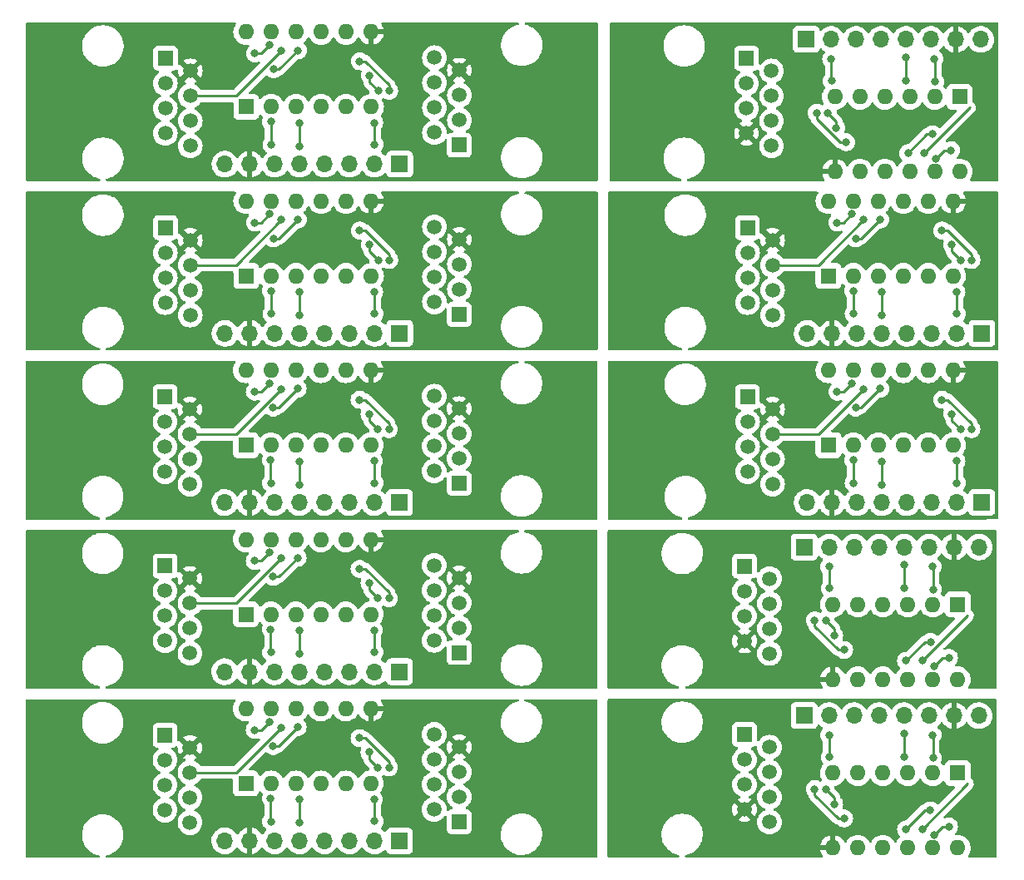
<source format=gbr>
%TF.GenerationSoftware,KiCad,Pcbnew,(6.0.1)*%
%TF.CreationDate,2022-05-22T10:14:18-05:00*%
%TF.ProjectId,modulo,6d6f6475-6c6f-42e6-9b69-6361645f7063,rev?*%
%TF.SameCoordinates,Original*%
%TF.FileFunction,Copper,L2,Bot*%
%TF.FilePolarity,Positive*%
%FSLAX46Y46*%
G04 Gerber Fmt 4.6, Leading zero omitted, Abs format (unit mm)*
G04 Created by KiCad (PCBNEW (6.0.1)) date 2022-05-22 10:14:18*
%MOMM*%
%LPD*%
G01*
G04 APERTURE LIST*
%TA.AperFunction,ComponentPad*%
%ADD10R,1.500000X1.500000*%
%TD*%
%TA.AperFunction,ComponentPad*%
%ADD11C,1.500000*%
%TD*%
%TA.AperFunction,ComponentPad*%
%ADD12R,1.600000X1.600000*%
%TD*%
%TA.AperFunction,ComponentPad*%
%ADD13O,1.600000X1.600000*%
%TD*%
%TA.AperFunction,ComponentPad*%
%ADD14R,1.700000X1.700000*%
%TD*%
%TA.AperFunction,ComponentPad*%
%ADD15O,1.700000X1.700000*%
%TD*%
%TA.AperFunction,ViaPad*%
%ADD16C,0.800000*%
%TD*%
%TA.AperFunction,Conductor*%
%ADD17C,0.250000*%
%TD*%
G04 APERTURE END LIST*
D10*
%TO.P,Entrada,1*%
%TO.N,+3V3*%
X135605200Y-63560900D03*
D11*
%TO.P,Entrada,2*%
%TO.N,GND*%
X138145200Y-64830900D03*
%TO.P,Entrada,3*%
%TO.N,Net-(Entrada1-Pad3)*%
X135605200Y-66100900D03*
%TO.P,Entrada,4*%
%TO.N,Net-(Entrada1-Pad4)*%
X138145200Y-67370900D03*
%TO.P,Entrada,5*%
%TO.N,Net-(Entrada1-Pad5)*%
X135605200Y-68640900D03*
%TO.P,Entrada,6*%
%TO.N,Net-(Entrada1-Pad6)*%
X138145200Y-69910900D03*
%TO.P,Entrada,7*%
%TO.N,unconnected-(Entrada1-Pad7)*%
X135605200Y-71180900D03*
%TO.P,Entrada,8*%
%TO.N,unconnected-(Entrada1-Pad8)*%
X138145200Y-72450900D03*
%TD*%
D12*
%TO.P,SW2,1*%
%TO.N,Net-(J1-Pad6)*%
X84556600Y-102920800D03*
D13*
%TO.P,SW2,2*%
X87096600Y-102920800D03*
%TO.P,SW2,3*%
%TO.N,Net-(J1-Pad5)*%
X89636600Y-102920800D03*
%TO.P,SW2,4*%
X92176600Y-102920800D03*
%TO.P,SW2,5*%
%TO.N,Net-(J1-Pad2)*%
X94716600Y-102920800D03*
%TO.P,SW2,6*%
X97256600Y-102920800D03*
%TO.P,SW2,7*%
%TO.N,GND*%
X97256600Y-95300800D03*
%TO.P,SW2,8*%
%TO.N,+3V3*%
X94716600Y-95300800D03*
%TO.P,SW2,9*%
%TO.N,Net-(Entrada1-Pad6)*%
X92176600Y-95300800D03*
%TO.P,SW2,10*%
%TO.N,Net-(Entrada1-Pad4)*%
X89636600Y-95300800D03*
%TO.P,SW2,11*%
%TO.N,Net-(Entrada1-Pad5)*%
X87096600Y-95300800D03*
%TO.P,SW2,12*%
%TO.N,Net-(Entrada1-Pad3)*%
X84556600Y-95300800D03*
%TD*%
D12*
%TO.P,SW2,1*%
%TO.N,Net-(J1-Pad6)*%
X143840200Y-85699600D03*
D13*
%TO.P,SW2,2*%
X146380200Y-85699600D03*
%TO.P,SW2,3*%
%TO.N,Net-(J1-Pad5)*%
X148920200Y-85699600D03*
%TO.P,SW2,4*%
X151460200Y-85699600D03*
%TO.P,SW2,5*%
%TO.N,Net-(J1-Pad2)*%
X154000200Y-85699600D03*
%TO.P,SW2,6*%
X156540200Y-85699600D03*
%TO.P,SW2,7*%
%TO.N,GND*%
X156540200Y-78079600D03*
%TO.P,SW2,8*%
%TO.N,+3V3*%
X154000200Y-78079600D03*
%TO.P,SW2,9*%
%TO.N,Net-(Entrada1-Pad6)*%
X151460200Y-78079600D03*
%TO.P,SW2,10*%
%TO.N,Net-(Entrada1-Pad4)*%
X148920200Y-78079600D03*
%TO.P,SW2,11*%
%TO.N,Net-(Entrada1-Pad5)*%
X146380200Y-78079600D03*
%TO.P,SW2,12*%
%TO.N,Net-(Entrada1-Pad3)*%
X143840200Y-78079600D03*
%TD*%
D14*
%TO.P,J1,1,Pin_1*%
%TO.N,unconnected-(J1-Pad1)*%
X159461200Y-74320400D03*
D15*
%TO.P,J1,2,Pin_2*%
%TO.N,Net-(J1-Pad2)*%
X156921200Y-74320400D03*
%TO.P,J1,3,Pin_3*%
%TO.N,unconnected-(J1-Pad3)*%
X154381200Y-74320400D03*
%TO.P,J1,4,Pin_4*%
%TO.N,unconnected-(J1-Pad4)*%
X151841200Y-74320400D03*
%TO.P,J1,5,Pin_5*%
%TO.N,Net-(J1-Pad5)*%
X149301200Y-74320400D03*
%TO.P,J1,6,Pin_6*%
%TO.N,Net-(J1-Pad6)*%
X146761200Y-74320400D03*
%TO.P,J1,7,Pin_7*%
%TO.N,GND*%
X144221200Y-74320400D03*
%TO.P,J1,8,Pin_8*%
%TO.N,+3V3*%
X141681200Y-74320400D03*
%TD*%
D14*
%TO.P,J1,1,Pin_1*%
%TO.N,unconnected-(J1-Pad1)*%
X100202957Y-74320400D03*
D15*
%TO.P,J1,2,Pin_2*%
%TO.N,Net-(J1-Pad2)*%
X97662957Y-74320400D03*
%TO.P,J1,3,Pin_3*%
%TO.N,unconnected-(J1-Pad3)*%
X95122957Y-74320400D03*
%TO.P,J1,4,Pin_4*%
%TO.N,unconnected-(J1-Pad4)*%
X92582957Y-74320400D03*
%TO.P,J1,5,Pin_5*%
%TO.N,Net-(J1-Pad5)*%
X90042957Y-74320400D03*
%TO.P,J1,6,Pin_6*%
%TO.N,Net-(J1-Pad6)*%
X87502957Y-74320400D03*
%TO.P,J1,7,Pin_7*%
%TO.N,GND*%
X84962957Y-74320400D03*
%TO.P,J1,8,Pin_8*%
%TO.N,+3V3*%
X82422957Y-74320400D03*
%TD*%
D12*
%TO.P,SW2,1*%
%TO.N,Net-(J1-Pad6)*%
X156997400Y-119075200D03*
D13*
%TO.P,SW2,2*%
X154457400Y-119075200D03*
%TO.P,SW2,3*%
%TO.N,Net-(J1-Pad5)*%
X151917400Y-119075200D03*
%TO.P,SW2,4*%
X149377400Y-119075200D03*
%TO.P,SW2,5*%
%TO.N,Net-(J1-Pad2)*%
X146837400Y-119075200D03*
%TO.P,SW2,6*%
X144297400Y-119075200D03*
%TO.P,SW2,7*%
%TO.N,GND*%
X144297400Y-126695200D03*
%TO.P,SW2,8*%
%TO.N,+3V3*%
X146837400Y-126695200D03*
%TO.P,SW2,9*%
%TO.N,Net-(Entrada1-Pad6)*%
X149377400Y-126695200D03*
%TO.P,SW2,10*%
%TO.N,Net-(Entrada1-Pad4)*%
X151917400Y-126695200D03*
%TO.P,SW2,11*%
%TO.N,Net-(Entrada1-Pad5)*%
X154457400Y-126695200D03*
%TO.P,SW2,12*%
%TO.N,Net-(Entrada1-Pad3)*%
X156997400Y-126695200D03*
%TD*%
D10*
%TO.P,Entrada,1*%
%TO.N,+3V3*%
X76321600Y-80783283D03*
D11*
%TO.P,Entrada,2*%
%TO.N,GND*%
X78861600Y-82053283D03*
%TO.P,Entrada,3*%
%TO.N,Net-(Entrada1-Pad3)*%
X76321600Y-83323283D03*
%TO.P,Entrada,4*%
%TO.N,Net-(Entrada1-Pad4)*%
X78861600Y-84593283D03*
%TO.P,Entrada,5*%
%TO.N,Net-(Entrada1-Pad5)*%
X76321600Y-85863283D03*
%TO.P,Entrada,6*%
%TO.N,Net-(Entrada1-Pad6)*%
X78861600Y-87133283D03*
%TO.P,Entrada,7*%
%TO.N,unconnected-(Entrada1-Pad7)*%
X76321600Y-88403283D03*
%TO.P,Entrada,8*%
%TO.N,unconnected-(Entrada1-Pad8)*%
X78861600Y-89673283D03*
%TD*%
D12*
%TO.P,SW2,1*%
%TO.N,Net-(J1-Pad6)*%
X84581957Y-68478400D03*
D13*
%TO.P,SW2,2*%
X87121957Y-68478400D03*
%TO.P,SW2,3*%
%TO.N,Net-(J1-Pad5)*%
X89661957Y-68478400D03*
%TO.P,SW2,4*%
X92201957Y-68478400D03*
%TO.P,SW2,5*%
%TO.N,Net-(J1-Pad2)*%
X94741957Y-68478400D03*
%TO.P,SW2,6*%
X97281957Y-68478400D03*
%TO.P,SW2,7*%
%TO.N,GND*%
X97281957Y-60858400D03*
%TO.P,SW2,8*%
%TO.N,+3V3*%
X94741957Y-60858400D03*
%TO.P,SW2,9*%
%TO.N,Net-(Entrada1-Pad6)*%
X92201957Y-60858400D03*
%TO.P,SW2,10*%
%TO.N,Net-(Entrada1-Pad4)*%
X89661957Y-60858400D03*
%TO.P,SW2,11*%
%TO.N,Net-(Entrada1-Pad5)*%
X87121957Y-60858400D03*
%TO.P,SW2,12*%
%TO.N,Net-(Entrada1-Pad3)*%
X84581957Y-60858400D03*
%TD*%
D12*
%TO.P,SW2,1*%
%TO.N,Net-(J1-Pad6)*%
X84556600Y-120142000D03*
D13*
%TO.P,SW2,2*%
X87096600Y-120142000D03*
%TO.P,SW2,3*%
%TO.N,Net-(J1-Pad5)*%
X89636600Y-120142000D03*
%TO.P,SW2,4*%
X92176600Y-120142000D03*
%TO.P,SW2,5*%
%TO.N,Net-(J1-Pad2)*%
X94716600Y-120142000D03*
%TO.P,SW2,6*%
X97256600Y-120142000D03*
%TO.P,SW2,7*%
%TO.N,GND*%
X97256600Y-112522000D03*
%TO.P,SW2,8*%
%TO.N,+3V3*%
X94716600Y-112522000D03*
%TO.P,SW2,9*%
%TO.N,Net-(Entrada1-Pad6)*%
X92176600Y-112522000D03*
%TO.P,SW2,10*%
%TO.N,Net-(Entrada1-Pad4)*%
X89636600Y-112522000D03*
%TO.P,SW2,11*%
%TO.N,Net-(Entrada1-Pad5)*%
X87096600Y-112522000D03*
%TO.P,SW2,12*%
%TO.N,Net-(Entrada1-Pad3)*%
X84556600Y-112522000D03*
%TD*%
D10*
%TO.P,Salida,1*%
%TO.N,unconnected-(Salida1-Pad1)*%
X106253600Y-89602283D03*
D11*
%TO.P,Salida,2*%
%TO.N,unconnected-(Salida1-Pad2)*%
X103713600Y-88332283D03*
%TO.P,Salida,3*%
%TO.N,Net-(Entrada1-Pad6)*%
X106253600Y-87062283D03*
%TO.P,Salida,4*%
%TO.N,Net-(Entrada1-Pad5)*%
X103713600Y-85792283D03*
%TO.P,Salida,5*%
%TO.N,Net-(Entrada1-Pad4)*%
X106253600Y-84522283D03*
%TO.P,Salida,6*%
%TO.N,Net-(Entrada1-Pad3)*%
X103713600Y-83252283D03*
%TO.P,Salida,7*%
%TO.N,GND*%
X106253600Y-81982283D03*
%TO.P,Salida,8*%
%TO.N,+3V3*%
X103713600Y-80712283D03*
%TD*%
D12*
%TO.P,SW2,1*%
%TO.N,Net-(J1-Pad6)*%
X156999522Y-101913988D03*
D13*
%TO.P,SW2,2*%
X154459522Y-101913988D03*
%TO.P,SW2,3*%
%TO.N,Net-(J1-Pad5)*%
X151919522Y-101913988D03*
%TO.P,SW2,4*%
X149379522Y-101913988D03*
%TO.P,SW2,5*%
%TO.N,Net-(J1-Pad2)*%
X146839522Y-101913988D03*
%TO.P,SW2,6*%
X144299522Y-101913988D03*
%TO.P,SW2,7*%
%TO.N,GND*%
X144299522Y-109533988D03*
%TO.P,SW2,8*%
%TO.N,+3V3*%
X146839522Y-109533988D03*
%TO.P,SW2,9*%
%TO.N,Net-(Entrada1-Pad6)*%
X149379522Y-109533988D03*
%TO.P,SW2,10*%
%TO.N,Net-(Entrada1-Pad4)*%
X151919522Y-109533988D03*
%TO.P,SW2,11*%
%TO.N,Net-(Entrada1-Pad5)*%
X154459522Y-109533988D03*
%TO.P,SW2,12*%
%TO.N,Net-(Entrada1-Pad3)*%
X156999522Y-109533988D03*
%TD*%
D10*
%TO.P,Entrada,1*%
%TO.N,+3V3*%
X76321600Y-115224500D03*
D11*
%TO.P,Entrada,2*%
%TO.N,GND*%
X78861600Y-116494500D03*
%TO.P,Entrada,3*%
%TO.N,Net-(Entrada1-Pad3)*%
X76321600Y-117764500D03*
%TO.P,Entrada,4*%
%TO.N,Net-(Entrada1-Pad4)*%
X78861600Y-119034500D03*
%TO.P,Entrada,5*%
%TO.N,Net-(Entrada1-Pad5)*%
X76321600Y-120304500D03*
%TO.P,Entrada,6*%
%TO.N,Net-(Entrada1-Pad6)*%
X78861600Y-121574500D03*
%TO.P,Entrada,7*%
%TO.N,unconnected-(Entrada1-Pad7)*%
X76321600Y-122844500D03*
%TO.P,Entrada,8*%
%TO.N,unconnected-(Entrada1-Pad8)*%
X78861600Y-124114500D03*
%TD*%
D14*
%TO.P,J1,1,Pin_1*%
%TO.N,unconnected-(J1-Pad1)*%
X100177600Y-91542783D03*
D15*
%TO.P,J1,2,Pin_2*%
%TO.N,Net-(J1-Pad2)*%
X97637600Y-91542783D03*
%TO.P,J1,3,Pin_3*%
%TO.N,unconnected-(J1-Pad3)*%
X95097600Y-91542783D03*
%TO.P,J1,4,Pin_4*%
%TO.N,unconnected-(J1-Pad4)*%
X92557600Y-91542783D03*
%TO.P,J1,5,Pin_5*%
%TO.N,Net-(J1-Pad5)*%
X90017600Y-91542783D03*
%TO.P,J1,6,Pin_6*%
%TO.N,Net-(J1-Pad6)*%
X87477600Y-91542783D03*
%TO.P,J1,7,Pin_7*%
%TO.N,GND*%
X84937600Y-91542783D03*
%TO.P,J1,8,Pin_8*%
%TO.N,+3V3*%
X82397600Y-91542783D03*
%TD*%
D14*
%TO.P,J1,1,Pin_1*%
%TO.N,unconnected-(J1-Pad1)*%
X141376400Y-113233200D03*
D15*
%TO.P,J1,2,Pin_2*%
%TO.N,Net-(J1-Pad2)*%
X143916400Y-113233200D03*
%TO.P,J1,3,Pin_3*%
%TO.N,unconnected-(J1-Pad3)*%
X146456400Y-113233200D03*
%TO.P,J1,4,Pin_4*%
%TO.N,unconnected-(J1-Pad4)*%
X148996400Y-113233200D03*
%TO.P,J1,5,Pin_5*%
%TO.N,Net-(J1-Pad5)*%
X151536400Y-113233200D03*
%TO.P,J1,6,Pin_6*%
%TO.N,Net-(J1-Pad6)*%
X154076400Y-113233200D03*
%TO.P,J1,7,Pin_7*%
%TO.N,GND*%
X156616400Y-113233200D03*
%TO.P,J1,8,Pin_8*%
%TO.N,+3V3*%
X159156400Y-113233200D03*
%TD*%
D10*
%TO.P,Entrada,1*%
%TO.N,+3V3*%
X76346957Y-63560900D03*
D11*
%TO.P,Entrada,2*%
%TO.N,GND*%
X78886957Y-64830900D03*
%TO.P,Entrada,3*%
%TO.N,Net-(Entrada1-Pad3)*%
X76346957Y-66100900D03*
%TO.P,Entrada,4*%
%TO.N,Net-(Entrada1-Pad4)*%
X78886957Y-67370900D03*
%TO.P,Entrada,5*%
%TO.N,Net-(Entrada1-Pad5)*%
X76346957Y-68640900D03*
%TO.P,Entrada,6*%
%TO.N,Net-(Entrada1-Pad6)*%
X78886957Y-69910900D03*
%TO.P,Entrada,7*%
%TO.N,unconnected-(Entrada1-Pad7)*%
X76346957Y-71180900D03*
%TO.P,Entrada,8*%
%TO.N,unconnected-(Entrada1-Pad8)*%
X78886957Y-72450900D03*
%TD*%
D14*
%TO.P,J1,1,Pin_1*%
%TO.N,unconnected-(J1-Pad1)*%
X141582584Y-44400292D03*
D15*
%TO.P,J1,2,Pin_2*%
%TO.N,Net-(J1-Pad2)*%
X144122584Y-44400292D03*
%TO.P,J1,3,Pin_3*%
%TO.N,unconnected-(J1-Pad3)*%
X146662584Y-44400292D03*
%TO.P,J1,4,Pin_4*%
%TO.N,unconnected-(J1-Pad4)*%
X149202584Y-44400292D03*
%TO.P,J1,5,Pin_5*%
%TO.N,Net-(J1-Pad5)*%
X151742584Y-44400292D03*
%TO.P,J1,6,Pin_6*%
%TO.N,Net-(J1-Pad6)*%
X154282584Y-44400292D03*
%TO.P,J1,7,Pin_7*%
%TO.N,GND*%
X156822584Y-44400292D03*
%TO.P,J1,8,Pin_8*%
%TO.N,+3V3*%
X159362584Y-44400292D03*
%TD*%
D10*
%TO.P,Entrada,1*%
%TO.N,+3V3*%
X76321600Y-98003300D03*
D11*
%TO.P,Entrada,2*%
%TO.N,GND*%
X78861600Y-99273300D03*
%TO.P,Entrada,3*%
%TO.N,Net-(Entrada1-Pad3)*%
X76321600Y-100543300D03*
%TO.P,Entrada,4*%
%TO.N,Net-(Entrada1-Pad4)*%
X78861600Y-101813300D03*
%TO.P,Entrada,5*%
%TO.N,Net-(Entrada1-Pad5)*%
X76321600Y-103083300D03*
%TO.P,Entrada,6*%
%TO.N,Net-(Entrada1-Pad6)*%
X78861600Y-104353300D03*
%TO.P,Entrada,7*%
%TO.N,unconnected-(Entrada1-Pad7)*%
X76321600Y-105623300D03*
%TO.P,Entrada,8*%
%TO.N,unconnected-(Entrada1-Pad8)*%
X78861600Y-106893300D03*
%TD*%
D14*
%TO.P,J1,1,Pin_1*%
%TO.N,unconnected-(J1-Pad1)*%
X100177600Y-108762800D03*
D15*
%TO.P,J1,2,Pin_2*%
%TO.N,Net-(J1-Pad2)*%
X97637600Y-108762800D03*
%TO.P,J1,3,Pin_3*%
%TO.N,unconnected-(J1-Pad3)*%
X95097600Y-108762800D03*
%TO.P,J1,4,Pin_4*%
%TO.N,unconnected-(J1-Pad4)*%
X92557600Y-108762800D03*
%TO.P,J1,5,Pin_5*%
%TO.N,Net-(J1-Pad5)*%
X90017600Y-108762800D03*
%TO.P,J1,6,Pin_6*%
%TO.N,Net-(J1-Pad6)*%
X87477600Y-108762800D03*
%TO.P,J1,7,Pin_7*%
%TO.N,GND*%
X84937600Y-108762800D03*
%TO.P,J1,8,Pin_8*%
%TO.N,+3V3*%
X82397600Y-108762800D03*
%TD*%
D14*
%TO.P,J1,1,Pin_1*%
%TO.N,unconnected-(J1-Pad1)*%
X100177600Y-125984000D03*
D15*
%TO.P,J1,2,Pin_2*%
%TO.N,Net-(J1-Pad2)*%
X97637600Y-125984000D03*
%TO.P,J1,3,Pin_3*%
%TO.N,unconnected-(J1-Pad3)*%
X95097600Y-125984000D03*
%TO.P,J1,4,Pin_4*%
%TO.N,unconnected-(J1-Pad4)*%
X92557600Y-125984000D03*
%TO.P,J1,5,Pin_5*%
%TO.N,Net-(J1-Pad5)*%
X90017600Y-125984000D03*
%TO.P,J1,6,Pin_6*%
%TO.N,Net-(J1-Pad6)*%
X87477600Y-125984000D03*
%TO.P,J1,7,Pin_7*%
%TO.N,GND*%
X84937600Y-125984000D03*
%TO.P,J1,8,Pin_8*%
%TO.N,+3V3*%
X82397600Y-125984000D03*
%TD*%
D10*
%TO.P,Salida,1*%
%TO.N,unconnected-(Salida1-Pad1)*%
X135302522Y-98012488D03*
D11*
%TO.P,Salida,2*%
%TO.N,unconnected-(Salida1-Pad2)*%
X137842522Y-99282488D03*
%TO.P,Salida,3*%
%TO.N,Net-(Entrada1-Pad6)*%
X135302522Y-100552488D03*
%TO.P,Salida,4*%
%TO.N,Net-(Entrada1-Pad5)*%
X137842522Y-101822488D03*
%TO.P,Salida,5*%
%TO.N,Net-(Entrada1-Pad4)*%
X135302522Y-103092488D03*
%TO.P,Salida,6*%
%TO.N,Net-(Entrada1-Pad3)*%
X137842522Y-104362488D03*
%TO.P,Salida,7*%
%TO.N,GND*%
X135302522Y-105632488D03*
%TO.P,Salida,8*%
%TO.N,+3V3*%
X137842522Y-106902488D03*
%TD*%
D10*
%TO.P,Salida,1*%
%TO.N,unconnected-(Salida1-Pad1)*%
X106279000Y-55158700D03*
D11*
%TO.P,Salida,2*%
%TO.N,unconnected-(Salida1-Pad2)*%
X103739000Y-53888700D03*
%TO.P,Salida,3*%
%TO.N,Net-(Entrada1-Pad6)*%
X106279000Y-52618700D03*
%TO.P,Salida,4*%
%TO.N,Net-(Entrada1-Pad5)*%
X103739000Y-51348700D03*
%TO.P,Salida,5*%
%TO.N,Net-(Entrada1-Pad4)*%
X106279000Y-50078700D03*
%TO.P,Salida,6*%
%TO.N,Net-(Entrada1-Pad3)*%
X103739000Y-48808700D03*
%TO.P,Salida,7*%
%TO.N,GND*%
X106279000Y-47538700D03*
%TO.P,Salida,8*%
%TO.N,+3V3*%
X103739000Y-46268700D03*
%TD*%
D10*
%TO.P,Salida,1*%
%TO.N,unconnected-(Salida1-Pad1)*%
X106253600Y-106822300D03*
D11*
%TO.P,Salida,2*%
%TO.N,unconnected-(Salida1-Pad2)*%
X103713600Y-105552300D03*
%TO.P,Salida,3*%
%TO.N,Net-(Entrada1-Pad6)*%
X106253600Y-104282300D03*
%TO.P,Salida,4*%
%TO.N,Net-(Entrada1-Pad5)*%
X103713600Y-103012300D03*
%TO.P,Salida,5*%
%TO.N,Net-(Entrada1-Pad4)*%
X106253600Y-101742300D03*
%TO.P,Salida,6*%
%TO.N,Net-(Entrada1-Pad3)*%
X103713600Y-100472300D03*
%TO.P,Salida,7*%
%TO.N,GND*%
X106253600Y-99202300D03*
%TO.P,Salida,8*%
%TO.N,+3V3*%
X103713600Y-97932300D03*
%TD*%
D10*
%TO.P,Salida,1*%
%TO.N,unconnected-(Salida1-Pad1)*%
X106253600Y-124043500D03*
D11*
%TO.P,Salida,2*%
%TO.N,unconnected-(Salida1-Pad2)*%
X103713600Y-122773500D03*
%TO.P,Salida,3*%
%TO.N,Net-(Entrada1-Pad6)*%
X106253600Y-121503500D03*
%TO.P,Salida,4*%
%TO.N,Net-(Entrada1-Pad5)*%
X103713600Y-120233500D03*
%TO.P,Salida,5*%
%TO.N,Net-(Entrada1-Pad4)*%
X106253600Y-118963500D03*
%TO.P,Salida,6*%
%TO.N,Net-(Entrada1-Pad3)*%
X103713600Y-117693500D03*
%TO.P,Salida,7*%
%TO.N,GND*%
X106253600Y-116423500D03*
%TO.P,Salida,8*%
%TO.N,+3V3*%
X103713600Y-115153500D03*
%TD*%
D12*
%TO.P,SW2,1*%
%TO.N,Net-(J1-Pad6)*%
X157203584Y-50242292D03*
D13*
%TO.P,SW2,2*%
X154663584Y-50242292D03*
%TO.P,SW2,3*%
%TO.N,Net-(J1-Pad5)*%
X152123584Y-50242292D03*
%TO.P,SW2,4*%
X149583584Y-50242292D03*
%TO.P,SW2,5*%
%TO.N,Net-(J1-Pad2)*%
X147043584Y-50242292D03*
%TO.P,SW2,6*%
X144503584Y-50242292D03*
%TO.P,SW2,7*%
%TO.N,GND*%
X144503584Y-57862292D03*
%TO.P,SW2,8*%
%TO.N,+3V3*%
X147043584Y-57862292D03*
%TO.P,SW2,9*%
%TO.N,Net-(Entrada1-Pad6)*%
X149583584Y-57862292D03*
%TO.P,SW2,10*%
%TO.N,Net-(Entrada1-Pad4)*%
X152123584Y-57862292D03*
%TO.P,SW2,11*%
%TO.N,Net-(Entrada1-Pad5)*%
X154663584Y-57862292D03*
%TO.P,SW2,12*%
%TO.N,Net-(Entrada1-Pad3)*%
X157203584Y-57862292D03*
%TD*%
D10*
%TO.P,Entrada,1*%
%TO.N,+3V3*%
X76347000Y-46339700D03*
D11*
%TO.P,Entrada,2*%
%TO.N,GND*%
X78887000Y-47609700D03*
%TO.P,Entrada,3*%
%TO.N,Net-(Entrada1-Pad3)*%
X76347000Y-48879700D03*
%TO.P,Entrada,4*%
%TO.N,Net-(Entrada1-Pad4)*%
X78887000Y-50149700D03*
%TO.P,Entrada,5*%
%TO.N,Net-(Entrada1-Pad5)*%
X76347000Y-51419700D03*
%TO.P,Entrada,6*%
%TO.N,Net-(Entrada1-Pad6)*%
X78887000Y-52689700D03*
%TO.P,Entrada,7*%
%TO.N,unconnected-(Entrada1-Pad7)*%
X76347000Y-53959700D03*
%TO.P,Entrada,8*%
%TO.N,unconnected-(Entrada1-Pad8)*%
X78887000Y-55229700D03*
%TD*%
D12*
%TO.P,SW2,1*%
%TO.N,Net-(J1-Pad6)*%
X84556600Y-85700783D03*
D13*
%TO.P,SW2,2*%
X87096600Y-85700783D03*
%TO.P,SW2,3*%
%TO.N,Net-(J1-Pad5)*%
X89636600Y-85700783D03*
%TO.P,SW2,4*%
X92176600Y-85700783D03*
%TO.P,SW2,5*%
%TO.N,Net-(J1-Pad2)*%
X94716600Y-85700783D03*
%TO.P,SW2,6*%
X97256600Y-85700783D03*
%TO.P,SW2,7*%
%TO.N,GND*%
X97256600Y-78080783D03*
%TO.P,SW2,8*%
%TO.N,+3V3*%
X94716600Y-78080783D03*
%TO.P,SW2,9*%
%TO.N,Net-(Entrada1-Pad6)*%
X92176600Y-78080783D03*
%TO.P,SW2,10*%
%TO.N,Net-(Entrada1-Pad4)*%
X89636600Y-78080783D03*
%TO.P,SW2,11*%
%TO.N,Net-(Entrada1-Pad5)*%
X87096600Y-78080783D03*
%TO.P,SW2,12*%
%TO.N,Net-(Entrada1-Pad3)*%
X84556600Y-78080783D03*
%TD*%
D10*
%TO.P,Entrada,1*%
%TO.N,+3V3*%
X135605200Y-80782100D03*
D11*
%TO.P,Entrada,2*%
%TO.N,GND*%
X138145200Y-82052100D03*
%TO.P,Entrada,3*%
%TO.N,Net-(Entrada1-Pad3)*%
X135605200Y-83322100D03*
%TO.P,Entrada,4*%
%TO.N,Net-(Entrada1-Pad4)*%
X138145200Y-84592100D03*
%TO.P,Entrada,5*%
%TO.N,Net-(Entrada1-Pad5)*%
X135605200Y-85862100D03*
%TO.P,Entrada,6*%
%TO.N,Net-(Entrada1-Pad6)*%
X138145200Y-87132100D03*
%TO.P,Entrada,7*%
%TO.N,unconnected-(Entrada1-Pad7)*%
X135605200Y-88402100D03*
%TO.P,Entrada,8*%
%TO.N,unconnected-(Entrada1-Pad8)*%
X138145200Y-89672100D03*
%TD*%
D10*
%TO.P,Salida,1*%
%TO.N,unconnected-(Salida1-Pad1)*%
X135506584Y-46340792D03*
D11*
%TO.P,Salida,2*%
%TO.N,unconnected-(Salida1-Pad2)*%
X138046584Y-47610792D03*
%TO.P,Salida,3*%
%TO.N,Net-(Entrada1-Pad6)*%
X135506584Y-48880792D03*
%TO.P,Salida,4*%
%TO.N,Net-(Entrada1-Pad5)*%
X138046584Y-50150792D03*
%TO.P,Salida,5*%
%TO.N,Net-(Entrada1-Pad4)*%
X135506584Y-51420792D03*
%TO.P,Salida,6*%
%TO.N,Net-(Entrada1-Pad3)*%
X138046584Y-52690792D03*
%TO.P,Salida,7*%
%TO.N,GND*%
X135506584Y-53960792D03*
%TO.P,Salida,8*%
%TO.N,+3V3*%
X138046584Y-55230792D03*
%TD*%
D14*
%TO.P,J1,1,Pin_1*%
%TO.N,unconnected-(J1-Pad1)*%
X100203000Y-57099200D03*
D15*
%TO.P,J1,2,Pin_2*%
%TO.N,Net-(J1-Pad2)*%
X97663000Y-57099200D03*
%TO.P,J1,3,Pin_3*%
%TO.N,unconnected-(J1-Pad3)*%
X95123000Y-57099200D03*
%TO.P,J1,4,Pin_4*%
%TO.N,unconnected-(J1-Pad4)*%
X92583000Y-57099200D03*
%TO.P,J1,5,Pin_5*%
%TO.N,Net-(J1-Pad5)*%
X90043000Y-57099200D03*
%TO.P,J1,6,Pin_6*%
%TO.N,Net-(J1-Pad6)*%
X87503000Y-57099200D03*
%TO.P,J1,7,Pin_7*%
%TO.N,GND*%
X84963000Y-57099200D03*
%TO.P,J1,8,Pin_8*%
%TO.N,+3V3*%
X82423000Y-57099200D03*
%TD*%
D10*
%TO.P,Salida,1*%
%TO.N,unconnected-(Salida1-Pad1)*%
X135300400Y-115173700D03*
D11*
%TO.P,Salida,2*%
%TO.N,unconnected-(Salida1-Pad2)*%
X137840400Y-116443700D03*
%TO.P,Salida,3*%
%TO.N,Net-(Entrada1-Pad6)*%
X135300400Y-117713700D03*
%TO.P,Salida,4*%
%TO.N,Net-(Entrada1-Pad5)*%
X137840400Y-118983700D03*
%TO.P,Salida,5*%
%TO.N,Net-(Entrada1-Pad4)*%
X135300400Y-120253700D03*
%TO.P,Salida,6*%
%TO.N,Net-(Entrada1-Pad3)*%
X137840400Y-121523700D03*
%TO.P,Salida,7*%
%TO.N,GND*%
X135300400Y-122793700D03*
%TO.P,Salida,8*%
%TO.N,+3V3*%
X137840400Y-124063700D03*
%TD*%
D14*
%TO.P,J1,1,Pin_1*%
%TO.N,unconnected-(J1-Pad1)*%
X159461200Y-91541600D03*
D15*
%TO.P,J1,2,Pin_2*%
%TO.N,Net-(J1-Pad2)*%
X156921200Y-91541600D03*
%TO.P,J1,3,Pin_3*%
%TO.N,unconnected-(J1-Pad3)*%
X154381200Y-91541600D03*
%TO.P,J1,4,Pin_4*%
%TO.N,unconnected-(J1-Pad4)*%
X151841200Y-91541600D03*
%TO.P,J1,5,Pin_5*%
%TO.N,Net-(J1-Pad5)*%
X149301200Y-91541600D03*
%TO.P,J1,6,Pin_6*%
%TO.N,Net-(J1-Pad6)*%
X146761200Y-91541600D03*
%TO.P,J1,7,Pin_7*%
%TO.N,GND*%
X144221200Y-91541600D03*
%TO.P,J1,8,Pin_8*%
%TO.N,+3V3*%
X141681200Y-91541600D03*
%TD*%
D14*
%TO.P,J1,1,Pin_1*%
%TO.N,unconnected-(J1-Pad1)*%
X141378522Y-96071988D03*
D15*
%TO.P,J1,2,Pin_2*%
%TO.N,Net-(J1-Pad2)*%
X143918522Y-96071988D03*
%TO.P,J1,3,Pin_3*%
%TO.N,unconnected-(J1-Pad3)*%
X146458522Y-96071988D03*
%TO.P,J1,4,Pin_4*%
%TO.N,unconnected-(J1-Pad4)*%
X148998522Y-96071988D03*
%TO.P,J1,5,Pin_5*%
%TO.N,Net-(J1-Pad5)*%
X151538522Y-96071988D03*
%TO.P,J1,6,Pin_6*%
%TO.N,Net-(J1-Pad6)*%
X154078522Y-96071988D03*
%TO.P,J1,7,Pin_7*%
%TO.N,GND*%
X156618522Y-96071988D03*
%TO.P,J1,8,Pin_8*%
%TO.N,+3V3*%
X159158522Y-96071988D03*
%TD*%
D12*
%TO.P,SW2,1*%
%TO.N,Net-(J1-Pad6)*%
X84582000Y-51257200D03*
D13*
%TO.P,SW2,2*%
X87122000Y-51257200D03*
%TO.P,SW2,3*%
%TO.N,Net-(J1-Pad5)*%
X89662000Y-51257200D03*
%TO.P,SW2,4*%
X92202000Y-51257200D03*
%TO.P,SW2,5*%
%TO.N,Net-(J1-Pad2)*%
X94742000Y-51257200D03*
%TO.P,SW2,6*%
X97282000Y-51257200D03*
%TO.P,SW2,7*%
%TO.N,GND*%
X97282000Y-43637200D03*
%TO.P,SW2,8*%
%TO.N,+3V3*%
X94742000Y-43637200D03*
%TO.P,SW2,9*%
%TO.N,Net-(Entrada1-Pad6)*%
X92202000Y-43637200D03*
%TO.P,SW2,10*%
%TO.N,Net-(Entrada1-Pad4)*%
X89662000Y-43637200D03*
%TO.P,SW2,11*%
%TO.N,Net-(Entrada1-Pad5)*%
X87122000Y-43637200D03*
%TO.P,SW2,12*%
%TO.N,Net-(Entrada1-Pad3)*%
X84582000Y-43637200D03*
%TD*%
D10*
%TO.P,Salida,1*%
%TO.N,unconnected-(Salida1-Pad1)*%
X106278957Y-72379900D03*
D11*
%TO.P,Salida,2*%
%TO.N,unconnected-(Salida1-Pad2)*%
X103738957Y-71109900D03*
%TO.P,Salida,3*%
%TO.N,Net-(Entrada1-Pad6)*%
X106278957Y-69839900D03*
%TO.P,Salida,4*%
%TO.N,Net-(Entrada1-Pad5)*%
X103738957Y-68569900D03*
%TO.P,Salida,5*%
%TO.N,Net-(Entrada1-Pad4)*%
X106278957Y-67299900D03*
%TO.P,Salida,6*%
%TO.N,Net-(Entrada1-Pad3)*%
X103738957Y-66029900D03*
%TO.P,Salida,7*%
%TO.N,GND*%
X106278957Y-64759900D03*
%TO.P,Salida,8*%
%TO.N,+3V3*%
X103738957Y-63489900D03*
%TD*%
D12*
%TO.P,SW2,1*%
%TO.N,Net-(J1-Pad6)*%
X143840200Y-68478400D03*
D13*
%TO.P,SW2,2*%
X146380200Y-68478400D03*
%TO.P,SW2,3*%
%TO.N,Net-(J1-Pad5)*%
X148920200Y-68478400D03*
%TO.P,SW2,4*%
X151460200Y-68478400D03*
%TO.P,SW2,5*%
%TO.N,Net-(J1-Pad2)*%
X154000200Y-68478400D03*
%TO.P,SW2,6*%
X156540200Y-68478400D03*
%TO.P,SW2,7*%
%TO.N,GND*%
X156540200Y-60858400D03*
%TO.P,SW2,8*%
%TO.N,+3V3*%
X154000200Y-60858400D03*
%TO.P,SW2,9*%
%TO.N,Net-(Entrada1-Pad6)*%
X151460200Y-60858400D03*
%TO.P,SW2,10*%
%TO.N,Net-(Entrada1-Pad4)*%
X148920200Y-60858400D03*
%TO.P,SW2,11*%
%TO.N,Net-(Entrada1-Pad5)*%
X146380200Y-60858400D03*
%TO.P,SW2,12*%
%TO.N,Net-(Entrada1-Pad3)*%
X143840200Y-60858400D03*
%TD*%
D16*
%TO.N,GND*%
X64617600Y-115011200D03*
X124104400Y-72136000D03*
X124002800Y-79146400D03*
X124104400Y-70358000D03*
X64719200Y-79147583D03*
X124104400Y-89357200D03*
X118922800Y-90882383D03*
X123396184Y-55271492D03*
X64820800Y-122021600D03*
X124053600Y-91033600D03*
X64820800Y-87580383D03*
X64719200Y-112369600D03*
X118846557Y-72237600D03*
X124053600Y-73812400D03*
X118313200Y-79350783D03*
X122837384Y-45060692D03*
X118338557Y-62128400D03*
X64820800Y-104800400D03*
X64846157Y-70358000D03*
X118364000Y-80671583D03*
X118948200Y-56438800D03*
X64846200Y-53136800D03*
X64770000Y-108254800D03*
X123901200Y-63347600D03*
X64744557Y-61925200D03*
X118770400Y-88088383D03*
X118440200Y-47650400D03*
X64770000Y-125476000D03*
X118795757Y-70866000D03*
X118846600Y-55016400D03*
X64719200Y-113588800D03*
X123242922Y-108263988D03*
X64617600Y-97790000D03*
X122734922Y-98154788D03*
X124104400Y-87579200D03*
X123901200Y-80568800D03*
X122732800Y-115316000D03*
X64846200Y-54914800D03*
X118922800Y-125323600D03*
X64643000Y-46126400D03*
X122785722Y-99526388D03*
X64744600Y-43484800D03*
X64719200Y-77928383D03*
X122633322Y-96732388D03*
X123190000Y-124104400D03*
X123240800Y-125425200D03*
X118821200Y-106680000D03*
X118364000Y-97891600D03*
X118313200Y-96570800D03*
X123139200Y-122682000D03*
X64617600Y-80569983D03*
X118795800Y-53644800D03*
X118948157Y-73660000D03*
X123141322Y-105520788D03*
X118414800Y-116535200D03*
X123446984Y-56592292D03*
X122783600Y-116687600D03*
X118821200Y-89459983D03*
X118770400Y-105308400D03*
X123192122Y-106943188D03*
X118821200Y-123901200D03*
X118922800Y-108102400D03*
X64770000Y-91034783D03*
X122989784Y-47854692D03*
X64642957Y-63347600D03*
X118770400Y-122529600D03*
X118389357Y-63449200D03*
X64744600Y-44704000D03*
X64719200Y-96367600D03*
X64795357Y-73812400D03*
X64795400Y-56591200D03*
X124002800Y-60706000D03*
X124002800Y-61925200D03*
X64719200Y-95148400D03*
X118414800Y-82093983D03*
X122938984Y-46483092D03*
X118440157Y-64871600D03*
X122631200Y-113893600D03*
X64846157Y-72136000D03*
X118313200Y-113792000D03*
X118364000Y-115112800D03*
X64744557Y-60706000D03*
X64820800Y-106578400D03*
X64820800Y-123799600D03*
X64820800Y-89358383D03*
X118414800Y-99314000D03*
X124002800Y-77927200D03*
X123345384Y-53849092D03*
X118389400Y-46228000D03*
X118338600Y-44907200D03*
%TO.N,Net-(Entrada1-Pad4)*%
X153413464Y-107608246D03*
X88168058Y-45562942D03*
X147426258Y-62784142D03*
X153617526Y-55936550D03*
X88168015Y-62784142D03*
X147426258Y-80005342D03*
X88142658Y-114447742D03*
X153411342Y-124769458D03*
X88142658Y-80006525D03*
X88142658Y-97226542D03*
%TO.N,Net-(Entrada1-Pad5)*%
X156314584Y-55677892D03*
X157276800Y-66852800D03*
X154790584Y-56541492D03*
X154586522Y-108213188D03*
X146253200Y-79400400D03*
X97129600Y-99747800D03*
X154584400Y-125374400D03*
X85445600Y-97485200D03*
X146253200Y-62179200D03*
X144729200Y-80264000D03*
X85470957Y-63042800D03*
X98018600Y-49631600D03*
X97993200Y-101295200D03*
X156108400Y-124510800D03*
X144424400Y-122248200D03*
X86994957Y-62179200D03*
X97155000Y-48084200D03*
X156413200Y-65305400D03*
X144630584Y-53415292D03*
X86995000Y-44958000D03*
X157276800Y-84074000D03*
X85445600Y-114706400D03*
X97154957Y-65305400D03*
X97129600Y-82527783D03*
X97993200Y-118516400D03*
X156110522Y-107349588D03*
X144729200Y-63042800D03*
X143560800Y-120700800D03*
X97129600Y-116969000D03*
X143766984Y-51867892D03*
X86969600Y-96621600D03*
X85471000Y-45821600D03*
X85445600Y-80265183D03*
X86969600Y-113842800D03*
X98018557Y-66852800D03*
X97993200Y-84075183D03*
X144426522Y-105086988D03*
X86969600Y-79401583D03*
X143562922Y-103539588D03*
X156413200Y-82526600D03*
%TO.N,Net-(Entrada1-Pad6)*%
X151945784Y-55982692D03*
X89814400Y-114401600D03*
X149098000Y-79959200D03*
X154220400Y-122893600D03*
X154222522Y-105732388D03*
X87333600Y-116323600D03*
X89839800Y-45516800D03*
X96138957Y-63855600D03*
X89814400Y-97180400D03*
X96113600Y-81077983D03*
X87359000Y-47438800D03*
X96113600Y-115519200D03*
X145646584Y-54865092D03*
X87333600Y-81882383D03*
X149098000Y-62738000D03*
X96113600Y-98298000D03*
X158394400Y-84074000D03*
X99136157Y-66852800D03*
X87358957Y-64660000D03*
X146617200Y-64660000D03*
X158394400Y-66852800D03*
X89839757Y-62738000D03*
X145442522Y-106536788D03*
X146617200Y-81881200D03*
X89814400Y-79960383D03*
X142443200Y-120700800D03*
X151739600Y-124815600D03*
X142649384Y-51867892D03*
X151741722Y-107654388D03*
X99136200Y-49631600D03*
X87333600Y-99102400D03*
X99110800Y-118516400D03*
X99110800Y-84075183D03*
X145440400Y-123698000D03*
X155397200Y-63855600D03*
X96139000Y-46634400D03*
X154426584Y-54060692D03*
X142445322Y-103539588D03*
X155397200Y-81076800D03*
X99110800Y-101295200D03*
%TO.N,Net-(J1-Pad2)*%
X97612157Y-70104000D03*
X97663000Y-55099900D03*
X97612200Y-52882800D03*
X97586800Y-87326383D03*
X143967200Y-117449600D03*
X97662957Y-72321100D03*
X143916400Y-115232500D03*
X97586800Y-104546400D03*
X97637600Y-106763500D03*
X156921200Y-89542300D03*
X97586800Y-121767600D03*
X143969322Y-100288388D03*
X144122584Y-46399592D03*
X156921200Y-72321100D03*
X97637600Y-89543483D03*
X143918522Y-98071288D03*
X156870400Y-70104000D03*
X97637600Y-123984700D03*
X156870400Y-87325200D03*
X144173384Y-48616692D03*
%TO.N,Net-(J1-Pad5)*%
X149301200Y-70122100D03*
X90042957Y-72491600D03*
X90017600Y-106934000D03*
X90042957Y-70122100D03*
X90017600Y-124155200D03*
X90017600Y-121785700D03*
X90043000Y-52900900D03*
X90017600Y-104564500D03*
X151538522Y-97900788D03*
X149301200Y-72491600D03*
X149301200Y-87343300D03*
X151536400Y-115062000D03*
X151538522Y-100270288D03*
X90043000Y-55270400D03*
X151536400Y-117431500D03*
X151742584Y-46229092D03*
X151742584Y-48598592D03*
X90017600Y-87344483D03*
X149301200Y-89712800D03*
X90017600Y-89713983D03*
%TO.N,Net-(J1-Pad6)*%
X154482800Y-117551200D03*
X146354800Y-70002400D03*
X87147400Y-55118000D03*
X154432000Y-115214400D03*
X87071200Y-104444800D03*
X87096557Y-70002400D03*
X146354800Y-87223600D03*
X87147357Y-72339200D03*
X154484922Y-100389988D03*
X87071200Y-87224783D03*
X87071200Y-121666000D03*
X146405600Y-72339200D03*
X87122000Y-89561583D03*
X87122000Y-124002800D03*
X154638184Y-46381492D03*
X146405600Y-89560400D03*
X87122000Y-106781600D03*
X154688984Y-48718292D03*
X154434122Y-98053188D03*
X87096600Y-52781200D03*
%TD*%
D17*
%TO.N,Net-(Entrada1-Pad4)*%
X138145200Y-67370900D02*
X142839500Y-67370900D01*
X142839500Y-84592100D02*
X147426258Y-80005342D01*
X158000222Y-103021488D02*
X153413464Y-107608246D01*
X83555900Y-119034500D02*
X88142658Y-114447742D01*
X83581257Y-67370900D02*
X88168015Y-62784142D01*
X83555900Y-101813300D02*
X88142658Y-97226542D01*
X83555900Y-84593283D02*
X88142658Y-80006525D01*
X78861600Y-119034500D02*
X83555900Y-119034500D01*
X138145200Y-84592100D02*
X142839500Y-84592100D01*
X142839500Y-67370900D02*
X147426258Y-62784142D01*
X78886957Y-67370900D02*
X83581257Y-67370900D01*
X83581300Y-50149700D02*
X88168058Y-45562942D01*
X78861600Y-101813300D02*
X83555900Y-101813300D01*
X78861600Y-84593283D02*
X83555900Y-84593283D01*
X158204284Y-51349792D02*
X153617526Y-55936550D01*
X157998100Y-120182700D02*
X153411342Y-124769458D01*
X78887000Y-50149700D02*
X83581300Y-50149700D01*
%TO.N,Net-(Entrada1-Pad5)*%
X97129600Y-83211583D02*
X97993200Y-84075183D01*
X97129600Y-99747800D02*
X97129600Y-100431600D01*
X155450122Y-107349588D02*
X154586522Y-108213188D01*
X156413200Y-83210400D02*
X157276800Y-84074000D01*
X85471000Y-45821600D02*
X86131400Y-45821600D01*
X97155000Y-48768000D02*
X98018600Y-49631600D01*
X86106000Y-114706400D02*
X86969600Y-113842800D01*
X156108400Y-124510800D02*
X155448000Y-124510800D01*
X155654184Y-55677892D02*
X154790584Y-56541492D01*
X97154957Y-65305400D02*
X97154957Y-65989200D01*
X156413200Y-65305400D02*
X156413200Y-65989200D01*
X97155000Y-48084200D02*
X97155000Y-48768000D01*
X155448000Y-124510800D02*
X154584400Y-125374400D01*
X86106000Y-97485200D02*
X86969600Y-96621600D01*
X156314584Y-55677892D02*
X155654184Y-55677892D01*
X85445600Y-97485200D02*
X86106000Y-97485200D01*
X144630584Y-52731492D02*
X143766984Y-51867892D01*
X86131357Y-63042800D02*
X86994957Y-62179200D01*
X144426522Y-105086988D02*
X144426522Y-104403188D01*
X85445600Y-80265183D02*
X86106000Y-80265183D01*
X144426522Y-104403188D02*
X143562922Y-103539588D01*
X145389600Y-80264000D02*
X146253200Y-79400400D01*
X144630584Y-53415292D02*
X144630584Y-52731492D01*
X97129600Y-117652800D02*
X97993200Y-118516400D01*
X85470957Y-63042800D02*
X86131357Y-63042800D01*
X145389600Y-63042800D02*
X146253200Y-62179200D01*
X144729200Y-80264000D02*
X145389600Y-80264000D01*
X156413200Y-65989200D02*
X157276800Y-66852800D01*
X156110522Y-107349588D02*
X155450122Y-107349588D01*
X97129600Y-82527783D02*
X97129600Y-83211583D01*
X97154957Y-65989200D02*
X98018557Y-66852800D01*
X144729200Y-63042800D02*
X145389600Y-63042800D01*
X85445600Y-114706400D02*
X86106000Y-114706400D01*
X144424400Y-121564400D02*
X143560800Y-120700800D01*
X144424400Y-122248200D02*
X144424400Y-121564400D01*
X86106000Y-80265183D02*
X86969600Y-79401583D01*
X97129600Y-100431600D02*
X97993200Y-101295200D01*
X156413200Y-82526600D02*
X156413200Y-83210400D01*
X86131400Y-45821600D02*
X86995000Y-44958000D01*
X97129600Y-116969000D02*
X97129600Y-117652800D01*
%TO.N,Net-(Entrada1-Pad6)*%
X96729771Y-63855600D02*
X99136157Y-66261986D01*
X145442522Y-106536788D02*
X144851708Y-106536788D01*
X87359000Y-47438800D02*
X87917800Y-47438800D01*
X96113600Y-81077983D02*
X96704414Y-81077983D01*
X155397200Y-81076800D02*
X155988014Y-81076800D01*
X87333600Y-116323600D02*
X87892400Y-116323600D01*
X145055770Y-54865092D02*
X142649384Y-52458706D01*
X96113600Y-115519200D02*
X96704414Y-115519200D01*
X158394400Y-83483186D02*
X158394400Y-84074000D01*
X96704414Y-98298000D02*
X99110800Y-100704386D01*
X144849586Y-123698000D02*
X142443200Y-121291614D01*
X154426584Y-54060692D02*
X153867784Y-54060692D01*
X144851708Y-106536788D02*
X142445322Y-104130402D01*
X154222522Y-105732388D02*
X153663722Y-105732388D01*
X153663722Y-105732388D02*
X151741722Y-107654388D01*
X155988014Y-81076800D02*
X158394400Y-83483186D01*
X146617200Y-81881200D02*
X147176000Y-81881200D01*
X87358957Y-64660000D02*
X87917757Y-64660000D01*
X147176000Y-64660000D02*
X149098000Y-62738000D01*
X87917800Y-47438800D02*
X89839800Y-45516800D01*
X96729814Y-46634400D02*
X99136200Y-49040786D01*
X87917757Y-64660000D02*
X89839757Y-62738000D01*
X96139000Y-46634400D02*
X96729814Y-46634400D01*
X142443200Y-121291614D02*
X142443200Y-120700800D01*
X142649384Y-52458706D02*
X142649384Y-51867892D01*
X87892400Y-99102400D02*
X89814400Y-97180400D01*
X96704414Y-115519200D02*
X99110800Y-117925586D01*
X153661600Y-122893600D02*
X151739600Y-124815600D01*
X155988014Y-63855600D02*
X158394400Y-66261986D01*
X147176000Y-81881200D02*
X149098000Y-79959200D01*
X99136200Y-49040786D02*
X99136200Y-49631600D01*
X99136157Y-66261986D02*
X99136157Y-66852800D01*
X154220400Y-122893600D02*
X153661600Y-122893600D01*
X146617200Y-64660000D02*
X147176000Y-64660000D01*
X96113600Y-98298000D02*
X96704414Y-98298000D01*
X155397200Y-63855600D02*
X155988014Y-63855600D01*
X87892400Y-81882383D02*
X89814400Y-79960383D01*
X153867784Y-54060692D02*
X151945784Y-55982692D01*
X158394400Y-66261986D02*
X158394400Y-66852800D01*
X99110800Y-117925586D02*
X99110800Y-118516400D01*
X87892400Y-116323600D02*
X89814400Y-114401600D01*
X87333600Y-99102400D02*
X87892400Y-99102400D01*
X145440400Y-123698000D02*
X144849586Y-123698000D01*
X145646584Y-54865092D02*
X145055770Y-54865092D01*
X99110800Y-83484369D02*
X99110800Y-84075183D01*
X87333600Y-81882383D02*
X87892400Y-81882383D01*
X142445322Y-104130402D02*
X142445322Y-103539588D01*
X96704414Y-81077983D02*
X99110800Y-83484369D01*
X99110800Y-100704386D02*
X99110800Y-101295200D01*
X96138957Y-63855600D02*
X96729771Y-63855600D01*
%TO.N,Net-(J1-Pad2)*%
X97637600Y-104597200D02*
X97586800Y-104546400D01*
X97663000Y-52933600D02*
X97612200Y-52882800D01*
X97637600Y-123984700D02*
X97637600Y-121818400D01*
X97637600Y-89543483D02*
X97637600Y-87377183D01*
X156921200Y-72321100D02*
X156921200Y-70154800D01*
X143916400Y-115232500D02*
X143916400Y-117398800D01*
X144122584Y-46399592D02*
X144122584Y-48565892D01*
X156921200Y-89542300D02*
X156921200Y-87376000D01*
X143916400Y-117398800D02*
X143967200Y-117449600D01*
X97663000Y-55099900D02*
X97663000Y-52933600D01*
X156921200Y-87376000D02*
X156870400Y-87325200D01*
X144122584Y-48565892D02*
X144173384Y-48616692D01*
X143918522Y-98071288D02*
X143918522Y-100237588D01*
X143918522Y-100237588D02*
X143969322Y-100288388D01*
X97662957Y-72321100D02*
X97662957Y-70154800D01*
X97637600Y-106763500D02*
X97637600Y-104597200D01*
X97662957Y-70154800D02*
X97612157Y-70104000D01*
X156921200Y-70154800D02*
X156870400Y-70104000D01*
X97637600Y-121818400D02*
X97586800Y-121767600D01*
X97637600Y-87377183D02*
X97586800Y-87326383D01*
%TO.N,Net-(J1-Pad5)*%
X151536400Y-115062000D02*
X151536400Y-117431500D01*
X90042957Y-72491600D02*
X90042957Y-70122100D01*
X90017600Y-89713983D02*
X90017600Y-87344483D01*
X149301200Y-72491600D02*
X149301200Y-70122100D01*
X90017600Y-106934000D02*
X90017600Y-104564500D01*
X151538522Y-97900788D02*
X151538522Y-100270288D01*
X90017600Y-124155200D02*
X90017600Y-121785700D01*
X151742584Y-46229092D02*
X151742584Y-48598592D01*
X90043000Y-55270400D02*
X90043000Y-52900900D01*
X149301200Y-89712800D02*
X149301200Y-87343300D01*
%TO.N,Net-(J1-Pad6)*%
X87096600Y-52781200D02*
X87096600Y-55067200D01*
X154688984Y-46432292D02*
X154638184Y-46381492D01*
X87071200Y-121666000D02*
X87071200Y-123952000D01*
X146354800Y-70002400D02*
X146354800Y-72288400D01*
X87071200Y-104444800D02*
X87071200Y-106730800D01*
X87071200Y-87224783D02*
X87071200Y-89510783D01*
X146354800Y-72288400D02*
X146405600Y-72339200D01*
X154484922Y-100389988D02*
X154484922Y-98103988D01*
X87071200Y-123952000D02*
X87122000Y-124002800D01*
X154484922Y-98103988D02*
X154434122Y-98053188D01*
X87071200Y-89510783D02*
X87122000Y-89561583D01*
X146354800Y-89509600D02*
X146405600Y-89560400D01*
X154482800Y-115265200D02*
X154432000Y-115214400D01*
X87096557Y-72288400D02*
X87147357Y-72339200D01*
X87096557Y-70002400D02*
X87096557Y-72288400D01*
X146354800Y-87223600D02*
X146354800Y-89509600D01*
X87071200Y-106730800D02*
X87122000Y-106781600D01*
X154482800Y-117551200D02*
X154482800Y-115265200D01*
X154688984Y-48718292D02*
X154688984Y-46432292D01*
X87096600Y-55067200D02*
X87147400Y-55118000D01*
%TD*%
%TA.AperFunction,Conductor*%
%TO.N,GND*%
G36*
X161079921Y-42692002D02*
G01*
X161126414Y-42745658D01*
X161137800Y-42798000D01*
X161137800Y-58700400D01*
X161117798Y-58768521D01*
X161064142Y-58815014D01*
X161011800Y-58826400D01*
X158367936Y-58826400D01*
X158299815Y-58806398D01*
X158253322Y-58752742D01*
X158243218Y-58682468D01*
X158264723Y-58628130D01*
X158337947Y-58523555D01*
X158337951Y-58523549D01*
X158341107Y-58519041D01*
X158343430Y-58514059D01*
X158343433Y-58514054D01*
X158435545Y-58316517D01*
X158435545Y-58316516D01*
X158437868Y-58311535D01*
X158493235Y-58104906D01*
X158495703Y-58095694D01*
X158495703Y-58095692D01*
X158497127Y-58090379D01*
X158517082Y-57862292D01*
X158497127Y-57634205D01*
X158488612Y-57602427D01*
X158439291Y-57418359D01*
X158439290Y-57418357D01*
X158437868Y-57413049D01*
X158359389Y-57244749D01*
X158343433Y-57210530D01*
X158343430Y-57210525D01*
X158341107Y-57205543D01*
X158209782Y-57017992D01*
X158047884Y-56856094D01*
X158043376Y-56852937D01*
X158043373Y-56852935D01*
X157891098Y-56746311D01*
X157860333Y-56724769D01*
X157855351Y-56722446D01*
X157855346Y-56722443D01*
X157657809Y-56630331D01*
X157657808Y-56630331D01*
X157652827Y-56628008D01*
X157647519Y-56626586D01*
X157647517Y-56626585D01*
X157436986Y-56570173D01*
X157436984Y-56570173D01*
X157431671Y-56568749D01*
X157203584Y-56548794D01*
X157198109Y-56549273D01*
X157198108Y-56549273D01*
X157033042Y-56563714D01*
X156963438Y-56549725D01*
X156912445Y-56500325D01*
X156896255Y-56431199D01*
X156920008Y-56364294D01*
X156928411Y-56353899D01*
X157053624Y-56214836D01*
X157149111Y-56049448D01*
X157208126Y-55867820D01*
X157216675Y-55786486D01*
X157227398Y-55684457D01*
X157228088Y-55677892D01*
X157214011Y-55543958D01*
X157208816Y-55494527D01*
X157208816Y-55494525D01*
X157208126Y-55487964D01*
X157149111Y-55306336D01*
X157053624Y-55140948D01*
X156996838Y-55077880D01*
X156930259Y-55003937D01*
X156930258Y-55003936D01*
X156925837Y-54999026D01*
X156771336Y-54886774D01*
X156765308Y-54884090D01*
X156765306Y-54884089D01*
X156602903Y-54811783D01*
X156602902Y-54811783D01*
X156596872Y-54809098D01*
X156503472Y-54789245D01*
X156416528Y-54770764D01*
X156416523Y-54770764D01*
X156410071Y-54769392D01*
X156219097Y-54769392D01*
X156212645Y-54770764D01*
X156212640Y-54770764D01*
X156125696Y-54789245D01*
X156032296Y-54809098D01*
X156026269Y-54811781D01*
X156026261Y-54811784D01*
X155947814Y-54846711D01*
X155877447Y-54856145D01*
X155813150Y-54826038D01*
X155775337Y-54765949D01*
X155776013Y-54694956D01*
X155807471Y-54642509D01*
X158680418Y-51769562D01*
X158738468Y-51694724D01*
X158749038Y-51681098D01*
X158749040Y-51681095D01*
X158753897Y-51674833D01*
X158807575Y-51550792D01*
X158814317Y-51535212D01*
X158814317Y-51535211D01*
X158817465Y-51527937D01*
X158842503Y-51369849D01*
X158839484Y-51337912D01*
X158828187Y-51218387D01*
X158828186Y-51218383D01*
X158827441Y-51210500D01*
X158816885Y-51181181D01*
X158775909Y-51067363D01*
X158775908Y-51067361D01*
X158773223Y-51059903D01*
X158683256Y-50927522D01*
X158563193Y-50821672D01*
X158563610Y-50821200D01*
X158522162Y-50770803D01*
X158512084Y-50721426D01*
X158512084Y-49394158D01*
X158505329Y-49331976D01*
X158454199Y-49195587D01*
X158366845Y-49079031D01*
X158250289Y-48991677D01*
X158113900Y-48940547D01*
X158051718Y-48933792D01*
X156355450Y-48933792D01*
X156293268Y-48940547D01*
X156156879Y-48991677D01*
X156040323Y-49079031D01*
X155952969Y-49195587D01*
X155901839Y-49331976D01*
X155900667Y-49342766D01*
X155899781Y-49344898D01*
X155899159Y-49347514D01*
X155898736Y-49347413D01*
X155873429Y-49408327D01*
X155815067Y-49448755D01*
X155744113Y-49451214D01*
X155683094Y-49414921D01*
X155676095Y-49406261D01*
X155672938Y-49402499D01*
X155669782Y-49397992D01*
X155532627Y-49260837D01*
X155498601Y-49198525D01*
X155503666Y-49127710D01*
X155512602Y-49108744D01*
X155520206Y-49095573D01*
X155520207Y-49095571D01*
X155523511Y-49089848D01*
X155582526Y-48908220D01*
X155584706Y-48887485D01*
X155601798Y-48724857D01*
X155602488Y-48718292D01*
X155582526Y-48528364D01*
X155523511Y-48346736D01*
X155428024Y-48181348D01*
X155354847Y-48100077D01*
X155324131Y-48036071D01*
X155322484Y-48015768D01*
X155322484Y-47027597D01*
X155342486Y-46959476D01*
X155354843Y-46943293D01*
X155377224Y-46918436D01*
X155462382Y-46770939D01*
X155469407Y-46758771D01*
X155469408Y-46758770D01*
X155472711Y-46753048D01*
X155531726Y-46571420D01*
X155537474Y-46516736D01*
X155550998Y-46388057D01*
X155551688Y-46381492D01*
X155548114Y-46347485D01*
X155532416Y-46198127D01*
X155532416Y-46198125D01*
X155531726Y-46191564D01*
X155472711Y-46009936D01*
X155377224Y-45844548D01*
X155325129Y-45786690D01*
X155253859Y-45707537D01*
X155253858Y-45707536D01*
X155249437Y-45702626D01*
X155242885Y-45697865D01*
X155184497Y-45655444D01*
X155166137Y-45642104D01*
X155122783Y-45585883D01*
X155116708Y-45515147D01*
X155149839Y-45452355D01*
X155158490Y-45444285D01*
X155162444Y-45441465D01*
X155320680Y-45283781D01*
X155361100Y-45227531D01*
X155451037Y-45102369D01*
X155452224Y-45103222D01*
X155499544Y-45059654D01*
X155569481Y-45047437D01*
X155634922Y-45074970D01*
X155662750Y-45106803D01*
X155720278Y-45200680D01*
X155726361Y-45208991D01*
X155865797Y-45369959D01*
X155873164Y-45377175D01*
X156037018Y-45513208D01*
X156045465Y-45519123D01*
X156229340Y-45626571D01*
X156238626Y-45631021D01*
X156437585Y-45706995D01*
X156447483Y-45709871D01*
X156550834Y-45730898D01*
X156564883Y-45729702D01*
X156568584Y-45719357D01*
X156568584Y-45718809D01*
X157076584Y-45718809D01*
X157080648Y-45732651D01*
X157094062Y-45734685D01*
X157100768Y-45733826D01*
X157110846Y-45731684D01*
X157314839Y-45670483D01*
X157324426Y-45666725D01*
X157515679Y-45573031D01*
X157524529Y-45567756D01*
X157697912Y-45444084D01*
X157705784Y-45437431D01*
X157856636Y-45287104D01*
X157863314Y-45279257D01*
X157990606Y-45102111D01*
X157991863Y-45103014D01*
X158038957Y-45059654D01*
X158108895Y-45047437D01*
X158174335Y-45074970D01*
X158202163Y-45106803D01*
X158262571Y-45205380D01*
X158408834Y-45374230D01*
X158580710Y-45516924D01*
X158773584Y-45629630D01*
X158778409Y-45631472D01*
X158778410Y-45631473D01*
X158822939Y-45648477D01*
X158982276Y-45709322D01*
X158987344Y-45710353D01*
X158987347Y-45710354D01*
X159082446Y-45729702D01*
X159201181Y-45753859D01*
X159206356Y-45754049D01*
X159206358Y-45754049D01*
X159419257Y-45761856D01*
X159419261Y-45761856D01*
X159424421Y-45762045D01*
X159429541Y-45761389D01*
X159429543Y-45761389D01*
X159640872Y-45734317D01*
X159640873Y-45734317D01*
X159646000Y-45733660D01*
X159650950Y-45732175D01*
X159855013Y-45670953D01*
X159855018Y-45670951D01*
X159859968Y-45669466D01*
X160060578Y-45571188D01*
X160242444Y-45441465D01*
X160400680Y-45283781D01*
X160441100Y-45227531D01*
X160528019Y-45106569D01*
X160531037Y-45102369D01*
X160540778Y-45082661D01*
X160627720Y-44906745D01*
X160627721Y-44906743D01*
X160630014Y-44902103D01*
X160694954Y-44688361D01*
X160724113Y-44466882D01*
X160725740Y-44400292D01*
X160707436Y-44177653D01*
X160653015Y-43960994D01*
X160563938Y-43756132D01*
X160442598Y-43568569D01*
X160292254Y-43403343D01*
X160288203Y-43400144D01*
X160288199Y-43400140D01*
X160120998Y-43268092D01*
X160120994Y-43268090D01*
X160116943Y-43264890D01*
X160080612Y-43244834D01*
X160064720Y-43236061D01*
X159921373Y-43156930D01*
X159916504Y-43155206D01*
X159916500Y-43155204D01*
X159715671Y-43084087D01*
X159715667Y-43084086D01*
X159710796Y-43082361D01*
X159705703Y-43081454D01*
X159705700Y-43081453D01*
X159495957Y-43044092D01*
X159495951Y-43044091D01*
X159490868Y-43043186D01*
X159417036Y-43042284D01*
X159272665Y-43040520D01*
X159272663Y-43040520D01*
X159267495Y-43040457D01*
X159046675Y-43074247D01*
X158834340Y-43143649D01*
X158636191Y-43246799D01*
X158632058Y-43249902D01*
X158632055Y-43249904D01*
X158461684Y-43377822D01*
X158457549Y-43380927D01*
X158453977Y-43384665D01*
X158346313Y-43497329D01*
X158303213Y-43542430D01*
X158195788Y-43699910D01*
X158195482Y-43700358D01*
X158140571Y-43745361D01*
X158070046Y-43753532D01*
X158006299Y-43722278D01*
X157985602Y-43697794D01*
X157905010Y-43573218D01*
X157898720Y-43565049D01*
X157755390Y-43407532D01*
X157747857Y-43400507D01*
X157580723Y-43268514D01*
X157572136Y-43262809D01*
X157385701Y-43159891D01*
X157376289Y-43155661D01*
X157175543Y-43084572D01*
X157165572Y-43081938D01*
X157094421Y-43069264D01*
X157081124Y-43070724D01*
X157076584Y-43085281D01*
X157076584Y-45718809D01*
X156568584Y-45718809D01*
X156568584Y-43083394D01*
X156564666Y-43070050D01*
X156550390Y-43068063D01*
X156511908Y-43073952D01*
X156501872Y-43076343D01*
X156299452Y-43142504D01*
X156289943Y-43146501D01*
X156101047Y-43244834D01*
X156092322Y-43250328D01*
X155922017Y-43378197D01*
X155914310Y-43385040D01*
X155767174Y-43539009D01*
X155760693Y-43547014D01*
X155656082Y-43700366D01*
X155601171Y-43745368D01*
X155530646Y-43753539D01*
X155466899Y-43722285D01*
X155446202Y-43697801D01*
X155365406Y-43572909D01*
X155365404Y-43572906D01*
X155362598Y-43568569D01*
X155212254Y-43403343D01*
X155208203Y-43400144D01*
X155208199Y-43400140D01*
X155040998Y-43268092D01*
X155040994Y-43268090D01*
X155036943Y-43264890D01*
X155000612Y-43244834D01*
X154984720Y-43236061D01*
X154841373Y-43156930D01*
X154836504Y-43155206D01*
X154836500Y-43155204D01*
X154635671Y-43084087D01*
X154635667Y-43084086D01*
X154630796Y-43082361D01*
X154625703Y-43081454D01*
X154625700Y-43081453D01*
X154415957Y-43044092D01*
X154415951Y-43044091D01*
X154410868Y-43043186D01*
X154337036Y-43042284D01*
X154192665Y-43040520D01*
X154192663Y-43040520D01*
X154187495Y-43040457D01*
X153966675Y-43074247D01*
X153754340Y-43143649D01*
X153556191Y-43246799D01*
X153552058Y-43249902D01*
X153552055Y-43249904D01*
X153381684Y-43377822D01*
X153377549Y-43380927D01*
X153373977Y-43384665D01*
X153266313Y-43497329D01*
X153223213Y-43542430D01*
X153115785Y-43699913D01*
X153060877Y-43744913D01*
X152990352Y-43753084D01*
X152926605Y-43721830D01*
X152905908Y-43697346D01*
X152825406Y-43572909D01*
X152825404Y-43572906D01*
X152822598Y-43568569D01*
X152672254Y-43403343D01*
X152668203Y-43400144D01*
X152668199Y-43400140D01*
X152500998Y-43268092D01*
X152500994Y-43268090D01*
X152496943Y-43264890D01*
X152460612Y-43244834D01*
X152444720Y-43236061D01*
X152301373Y-43156930D01*
X152296504Y-43155206D01*
X152296500Y-43155204D01*
X152095671Y-43084087D01*
X152095667Y-43084086D01*
X152090796Y-43082361D01*
X152085703Y-43081454D01*
X152085700Y-43081453D01*
X151875957Y-43044092D01*
X151875951Y-43044091D01*
X151870868Y-43043186D01*
X151797036Y-43042284D01*
X151652665Y-43040520D01*
X151652663Y-43040520D01*
X151647495Y-43040457D01*
X151426675Y-43074247D01*
X151214340Y-43143649D01*
X151016191Y-43246799D01*
X151012058Y-43249902D01*
X151012055Y-43249904D01*
X150841684Y-43377822D01*
X150837549Y-43380927D01*
X150833977Y-43384665D01*
X150726313Y-43497329D01*
X150683213Y-43542430D01*
X150575785Y-43699913D01*
X150520877Y-43744913D01*
X150450352Y-43753084D01*
X150386605Y-43721830D01*
X150365908Y-43697346D01*
X150285406Y-43572909D01*
X150285404Y-43572906D01*
X150282598Y-43568569D01*
X150132254Y-43403343D01*
X150128203Y-43400144D01*
X150128199Y-43400140D01*
X149960998Y-43268092D01*
X149960994Y-43268090D01*
X149956943Y-43264890D01*
X149920612Y-43244834D01*
X149904720Y-43236061D01*
X149761373Y-43156930D01*
X149756504Y-43155206D01*
X149756500Y-43155204D01*
X149555671Y-43084087D01*
X149555667Y-43084086D01*
X149550796Y-43082361D01*
X149545703Y-43081454D01*
X149545700Y-43081453D01*
X149335957Y-43044092D01*
X149335951Y-43044091D01*
X149330868Y-43043186D01*
X149257036Y-43042284D01*
X149112665Y-43040520D01*
X149112663Y-43040520D01*
X149107495Y-43040457D01*
X148886675Y-43074247D01*
X148674340Y-43143649D01*
X148476191Y-43246799D01*
X148472058Y-43249902D01*
X148472055Y-43249904D01*
X148301684Y-43377822D01*
X148297549Y-43380927D01*
X148293977Y-43384665D01*
X148186313Y-43497329D01*
X148143213Y-43542430D01*
X148035785Y-43699913D01*
X147980877Y-43744913D01*
X147910352Y-43753084D01*
X147846605Y-43721830D01*
X147825908Y-43697346D01*
X147745406Y-43572909D01*
X147745404Y-43572906D01*
X147742598Y-43568569D01*
X147592254Y-43403343D01*
X147588203Y-43400144D01*
X147588199Y-43400140D01*
X147420998Y-43268092D01*
X147420994Y-43268090D01*
X147416943Y-43264890D01*
X147380612Y-43244834D01*
X147364720Y-43236061D01*
X147221373Y-43156930D01*
X147216504Y-43155206D01*
X147216500Y-43155204D01*
X147015671Y-43084087D01*
X147015667Y-43084086D01*
X147010796Y-43082361D01*
X147005703Y-43081454D01*
X147005700Y-43081453D01*
X146795957Y-43044092D01*
X146795951Y-43044091D01*
X146790868Y-43043186D01*
X146717036Y-43042284D01*
X146572665Y-43040520D01*
X146572663Y-43040520D01*
X146567495Y-43040457D01*
X146346675Y-43074247D01*
X146134340Y-43143649D01*
X145936191Y-43246799D01*
X145932058Y-43249902D01*
X145932055Y-43249904D01*
X145761684Y-43377822D01*
X145757549Y-43380927D01*
X145753977Y-43384665D01*
X145646313Y-43497329D01*
X145603213Y-43542430D01*
X145495785Y-43699913D01*
X145440877Y-43744913D01*
X145370352Y-43753084D01*
X145306605Y-43721830D01*
X145285908Y-43697346D01*
X145205406Y-43572909D01*
X145205404Y-43572906D01*
X145202598Y-43568569D01*
X145052254Y-43403343D01*
X145048203Y-43400144D01*
X145048199Y-43400140D01*
X144880998Y-43268092D01*
X144880994Y-43268090D01*
X144876943Y-43264890D01*
X144840612Y-43244834D01*
X144824720Y-43236061D01*
X144681373Y-43156930D01*
X144676504Y-43155206D01*
X144676500Y-43155204D01*
X144475671Y-43084087D01*
X144475667Y-43084086D01*
X144470796Y-43082361D01*
X144465703Y-43081454D01*
X144465700Y-43081453D01*
X144255957Y-43044092D01*
X144255951Y-43044091D01*
X144250868Y-43043186D01*
X144177036Y-43042284D01*
X144032665Y-43040520D01*
X144032663Y-43040520D01*
X144027495Y-43040457D01*
X143806675Y-43074247D01*
X143594340Y-43143649D01*
X143396191Y-43246799D01*
X143392058Y-43249902D01*
X143392055Y-43249904D01*
X143221684Y-43377822D01*
X143217549Y-43380927D01*
X143161121Y-43439976D01*
X143136867Y-43465356D01*
X143075343Y-43500786D01*
X143004430Y-43497329D01*
X142946644Y-43456083D01*
X142927791Y-43422535D01*
X142886351Y-43311995D01*
X142883199Y-43303587D01*
X142795845Y-43187031D01*
X142679289Y-43099677D01*
X142542900Y-43048547D01*
X142480718Y-43041792D01*
X140684450Y-43041792D01*
X140622268Y-43048547D01*
X140485879Y-43099677D01*
X140369323Y-43187031D01*
X140281969Y-43303587D01*
X140230839Y-43439976D01*
X140224084Y-43502158D01*
X140224084Y-45298426D01*
X140230839Y-45360608D01*
X140281969Y-45496997D01*
X140369323Y-45613553D01*
X140485879Y-45700907D01*
X140622268Y-45752037D01*
X140684450Y-45758792D01*
X142480718Y-45758792D01*
X142542900Y-45752037D01*
X142679289Y-45700907D01*
X142795845Y-45613553D01*
X142883199Y-45496997D01*
X142905384Y-45437818D01*
X142927182Y-45379674D01*
X142969824Y-45322910D01*
X143036386Y-45298210D01*
X143105734Y-45313418D01*
X143140401Y-45341406D01*
X143168834Y-45374230D01*
X143340710Y-45516924D01*
X143436726Y-45573031D01*
X143439124Y-45574432D01*
X143487847Y-45626071D01*
X143500918Y-45695854D01*
X143474186Y-45761626D01*
X143469210Y-45767506D01*
X143383544Y-45862648D01*
X143288057Y-46028036D01*
X143229042Y-46209664D01*
X143209080Y-46399592D01*
X143209770Y-46406157D01*
X143227140Y-46571420D01*
X143229042Y-46589520D01*
X143288057Y-46771148D01*
X143383544Y-46936536D01*
X143456721Y-47017807D01*
X143487437Y-47081813D01*
X143489084Y-47102116D01*
X143489084Y-47970587D01*
X143469082Y-48038708D01*
X143456725Y-48054891D01*
X143434344Y-48079748D01*
X143338857Y-48245136D01*
X143279842Y-48426764D01*
X143279152Y-48433325D01*
X143279152Y-48433327D01*
X143268474Y-48534927D01*
X143259880Y-48616692D01*
X143260570Y-48623257D01*
X143277940Y-48788520D01*
X143279842Y-48806620D01*
X143338857Y-48988248D01*
X143434344Y-49153636D01*
X143500144Y-49226715D01*
X143530860Y-49290720D01*
X143522096Y-49361174D01*
X143503026Y-49392018D01*
X143501283Y-49394095D01*
X143497386Y-49397992D01*
X143366061Y-49585543D01*
X143363738Y-49590525D01*
X143363735Y-49590530D01*
X143314215Y-49696727D01*
X143269300Y-49793049D01*
X143210041Y-50014205D01*
X143190086Y-50242292D01*
X143210041Y-50470379D01*
X143211465Y-50475692D01*
X143211465Y-50475694D01*
X143246075Y-50604857D01*
X143269300Y-50691535D01*
X143271623Y-50696516D01*
X143271623Y-50696517D01*
X143363736Y-50894054D01*
X143366061Y-50899041D01*
X143367092Y-50900514D01*
X143383564Y-50968394D01*
X143360346Y-51035487D01*
X143320705Y-51071525D01*
X143316267Y-51074087D01*
X143310232Y-51076774D01*
X143282244Y-51097109D01*
X143215378Y-51120966D01*
X143146226Y-51104886D01*
X143134131Y-51097114D01*
X143106136Y-51076774D01*
X143100108Y-51074090D01*
X143100106Y-51074089D01*
X142937703Y-51001783D01*
X142937702Y-51001783D01*
X142931672Y-50999098D01*
X142838271Y-50979245D01*
X142751328Y-50960764D01*
X142751323Y-50960764D01*
X142744871Y-50959392D01*
X142553897Y-50959392D01*
X142547445Y-50960764D01*
X142547440Y-50960764D01*
X142460496Y-50979245D01*
X142367096Y-50999098D01*
X142361066Y-51001783D01*
X142361065Y-51001783D01*
X142198662Y-51074089D01*
X142198660Y-51074090D01*
X142192632Y-51076774D01*
X142187291Y-51080654D01*
X142187290Y-51080655D01*
X142173842Y-51090426D01*
X142038131Y-51189026D01*
X142033710Y-51193936D01*
X142033709Y-51193937D01*
X141941647Y-51296183D01*
X141910344Y-51330948D01*
X141814857Y-51496336D01*
X141755842Y-51677964D01*
X141735880Y-51867892D01*
X141755842Y-52057820D01*
X141814857Y-52239448D01*
X141818160Y-52245170D01*
X141818161Y-52245171D01*
X141856038Y-52310775D01*
X141910344Y-52404836D01*
X141914762Y-52409743D01*
X141914763Y-52409744D01*
X141988537Y-52491678D01*
X142018588Y-52554679D01*
X142018711Y-52558595D01*
X142024362Y-52578045D01*
X142028371Y-52597406D01*
X142030910Y-52617503D01*
X142033829Y-52624874D01*
X142033829Y-52624876D01*
X142047188Y-52658618D01*
X142051033Y-52669848D01*
X142058515Y-52695602D01*
X142063366Y-52712299D01*
X142067399Y-52719118D01*
X142067401Y-52719123D01*
X142073677Y-52729734D01*
X142082372Y-52747482D01*
X142089832Y-52766323D01*
X142094494Y-52772739D01*
X142094494Y-52772740D01*
X142115820Y-52802093D01*
X142122336Y-52812013D01*
X142144842Y-52850068D01*
X142159163Y-52864389D01*
X142172003Y-52879422D01*
X142183912Y-52895813D01*
X142190018Y-52900864D01*
X142217989Y-52924004D01*
X142226768Y-52931994D01*
X144552113Y-55257339D01*
X144559657Y-55265629D01*
X144563770Y-55272110D01*
X144569547Y-55277535D01*
X144613437Y-55318750D01*
X144616279Y-55321505D01*
X144636001Y-55341227D01*
X144639143Y-55343664D01*
X144639203Y-55343711D01*
X144648215Y-55351409D01*
X144673806Y-55375439D01*
X144680449Y-55381678D01*
X144687392Y-55385495D01*
X144698201Y-55391437D01*
X144714723Y-55402290D01*
X144730729Y-55414706D01*
X144738007Y-55417856D01*
X144738008Y-55417856D01*
X144771307Y-55432266D01*
X144781957Y-55437483D01*
X144820710Y-55458787D01*
X144828385Y-55460758D01*
X144828386Y-55460758D01*
X144840332Y-55463825D01*
X144859037Y-55470229D01*
X144877625Y-55478273D01*
X144885448Y-55479512D01*
X144885458Y-55479515D01*
X144921294Y-55485191D01*
X144932915Y-55487597D01*
X144963272Y-55495391D01*
X145025574Y-55533121D01*
X145035331Y-55543958D01*
X145189832Y-55656210D01*
X145195860Y-55658894D01*
X145195862Y-55658895D01*
X145253276Y-55684457D01*
X145364296Y-55733886D01*
X145457697Y-55753739D01*
X145544640Y-55772220D01*
X145544645Y-55772220D01*
X145551097Y-55773592D01*
X145742071Y-55773592D01*
X145748523Y-55772220D01*
X145748528Y-55772220D01*
X145835472Y-55753739D01*
X145928872Y-55733886D01*
X146039892Y-55684457D01*
X146097306Y-55658895D01*
X146097308Y-55658894D01*
X146103336Y-55656210D01*
X146257837Y-55543958D01*
X146308585Y-55487597D01*
X146381205Y-55406944D01*
X146381206Y-55406943D01*
X146385624Y-55402036D01*
X146460637Y-55272110D01*
X146477807Y-55242371D01*
X146477808Y-55242370D01*
X146481111Y-55236648D01*
X146540126Y-55055020D01*
X146543557Y-55022382D01*
X146559398Y-54871657D01*
X146560088Y-54865092D01*
X146543484Y-54707113D01*
X146540816Y-54681727D01*
X146540816Y-54681725D01*
X146540126Y-54675164D01*
X146481111Y-54493536D01*
X146385624Y-54328148D01*
X146257837Y-54186226D01*
X146103336Y-54073974D01*
X146097308Y-54071290D01*
X146097306Y-54071289D01*
X145934903Y-53998983D01*
X145934902Y-53998983D01*
X145928872Y-53996298D01*
X145822101Y-53973603D01*
X145748528Y-53957964D01*
X145748523Y-53957964D01*
X145742071Y-53956592D01*
X145582803Y-53956592D01*
X145514682Y-53936590D01*
X145468189Y-53882934D01*
X145458085Y-53812660D01*
X145465496Y-53786973D01*
X145465111Y-53786848D01*
X145513454Y-53638065D01*
X145524126Y-53605220D01*
X145525069Y-53596253D01*
X145543398Y-53421857D01*
X145544088Y-53415292D01*
X145535583Y-53334375D01*
X145524816Y-53231927D01*
X145524816Y-53231925D01*
X145524126Y-53225364D01*
X145465111Y-53043736D01*
X145369624Y-52878348D01*
X145344161Y-52850068D01*
X145296448Y-52797078D01*
X145265731Y-52733070D01*
X145264084Y-52712767D01*
X145264084Y-52691636D01*
X145263580Y-52687645D01*
X145262647Y-52675803D01*
X145262281Y-52664137D01*
X145261258Y-52631603D01*
X145259046Y-52623989D01*
X145259045Y-52623984D01*
X145255607Y-52612151D01*
X145251596Y-52592787D01*
X145250051Y-52580556D01*
X145249058Y-52572695D01*
X145246141Y-52565328D01*
X145246140Y-52565323D01*
X145232782Y-52531584D01*
X145228938Y-52520357D01*
X145218814Y-52485514D01*
X145216602Y-52477899D01*
X145212281Y-52470592D01*
X145206291Y-52460464D01*
X145197596Y-52442716D01*
X145190136Y-52423875D01*
X145179870Y-52409744D01*
X145164148Y-52388105D01*
X145157632Y-52378185D01*
X145139164Y-52346957D01*
X145139162Y-52346954D01*
X145135126Y-52340130D01*
X145120805Y-52325809D01*
X145107964Y-52310775D01*
X145100715Y-52300798D01*
X145096056Y-52294385D01*
X145089951Y-52289334D01*
X145089946Y-52289329D01*
X145061986Y-52266198D01*
X145053208Y-52258211D01*
X144714106Y-51919110D01*
X144680081Y-51856797D01*
X144677891Y-51843184D01*
X144665674Y-51726940D01*
X144660526Y-51677964D01*
X144660119Y-51676712D01*
X144665370Y-51607877D01*
X144708186Y-51551244D01*
X144750604Y-51530762D01*
X144947520Y-51477998D01*
X144952827Y-51476576D01*
X144957809Y-51474253D01*
X145155346Y-51382141D01*
X145155351Y-51382138D01*
X145160333Y-51379815D01*
X145302042Y-51280589D01*
X145343373Y-51251649D01*
X145343376Y-51251647D01*
X145347884Y-51248490D01*
X145509782Y-51086592D01*
X145513942Y-51080652D01*
X145592545Y-50968394D01*
X145641107Y-50899041D01*
X145643431Y-50894058D01*
X145643433Y-50894054D01*
X145659389Y-50859835D01*
X145706306Y-50806550D01*
X145774583Y-50787089D01*
X145842543Y-50807631D01*
X145887779Y-50859835D01*
X145903735Y-50894054D01*
X145903737Y-50894058D01*
X145906061Y-50899041D01*
X145954623Y-50968394D01*
X146033227Y-51080652D01*
X146037386Y-51086592D01*
X146199284Y-51248490D01*
X146203792Y-51251647D01*
X146203795Y-51251649D01*
X146245126Y-51280589D01*
X146386835Y-51379815D01*
X146391817Y-51382138D01*
X146391822Y-51382141D01*
X146589359Y-51474253D01*
X146594341Y-51476576D01*
X146599649Y-51477998D01*
X146599651Y-51477999D01*
X146810182Y-51534411D01*
X146810184Y-51534411D01*
X146815497Y-51535835D01*
X147043584Y-51555790D01*
X147271671Y-51535835D01*
X147276984Y-51534411D01*
X147276986Y-51534411D01*
X147487517Y-51477999D01*
X147487519Y-51477998D01*
X147492827Y-51476576D01*
X147497809Y-51474253D01*
X147695346Y-51382141D01*
X147695351Y-51382138D01*
X147700333Y-51379815D01*
X147842042Y-51280589D01*
X147883373Y-51251649D01*
X147883376Y-51251647D01*
X147887884Y-51248490D01*
X148049782Y-51086592D01*
X148053942Y-51080652D01*
X148132545Y-50968394D01*
X148181107Y-50899041D01*
X148183431Y-50894058D01*
X148183433Y-50894054D01*
X148199389Y-50859835D01*
X148246306Y-50806550D01*
X148314583Y-50787089D01*
X148382543Y-50807631D01*
X148427779Y-50859835D01*
X148443735Y-50894054D01*
X148443737Y-50894058D01*
X148446061Y-50899041D01*
X148494623Y-50968394D01*
X148573227Y-51080652D01*
X148577386Y-51086592D01*
X148739284Y-51248490D01*
X148743792Y-51251647D01*
X148743795Y-51251649D01*
X148785126Y-51280589D01*
X148926835Y-51379815D01*
X148931817Y-51382138D01*
X148931822Y-51382141D01*
X149129359Y-51474253D01*
X149134341Y-51476576D01*
X149139649Y-51477998D01*
X149139651Y-51477999D01*
X149350182Y-51534411D01*
X149350184Y-51534411D01*
X149355497Y-51535835D01*
X149583584Y-51555790D01*
X149811671Y-51535835D01*
X149816984Y-51534411D01*
X149816986Y-51534411D01*
X150027517Y-51477999D01*
X150027519Y-51477998D01*
X150032827Y-51476576D01*
X150037809Y-51474253D01*
X150235346Y-51382141D01*
X150235351Y-51382138D01*
X150240333Y-51379815D01*
X150382042Y-51280589D01*
X150423373Y-51251649D01*
X150423376Y-51251647D01*
X150427884Y-51248490D01*
X150589782Y-51086592D01*
X150593942Y-51080652D01*
X150672545Y-50968394D01*
X150721107Y-50899041D01*
X150723431Y-50894058D01*
X150723433Y-50894054D01*
X150739389Y-50859835D01*
X150786306Y-50806550D01*
X150854583Y-50787089D01*
X150922543Y-50807631D01*
X150967779Y-50859835D01*
X150983735Y-50894054D01*
X150983737Y-50894058D01*
X150986061Y-50899041D01*
X151034623Y-50968394D01*
X151113227Y-51080652D01*
X151117386Y-51086592D01*
X151279284Y-51248490D01*
X151283792Y-51251647D01*
X151283795Y-51251649D01*
X151325126Y-51280589D01*
X151466835Y-51379815D01*
X151471817Y-51382138D01*
X151471822Y-51382141D01*
X151669359Y-51474253D01*
X151674341Y-51476576D01*
X151679649Y-51477998D01*
X151679651Y-51477999D01*
X151890182Y-51534411D01*
X151890184Y-51534411D01*
X151895497Y-51535835D01*
X152123584Y-51555790D01*
X152351671Y-51535835D01*
X152356984Y-51534411D01*
X152356986Y-51534411D01*
X152567517Y-51477999D01*
X152567519Y-51477998D01*
X152572827Y-51476576D01*
X152577809Y-51474253D01*
X152775346Y-51382141D01*
X152775351Y-51382138D01*
X152780333Y-51379815D01*
X152922042Y-51280589D01*
X152963373Y-51251649D01*
X152963376Y-51251647D01*
X152967884Y-51248490D01*
X153129782Y-51086592D01*
X153133942Y-51080652D01*
X153212545Y-50968394D01*
X153261107Y-50899041D01*
X153263431Y-50894058D01*
X153263433Y-50894054D01*
X153279389Y-50859835D01*
X153326306Y-50806550D01*
X153394583Y-50787089D01*
X153462543Y-50807631D01*
X153507779Y-50859835D01*
X153523735Y-50894054D01*
X153523737Y-50894058D01*
X153526061Y-50899041D01*
X153574623Y-50968394D01*
X153653227Y-51080652D01*
X153657386Y-51086592D01*
X153819284Y-51248490D01*
X153823792Y-51251647D01*
X153823795Y-51251649D01*
X153865126Y-51280589D01*
X154006835Y-51379815D01*
X154011817Y-51382138D01*
X154011822Y-51382141D01*
X154209359Y-51474253D01*
X154214341Y-51476576D01*
X154219649Y-51477998D01*
X154219651Y-51477999D01*
X154430182Y-51534411D01*
X154430184Y-51534411D01*
X154435497Y-51535835D01*
X154663584Y-51555790D01*
X154891671Y-51535835D01*
X154896984Y-51534411D01*
X154896986Y-51534411D01*
X155107517Y-51477999D01*
X155107519Y-51477998D01*
X155112827Y-51476576D01*
X155117809Y-51474253D01*
X155315346Y-51382141D01*
X155315351Y-51382138D01*
X155320333Y-51379815D01*
X155462042Y-51280589D01*
X155503373Y-51251649D01*
X155503376Y-51251647D01*
X155507884Y-51248490D01*
X155669782Y-51086592D01*
X155672941Y-51082081D01*
X155676476Y-51077868D01*
X155677610Y-51078819D01*
X155727655Y-51038821D01*
X155798274Y-51031516D01*
X155861633Y-51063550D01*
X155897614Y-51124754D01*
X155900666Y-51141809D01*
X155901839Y-51152608D01*
X155952969Y-51288997D01*
X156040323Y-51405553D01*
X156156879Y-51492907D01*
X156293268Y-51544037D01*
X156355450Y-51550792D01*
X156803189Y-51550792D01*
X156871310Y-51570794D01*
X156917803Y-51624450D01*
X156927907Y-51694724D01*
X156898413Y-51759304D01*
X156892284Y-51765887D01*
X155244728Y-53413443D01*
X155182416Y-53447469D01*
X155111601Y-53442404D01*
X155061997Y-53408659D01*
X155037837Y-53381826D01*
X154899905Y-53281612D01*
X154888678Y-53273455D01*
X154888677Y-53273454D01*
X154883336Y-53269574D01*
X154877308Y-53266890D01*
X154877306Y-53266889D01*
X154714903Y-53194583D01*
X154714902Y-53194583D01*
X154708872Y-53191898D01*
X154615472Y-53172045D01*
X154528528Y-53153564D01*
X154528523Y-53153564D01*
X154522071Y-53152192D01*
X154331097Y-53152192D01*
X154324645Y-53153564D01*
X154324640Y-53153564D01*
X154237696Y-53172045D01*
X154144296Y-53191898D01*
X154138266Y-53194583D01*
X154138265Y-53194583D01*
X153975862Y-53266889D01*
X153975860Y-53266890D01*
X153969832Y-53269574D01*
X153964491Y-53273454D01*
X153964490Y-53273455D01*
X153953263Y-53281612D01*
X153815331Y-53381826D01*
X153798977Y-53399989D01*
X153738534Y-53437227D01*
X153721135Y-53440683D01*
X153708987Y-53442218D01*
X153667870Y-53458498D01*
X153656669Y-53462333D01*
X153614190Y-53474674D01*
X153607371Y-53478707D01*
X153607366Y-53478709D01*
X153596755Y-53484985D01*
X153579005Y-53493682D01*
X153560167Y-53501140D01*
X153553751Y-53505801D01*
X153553750Y-53505802D01*
X153524409Y-53527120D01*
X153514485Y-53533639D01*
X153483244Y-53552114D01*
X153483239Y-53552118D01*
X153476421Y-53556150D01*
X153462097Y-53570474D01*
X153447065Y-53583313D01*
X153430677Y-53595220D01*
X153417211Y-53611498D01*
X153402496Y-53629285D01*
X153394506Y-53638065D01*
X151995284Y-55037287D01*
X151932972Y-55071313D01*
X151906189Y-55074192D01*
X151850297Y-55074192D01*
X151843845Y-55075564D01*
X151843840Y-55075564D01*
X151767110Y-55091874D01*
X151663496Y-55113898D01*
X151657466Y-55116583D01*
X151657465Y-55116583D01*
X151495062Y-55188889D01*
X151495060Y-55188890D01*
X151489032Y-55191574D01*
X151334531Y-55303826D01*
X151330110Y-55308736D01*
X151330109Y-55308737D01*
X151269318Y-55376253D01*
X151206744Y-55445748D01*
X151111257Y-55611136D01*
X151052242Y-55792764D01*
X151051552Y-55799325D01*
X151051552Y-55799327D01*
X151032970Y-55976127D01*
X151032280Y-55982692D01*
X151052242Y-56172620D01*
X151111257Y-56354248D01*
X151114560Y-56359970D01*
X151114561Y-56359971D01*
X151148470Y-56418702D01*
X151206744Y-56519636D01*
X151304323Y-56628008D01*
X151325302Y-56651308D01*
X151356019Y-56715315D01*
X151347255Y-56785769D01*
X151303939Y-56838830D01*
X151279284Y-56856094D01*
X151117386Y-57017992D01*
X150986061Y-57205543D01*
X150983738Y-57210525D01*
X150983735Y-57210530D01*
X150967779Y-57244749D01*
X150920862Y-57298034D01*
X150852585Y-57317495D01*
X150784625Y-57296953D01*
X150739389Y-57244749D01*
X150723433Y-57210530D01*
X150723430Y-57210525D01*
X150721107Y-57205543D01*
X150589782Y-57017992D01*
X150427884Y-56856094D01*
X150423376Y-56852937D01*
X150423373Y-56852935D01*
X150271098Y-56746311D01*
X150240333Y-56724769D01*
X150235351Y-56722446D01*
X150235346Y-56722443D01*
X150037809Y-56630331D01*
X150037808Y-56630331D01*
X150032827Y-56628008D01*
X150027519Y-56626586D01*
X150027517Y-56626585D01*
X149816986Y-56570173D01*
X149816984Y-56570173D01*
X149811671Y-56568749D01*
X149583584Y-56548794D01*
X149355497Y-56568749D01*
X149350184Y-56570173D01*
X149350182Y-56570173D01*
X149139651Y-56626585D01*
X149139649Y-56626586D01*
X149134341Y-56628008D01*
X149129360Y-56630331D01*
X149129359Y-56630331D01*
X148931822Y-56722443D01*
X148931817Y-56722446D01*
X148926835Y-56724769D01*
X148896070Y-56746311D01*
X148743795Y-56852935D01*
X148743792Y-56852937D01*
X148739284Y-56856094D01*
X148577386Y-57017992D01*
X148446061Y-57205543D01*
X148443738Y-57210525D01*
X148443735Y-57210530D01*
X148427779Y-57244749D01*
X148380862Y-57298034D01*
X148312585Y-57317495D01*
X148244625Y-57296953D01*
X148199389Y-57244749D01*
X148183433Y-57210530D01*
X148183430Y-57210525D01*
X148181107Y-57205543D01*
X148049782Y-57017992D01*
X147887884Y-56856094D01*
X147883376Y-56852937D01*
X147883373Y-56852935D01*
X147731098Y-56746311D01*
X147700333Y-56724769D01*
X147695351Y-56722446D01*
X147695346Y-56722443D01*
X147497809Y-56630331D01*
X147497808Y-56630331D01*
X147492827Y-56628008D01*
X147487519Y-56626586D01*
X147487517Y-56626585D01*
X147276986Y-56570173D01*
X147276984Y-56570173D01*
X147271671Y-56568749D01*
X147043584Y-56548794D01*
X146815497Y-56568749D01*
X146810184Y-56570173D01*
X146810182Y-56570173D01*
X146599651Y-56626585D01*
X146599649Y-56626586D01*
X146594341Y-56628008D01*
X146589360Y-56630331D01*
X146589359Y-56630331D01*
X146391822Y-56722443D01*
X146391817Y-56722446D01*
X146386835Y-56724769D01*
X146356070Y-56746311D01*
X146203795Y-56852935D01*
X146203792Y-56852937D01*
X146199284Y-56856094D01*
X146037386Y-57017992D01*
X145906061Y-57205543D01*
X145903738Y-57210525D01*
X145903735Y-57210530D01*
X145887503Y-57245341D01*
X145840586Y-57298626D01*
X145772309Y-57318087D01*
X145704349Y-57297545D01*
X145659113Y-57245341D01*
X145642998Y-57210781D01*
X145637515Y-57201285D01*
X145512556Y-57022825D01*
X145505500Y-57014417D01*
X145351459Y-56860376D01*
X145343051Y-56853320D01*
X145164591Y-56728361D01*
X145155095Y-56722878D01*
X144957637Y-56630802D01*
X144947345Y-56627056D01*
X144775081Y-56580898D01*
X144760985Y-56581234D01*
X144757584Y-56589176D01*
X144757584Y-57990292D01*
X144737582Y-58058413D01*
X144683926Y-58104906D01*
X144631584Y-58116292D01*
X143235617Y-58116292D01*
X143222086Y-58120265D01*
X143220857Y-58128814D01*
X143268348Y-58306053D01*
X143272094Y-58316345D01*
X143364170Y-58513803D01*
X143369653Y-58523299D01*
X143443056Y-58628129D01*
X143465744Y-58695403D01*
X143448459Y-58764264D01*
X143396689Y-58812848D01*
X143339843Y-58826400D01*
X129554175Y-58826400D01*
X129486054Y-58806398D01*
X129439561Y-58752742D01*
X129429457Y-58682468D01*
X129458951Y-58617888D01*
X129518677Y-58579504D01*
X129528624Y-58577018D01*
X129587385Y-58564849D01*
X129724926Y-58536366D01*
X129995927Y-58440399D01*
X130251396Y-58308542D01*
X130254897Y-58306081D01*
X130254901Y-58306079D01*
X130436794Y-58178242D01*
X130486607Y-58143233D01*
X130697206Y-57947532D01*
X130879297Y-57725060D01*
X130961575Y-57590795D01*
X143222190Y-57590795D01*
X143222526Y-57604891D01*
X143230468Y-57608292D01*
X144231469Y-57608292D01*
X144246708Y-57603817D01*
X144247913Y-57602427D01*
X144249584Y-57594744D01*
X144249584Y-56594325D01*
X144245611Y-56580794D01*
X144237062Y-56579565D01*
X144059823Y-56627056D01*
X144049531Y-56630802D01*
X143852073Y-56722878D01*
X143842577Y-56728361D01*
X143664117Y-56853320D01*
X143655709Y-56860376D01*
X143501668Y-57014417D01*
X143494612Y-57022825D01*
X143369653Y-57201285D01*
X143364170Y-57210781D01*
X143272094Y-57408239D01*
X143268348Y-57418531D01*
X143222190Y-57590795D01*
X130961575Y-57590795D01*
X131029511Y-57479934D01*
X131058872Y-57413049D01*
X131143341Y-57220622D01*
X131145067Y-57216690D01*
X131149527Y-57201035D01*
X131220677Y-56951260D01*
X131223828Y-56940198D01*
X131264335Y-56655576D01*
X131264429Y-56637743D01*
X131265819Y-56372375D01*
X131265819Y-56372368D01*
X131265841Y-56368089D01*
X131263192Y-56347963D01*
X131243520Y-56198541D01*
X131228316Y-56083058D01*
X131152455Y-55805756D01*
X131088668Y-55656210D01*
X131041347Y-55545268D01*
X131041345Y-55545264D01*
X131039661Y-55541316D01*
X130956304Y-55402036D01*
X130894227Y-55298313D01*
X130894224Y-55298309D01*
X130892023Y-55294631D01*
X130712271Y-55070264D01*
X130649770Y-55010953D01*
X134820977Y-55010953D01*
X134830271Y-55022967D01*
X134870672Y-55051256D01*
X134880168Y-55056739D01*
X135069697Y-55145118D01*
X135079989Y-55148864D01*
X135281985Y-55202988D01*
X135292780Y-55204891D01*
X135501109Y-55223118D01*
X135512059Y-55223118D01*
X135720388Y-55204891D01*
X135731183Y-55202988D01*
X135933179Y-55148864D01*
X135943471Y-55145118D01*
X136133000Y-55056739D01*
X136142496Y-55051256D01*
X136183732Y-55022382D01*
X136192107Y-55011904D01*
X136185041Y-54998460D01*
X135519395Y-54332813D01*
X135505452Y-54325200D01*
X135503618Y-54325331D01*
X135497004Y-54329582D01*
X134827404Y-54999183D01*
X134820977Y-55010953D01*
X130649770Y-55010953D01*
X130588873Y-54953164D01*
X130506842Y-54875319D01*
X130506839Y-54875317D01*
X130503733Y-54872369D01*
X130270267Y-54704606D01*
X130248427Y-54693042D01*
X130160333Y-54646399D01*
X130016192Y-54570080D01*
X129746211Y-54471281D01*
X129465320Y-54410037D01*
X129434269Y-54407593D01*
X129242302Y-54392485D01*
X129242293Y-54392485D01*
X129239845Y-54392292D01*
X129084313Y-54392292D01*
X129082177Y-54392438D01*
X129082166Y-54392438D01*
X128874036Y-54406627D01*
X128874030Y-54406628D01*
X128869759Y-54406919D01*
X128865564Y-54407788D01*
X128865562Y-54407788D01*
X128729000Y-54436069D01*
X128588242Y-54465218D01*
X128317241Y-54561185D01*
X128313432Y-54563151D01*
X128108574Y-54668886D01*
X128061772Y-54693042D01*
X128058271Y-54695503D01*
X128058267Y-54695505D01*
X128048178Y-54702596D01*
X127826561Y-54858351D01*
X127812242Y-54871657D01*
X127661319Y-55011904D01*
X127615962Y-55054052D01*
X127433871Y-55276524D01*
X127283657Y-55521650D01*
X127281931Y-55525583D01*
X127281930Y-55525584D01*
X127276643Y-55537629D01*
X127168101Y-55784894D01*
X127166926Y-55789021D01*
X127166925Y-55789022D01*
X127128720Y-55923140D01*
X127089340Y-56061386D01*
X127059069Y-56274088D01*
X127051514Y-56327173D01*
X127048833Y-56346008D01*
X127048811Y-56350297D01*
X127048810Y-56350304D01*
X127047349Y-56629209D01*
X127047327Y-56633495D01*
X127047886Y-56637739D01*
X127047886Y-56637743D01*
X127060788Y-56735739D01*
X127084852Y-56918526D01*
X127160713Y-57195828D01*
X127162397Y-57199776D01*
X127255705Y-57418531D01*
X127273507Y-57460268D01*
X127421145Y-57706953D01*
X127600897Y-57931320D01*
X127617981Y-57947532D01*
X127800004Y-58120265D01*
X127809435Y-58129215D01*
X128042901Y-58296978D01*
X128046696Y-58298987D01*
X128046697Y-58298988D01*
X128068453Y-58310507D01*
X128296976Y-58431504D01*
X128321283Y-58440399D01*
X128547818Y-58523299D01*
X128566957Y-58530303D01*
X128594765Y-58536366D01*
X128782469Y-58577292D01*
X128844765Y-58611347D01*
X128878760Y-58673675D01*
X128873662Y-58744489D01*
X128831088Y-58801304D01*
X128764556Y-58826083D01*
X128755627Y-58826400D01*
X121690600Y-58826400D01*
X121622479Y-58806398D01*
X121575986Y-58752742D01*
X121564600Y-58700400D01*
X121564600Y-53966267D01*
X134244258Y-53966267D01*
X134262485Y-54174596D01*
X134264388Y-54185391D01*
X134318512Y-54387387D01*
X134322258Y-54397679D01*
X134410638Y-54587209D01*
X134416118Y-54596699D01*
X134444995Y-54637941D01*
X134455471Y-54646315D01*
X134468918Y-54639247D01*
X135134563Y-53973603D01*
X135140940Y-53961924D01*
X135870992Y-53961924D01*
X135871123Y-53963758D01*
X135875374Y-53970372D01*
X136544975Y-54639972D01*
X136556745Y-54646399D01*
X136568760Y-54637103D01*
X136597050Y-54596699D01*
X136602530Y-54587209D01*
X136690910Y-54397679D01*
X136694656Y-54387387D01*
X136748780Y-54185391D01*
X136750683Y-54174596D01*
X136768910Y-53966267D01*
X136768910Y-53955317D01*
X136750683Y-53746988D01*
X136748780Y-53736193D01*
X136694656Y-53534197D01*
X136690910Y-53523905D01*
X136602530Y-53334375D01*
X136597050Y-53324885D01*
X136568173Y-53283643D01*
X136557697Y-53275269D01*
X136544250Y-53282337D01*
X135878605Y-53947981D01*
X135870992Y-53961924D01*
X135140940Y-53961924D01*
X135142176Y-53959660D01*
X135142045Y-53957826D01*
X135137794Y-53951212D01*
X134468193Y-53281612D01*
X134456423Y-53275185D01*
X134444408Y-53284481D01*
X134416118Y-53324885D01*
X134410638Y-53334375D01*
X134322258Y-53523905D01*
X134318512Y-53534197D01*
X134264388Y-53736193D01*
X134262485Y-53746988D01*
X134244258Y-53955317D01*
X134244258Y-53966267D01*
X121564600Y-53966267D01*
X121564600Y-51420792D01*
X134243277Y-51420792D01*
X134262469Y-51640163D01*
X134319464Y-51852868D01*
X134350353Y-51919110D01*
X134410202Y-52047458D01*
X134410205Y-52047463D01*
X134412528Y-52052445D01*
X134415684Y-52056952D01*
X134415685Y-52056954D01*
X134420688Y-52064098D01*
X134538835Y-52232830D01*
X134694546Y-52388541D01*
X134699055Y-52391698D01*
X134699057Y-52391700D01*
X134745008Y-52423875D01*
X134874930Y-52514848D01*
X134879912Y-52517171D01*
X134879917Y-52517174D01*
X135007943Y-52576873D01*
X135061228Y-52623790D01*
X135080689Y-52692068D01*
X135060147Y-52760028D01*
X135007943Y-52805263D01*
X134880167Y-52864846D01*
X134870677Y-52870326D01*
X134829435Y-52899203D01*
X134821061Y-52909679D01*
X134828129Y-52923126D01*
X135493773Y-53588771D01*
X135507716Y-53596384D01*
X135509550Y-53596253D01*
X135516164Y-53592002D01*
X136185764Y-52922401D01*
X136192191Y-52910631D01*
X136182897Y-52898617D01*
X136142496Y-52870328D01*
X136133000Y-52864845D01*
X136005225Y-52805263D01*
X135951940Y-52758346D01*
X135932479Y-52690068D01*
X135953021Y-52622108D01*
X136005225Y-52576873D01*
X136133251Y-52517174D01*
X136133256Y-52517171D01*
X136138238Y-52514848D01*
X136268160Y-52423875D01*
X136314111Y-52391700D01*
X136314113Y-52391698D01*
X136318622Y-52388541D01*
X136474333Y-52232830D01*
X136592481Y-52064098D01*
X136597483Y-52056954D01*
X136597484Y-52056952D01*
X136600640Y-52052445D01*
X136602963Y-52047463D01*
X136602966Y-52047458D01*
X136662815Y-51919110D01*
X136693704Y-51852868D01*
X136750699Y-51640163D01*
X136769891Y-51420792D01*
X136750699Y-51201421D01*
X136693704Y-50988716D01*
X136618256Y-50826917D01*
X136602966Y-50794126D01*
X136602963Y-50794121D01*
X136600640Y-50789139D01*
X136536477Y-50697505D01*
X136477492Y-50613265D01*
X136477490Y-50613262D01*
X136474333Y-50608754D01*
X136318622Y-50453043D01*
X136138238Y-50326736D01*
X136133256Y-50324413D01*
X136133251Y-50324410D01*
X136005816Y-50264987D01*
X135952531Y-50218070D01*
X135933070Y-50149793D01*
X135953612Y-50081833D01*
X136005816Y-50036597D01*
X136133251Y-49977174D01*
X136133256Y-49977171D01*
X136138238Y-49974848D01*
X136318622Y-49848541D01*
X136474333Y-49692830D01*
X136484694Y-49678034D01*
X136597483Y-49516954D01*
X136597484Y-49516952D01*
X136600640Y-49512445D01*
X136602963Y-49507463D01*
X136602966Y-49507458D01*
X136661722Y-49381454D01*
X136693704Y-49312868D01*
X136750699Y-49100163D01*
X136769891Y-48880792D01*
X136750699Y-48661421D01*
X136693704Y-48448716D01*
X136643481Y-48341013D01*
X136602966Y-48254126D01*
X136602963Y-48254121D01*
X136600640Y-48249139D01*
X136589564Y-48233321D01*
X136477492Y-48073265D01*
X136477490Y-48073262D01*
X136474333Y-48068754D01*
X136318622Y-47913043D01*
X136294380Y-47896068D01*
X136197890Y-47828505D01*
X136153562Y-47773048D01*
X136146253Y-47702428D01*
X136178284Y-47639068D01*
X136239485Y-47603083D01*
X136270161Y-47599292D01*
X136304718Y-47599292D01*
X136366900Y-47592537D01*
X136503289Y-47541407D01*
X136583757Y-47481100D01*
X136650263Y-47456253D01*
X136719645Y-47471306D01*
X136769875Y-47521481D01*
X136784841Y-47592911D01*
X136783756Y-47605310D01*
X136783756Y-47605317D01*
X136783277Y-47610792D01*
X136802469Y-47830163D01*
X136859464Y-48042868D01*
X136879328Y-48085466D01*
X136950202Y-48237458D01*
X136950205Y-48237463D01*
X136952528Y-48242445D01*
X136955684Y-48246952D01*
X136955685Y-48246954D01*
X137068916Y-48408664D01*
X137078835Y-48422830D01*
X137234546Y-48578541D01*
X137239055Y-48581698D01*
X137239057Y-48581700D01*
X137272557Y-48605157D01*
X137414930Y-48704848D01*
X137419912Y-48707171D01*
X137419917Y-48707174D01*
X137547352Y-48766597D01*
X137600637Y-48813514D01*
X137620098Y-48881791D01*
X137599556Y-48949751D01*
X137547352Y-48994987D01*
X137419918Y-49054410D01*
X137419913Y-49054413D01*
X137414931Y-49056736D01*
X137410424Y-49059892D01*
X137410422Y-49059893D01*
X137239057Y-49179884D01*
X137239054Y-49179886D01*
X137234546Y-49183043D01*
X137078835Y-49338754D01*
X137075678Y-49343262D01*
X137075676Y-49343265D01*
X136960707Y-49507458D01*
X136952528Y-49519139D01*
X136950205Y-49524121D01*
X136950202Y-49524126D01*
X136921563Y-49585543D01*
X136859464Y-49718716D01*
X136802469Y-49931421D01*
X136783277Y-50150792D01*
X136802469Y-50370163D01*
X136859464Y-50582868D01*
X136902999Y-50676230D01*
X136950202Y-50777458D01*
X136950205Y-50777463D01*
X136952528Y-50782445D01*
X136955684Y-50786952D01*
X136955685Y-50786954D01*
X137058705Y-50934081D01*
X137078835Y-50962830D01*
X137234546Y-51118541D01*
X137239055Y-51121698D01*
X137239057Y-51121700D01*
X137280783Y-51150917D01*
X137414930Y-51244848D01*
X137419912Y-51247171D01*
X137419917Y-51247174D01*
X137547352Y-51306597D01*
X137600637Y-51353514D01*
X137620098Y-51421791D01*
X137599556Y-51489751D01*
X137547352Y-51534987D01*
X137419918Y-51594410D01*
X137419913Y-51594413D01*
X137414931Y-51596736D01*
X137410424Y-51599892D01*
X137410422Y-51599893D01*
X137239057Y-51719884D01*
X137239054Y-51719886D01*
X137234546Y-51723043D01*
X137078835Y-51878754D01*
X136952528Y-52059139D01*
X136950205Y-52064121D01*
X136950202Y-52064126D01*
X136902999Y-52165354D01*
X136859464Y-52258716D01*
X136802469Y-52471421D01*
X136783277Y-52690792D01*
X136802469Y-52910163D01*
X136859464Y-53122868D01*
X136861789Y-53127853D01*
X136950202Y-53317458D01*
X136950205Y-53317463D01*
X136952528Y-53322445D01*
X136955684Y-53326952D01*
X136955685Y-53326954D01*
X137066340Y-53484985D01*
X137078835Y-53502830D01*
X137234546Y-53658541D01*
X137414930Y-53784848D01*
X137419912Y-53787171D01*
X137419917Y-53787174D01*
X137547352Y-53846597D01*
X137600637Y-53893514D01*
X137620098Y-53961791D01*
X137599556Y-54029751D01*
X137547352Y-54074987D01*
X137419918Y-54134410D01*
X137419913Y-54134413D01*
X137414931Y-54136736D01*
X137410424Y-54139892D01*
X137410422Y-54139893D01*
X137239057Y-54259884D01*
X137239054Y-54259886D01*
X137234546Y-54263043D01*
X137078835Y-54418754D01*
X137075678Y-54423262D01*
X137075676Y-54423265D01*
X136977727Y-54563151D01*
X136952528Y-54599139D01*
X136950205Y-54604121D01*
X136950202Y-54604126D01*
X136917077Y-54675164D01*
X136859464Y-54798716D01*
X136802469Y-55011421D01*
X136783277Y-55230792D01*
X136802469Y-55450163D01*
X136859464Y-55662868D01*
X136866470Y-55677892D01*
X136950202Y-55857458D01*
X136950205Y-55857463D01*
X136952528Y-55862445D01*
X136955684Y-55866952D01*
X136955685Y-55866954D01*
X137041323Y-55989257D01*
X137078835Y-56042830D01*
X137234546Y-56198541D01*
X137239055Y-56201698D01*
X137239057Y-56201700D01*
X137313825Y-56254053D01*
X137414930Y-56324848D01*
X137614508Y-56417912D01*
X137827213Y-56474907D01*
X138046584Y-56494099D01*
X138265955Y-56474907D01*
X138478660Y-56417912D01*
X138678238Y-56324848D01*
X138779343Y-56254053D01*
X138854111Y-56201700D01*
X138854113Y-56201698D01*
X138858622Y-56198541D01*
X139014333Y-56042830D01*
X139051846Y-55989257D01*
X139137483Y-55866954D01*
X139137484Y-55866952D01*
X139140640Y-55862445D01*
X139142963Y-55857463D01*
X139142966Y-55857458D01*
X139226698Y-55677892D01*
X139233704Y-55662868D01*
X139290699Y-55450163D01*
X139309891Y-55230792D01*
X139290699Y-55011421D01*
X139233704Y-54798716D01*
X139176091Y-54675164D01*
X139142966Y-54604126D01*
X139142963Y-54604121D01*
X139140640Y-54599139D01*
X139115441Y-54563151D01*
X139017492Y-54423265D01*
X139017490Y-54423262D01*
X139014333Y-54418754D01*
X138858622Y-54263043D01*
X138678238Y-54136736D01*
X138673256Y-54134413D01*
X138673251Y-54134410D01*
X138545816Y-54074987D01*
X138492531Y-54028070D01*
X138473070Y-53959793D01*
X138493612Y-53891833D01*
X138545816Y-53846597D01*
X138673251Y-53787174D01*
X138673256Y-53787171D01*
X138678238Y-53784848D01*
X138858622Y-53658541D01*
X139014333Y-53502830D01*
X139026829Y-53484985D01*
X139137483Y-53326954D01*
X139137484Y-53326952D01*
X139140640Y-53322445D01*
X139142963Y-53317463D01*
X139142966Y-53317458D01*
X139231379Y-53127853D01*
X139233704Y-53122868D01*
X139290699Y-52910163D01*
X139309891Y-52690792D01*
X139290699Y-52471421D01*
X139233704Y-52258716D01*
X139190169Y-52165354D01*
X139142966Y-52064126D01*
X139142963Y-52064121D01*
X139140640Y-52059139D01*
X139014333Y-51878754D01*
X138858622Y-51723043D01*
X138678238Y-51596736D01*
X138673256Y-51594413D01*
X138673251Y-51594410D01*
X138545816Y-51534987D01*
X138492531Y-51488070D01*
X138473070Y-51419793D01*
X138493612Y-51351833D01*
X138545816Y-51306597D01*
X138673251Y-51247174D01*
X138673256Y-51247171D01*
X138678238Y-51244848D01*
X138812385Y-51150917D01*
X138854111Y-51121700D01*
X138854113Y-51121698D01*
X138858622Y-51118541D01*
X139014333Y-50962830D01*
X139034464Y-50934081D01*
X139137483Y-50786954D01*
X139137484Y-50786952D01*
X139140640Y-50782445D01*
X139142963Y-50777463D01*
X139142966Y-50777458D01*
X139190169Y-50676230D01*
X139233704Y-50582868D01*
X139290699Y-50370163D01*
X139309891Y-50150792D01*
X139290699Y-49931421D01*
X139233704Y-49718716D01*
X139171605Y-49585543D01*
X139142966Y-49524126D01*
X139142963Y-49524121D01*
X139140640Y-49519139D01*
X139132461Y-49507458D01*
X139017492Y-49343265D01*
X139017490Y-49343262D01*
X139014333Y-49338754D01*
X138858622Y-49183043D01*
X138678238Y-49056736D01*
X138673256Y-49054413D01*
X138673251Y-49054410D01*
X138545816Y-48994987D01*
X138492531Y-48948070D01*
X138473070Y-48879793D01*
X138493612Y-48811833D01*
X138545816Y-48766597D01*
X138673251Y-48707174D01*
X138673256Y-48707171D01*
X138678238Y-48704848D01*
X138820611Y-48605157D01*
X138854111Y-48581700D01*
X138854113Y-48581698D01*
X138858622Y-48578541D01*
X139014333Y-48422830D01*
X139024253Y-48408664D01*
X139137483Y-48246954D01*
X139137484Y-48246952D01*
X139140640Y-48242445D01*
X139142963Y-48237463D01*
X139142966Y-48237458D01*
X139213840Y-48085466D01*
X139233704Y-48042868D01*
X139290699Y-47830163D01*
X139309891Y-47610792D01*
X139290699Y-47391421D01*
X139233704Y-47178716D01*
X139166220Y-47033995D01*
X139142966Y-46984126D01*
X139142963Y-46984121D01*
X139140640Y-46979139D01*
X139126872Y-46959476D01*
X139017492Y-46803265D01*
X139017490Y-46803262D01*
X139014333Y-46798754D01*
X138858622Y-46643043D01*
X138678238Y-46516736D01*
X138478660Y-46423672D01*
X138265955Y-46366677D01*
X138046584Y-46347485D01*
X137827213Y-46366677D01*
X137614508Y-46423672D01*
X137521146Y-46467207D01*
X137419918Y-46514410D01*
X137419913Y-46514413D01*
X137414931Y-46516736D01*
X137410424Y-46519892D01*
X137410422Y-46519893D01*
X137239057Y-46639884D01*
X137239054Y-46639886D01*
X137234546Y-46643043D01*
X137078835Y-46798754D01*
X137075678Y-46803262D01*
X137075676Y-46803265D01*
X136994297Y-46919487D01*
X136938840Y-46963815D01*
X136868221Y-46971124D01*
X136804860Y-46939093D01*
X136768875Y-46877892D01*
X136765084Y-46847216D01*
X136765084Y-45542658D01*
X136758329Y-45480476D01*
X136707199Y-45344087D01*
X136619845Y-45227531D01*
X136503289Y-45140177D01*
X136366900Y-45089047D01*
X136304718Y-45082292D01*
X134708450Y-45082292D01*
X134646268Y-45089047D01*
X134509879Y-45140177D01*
X134393323Y-45227531D01*
X134305969Y-45344087D01*
X134254839Y-45480476D01*
X134248084Y-45542658D01*
X134248084Y-47138926D01*
X134254839Y-47201108D01*
X134305969Y-47337497D01*
X134393323Y-47454053D01*
X134509879Y-47541407D01*
X134646268Y-47592537D01*
X134708450Y-47599292D01*
X134743008Y-47599292D01*
X134811129Y-47619294D01*
X134857622Y-47672950D01*
X134867726Y-47743224D01*
X134838232Y-47807804D01*
X134815280Y-47828504D01*
X134774065Y-47857363D01*
X134699057Y-47909884D01*
X134699054Y-47909886D01*
X134694546Y-47913043D01*
X134538835Y-48068754D01*
X134535678Y-48073262D01*
X134535676Y-48073265D01*
X134423604Y-48233321D01*
X134412528Y-48249139D01*
X134410205Y-48254121D01*
X134410202Y-48254126D01*
X134369687Y-48341013D01*
X134319464Y-48448716D01*
X134262469Y-48661421D01*
X134243277Y-48880792D01*
X134262469Y-49100163D01*
X134319464Y-49312868D01*
X134351446Y-49381454D01*
X134410202Y-49507458D01*
X134410205Y-49507463D01*
X134412528Y-49512445D01*
X134415684Y-49516952D01*
X134415685Y-49516954D01*
X134528475Y-49678034D01*
X134538835Y-49692830D01*
X134694546Y-49848541D01*
X134874930Y-49974848D01*
X134879912Y-49977171D01*
X134879917Y-49977174D01*
X135007352Y-50036597D01*
X135060637Y-50083514D01*
X135080098Y-50151791D01*
X135059556Y-50219751D01*
X135007352Y-50264987D01*
X134879918Y-50324410D01*
X134879913Y-50324413D01*
X134874931Y-50326736D01*
X134870424Y-50329892D01*
X134870422Y-50329893D01*
X134699057Y-50449884D01*
X134699054Y-50449886D01*
X134694546Y-50453043D01*
X134538835Y-50608754D01*
X134535678Y-50613262D01*
X134535676Y-50613265D01*
X134476691Y-50697505D01*
X134412528Y-50789139D01*
X134410205Y-50794121D01*
X134410202Y-50794126D01*
X134394912Y-50826917D01*
X134319464Y-50988716D01*
X134262469Y-51201421D01*
X134243277Y-51420792D01*
X121564600Y-51420792D01*
X121564600Y-45203495D01*
X127047327Y-45203495D01*
X127047886Y-45207739D01*
X127047886Y-45207743D01*
X127057301Y-45279257D01*
X127084852Y-45488526D01*
X127160713Y-45765828D01*
X127162397Y-45769776D01*
X127264835Y-46009936D01*
X127273507Y-46030268D01*
X127285277Y-46049934D01*
X127388572Y-46222527D01*
X127421145Y-46276953D01*
X127600897Y-46501320D01*
X127698944Y-46594363D01*
X127754349Y-46646940D01*
X127809435Y-46699215D01*
X128042901Y-46866978D01*
X128046696Y-46868987D01*
X128046697Y-46868988D01*
X128068453Y-46880507D01*
X128296976Y-47001504D01*
X128385762Y-47033995D01*
X128516431Y-47081813D01*
X128566957Y-47100303D01*
X128847848Y-47161547D01*
X128876425Y-47163796D01*
X129070866Y-47179099D01*
X129070875Y-47179099D01*
X129073323Y-47179292D01*
X129228855Y-47179292D01*
X129230991Y-47179146D01*
X129231002Y-47179146D01*
X129439132Y-47164957D01*
X129439138Y-47164956D01*
X129443409Y-47164665D01*
X129447604Y-47163796D01*
X129447606Y-47163796D01*
X129658452Y-47120132D01*
X129724926Y-47106366D01*
X129995927Y-47010399D01*
X130187903Y-46911313D01*
X130247589Y-46880507D01*
X130247590Y-46880507D01*
X130251396Y-46878542D01*
X130254897Y-46876081D01*
X130254901Y-46876079D01*
X130404202Y-46771148D01*
X130486607Y-46713233D01*
X130619738Y-46589520D01*
X130694063Y-46520453D01*
X130694065Y-46520450D01*
X130697206Y-46517532D01*
X130879297Y-46295060D01*
X131029511Y-46049934D01*
X131145067Y-45786690D01*
X131154714Y-45752826D01*
X131196432Y-45606373D01*
X131223828Y-45510198D01*
X131264335Y-45225576D01*
X131264421Y-45209282D01*
X131265819Y-44942375D01*
X131265819Y-44942368D01*
X131265841Y-44938089D01*
X131261715Y-44906745D01*
X131233616Y-44693315D01*
X131228316Y-44653058D01*
X131152455Y-44375756D01*
X131070158Y-44182814D01*
X131041347Y-44115268D01*
X131041345Y-44115264D01*
X131039661Y-44111316D01*
X130949695Y-43960994D01*
X130894227Y-43868313D01*
X130894224Y-43868309D01*
X130892023Y-43864631D01*
X130712271Y-43640264D01*
X130561649Y-43497329D01*
X130506842Y-43445319D01*
X130506839Y-43445317D01*
X130503733Y-43442369D01*
X130270267Y-43274606D01*
X130248427Y-43263042D01*
X130213237Y-43244410D01*
X130016192Y-43140080D01*
X129858467Y-43082361D01*
X129750242Y-43042756D01*
X129750240Y-43042755D01*
X129746211Y-43041281D01*
X129465320Y-42980037D01*
X129434269Y-42977593D01*
X129242302Y-42962485D01*
X129242293Y-42962485D01*
X129239845Y-42962292D01*
X129084313Y-42962292D01*
X129082177Y-42962438D01*
X129082166Y-42962438D01*
X128874036Y-42976627D01*
X128874030Y-42976628D01*
X128869759Y-42976919D01*
X128865564Y-42977788D01*
X128865562Y-42977788D01*
X128729001Y-43006068D01*
X128588242Y-43035218D01*
X128317241Y-43131185D01*
X128061772Y-43263042D01*
X128058271Y-43265503D01*
X128058267Y-43265505D01*
X128053986Y-43268514D01*
X127826561Y-43428351D01*
X127814051Y-43439976D01*
X127679457Y-43565049D01*
X127615962Y-43624052D01*
X127433871Y-43846524D01*
X127283657Y-44091650D01*
X127281931Y-44095583D01*
X127281930Y-44095584D01*
X127245904Y-44177653D01*
X127168101Y-44354894D01*
X127089340Y-44631386D01*
X127048833Y-44916008D01*
X127048811Y-44920297D01*
X127048810Y-44920304D01*
X127047630Y-45145563D01*
X127047327Y-45203495D01*
X121564600Y-45203495D01*
X121564600Y-42798000D01*
X121584602Y-42729879D01*
X121638258Y-42683386D01*
X121690600Y-42672000D01*
X161011800Y-42672000D01*
X161079921Y-42692002D01*
G37*
%TD.AperFunction*%
%TD*%
%TA.AperFunction,Conductor*%
%TO.N,GND*%
G36*
X160873737Y-111534098D02*
G01*
X160920230Y-111587754D01*
X160931616Y-111640096D01*
X160931616Y-127533308D01*
X160911614Y-127601429D01*
X160857958Y-127647922D01*
X160805616Y-127659308D01*
X158161752Y-127659308D01*
X158093631Y-127639306D01*
X158047138Y-127585650D01*
X158037034Y-127515376D01*
X158058539Y-127461038D01*
X158131763Y-127356463D01*
X158131767Y-127356457D01*
X158134923Y-127351949D01*
X158137246Y-127346967D01*
X158137249Y-127346962D01*
X158229361Y-127149425D01*
X158229361Y-127149424D01*
X158231684Y-127144443D01*
X158287051Y-126937814D01*
X158289519Y-126928602D01*
X158289519Y-126928600D01*
X158290943Y-126923287D01*
X158310898Y-126695200D01*
X158290943Y-126467113D01*
X158282428Y-126435335D01*
X158233107Y-126251267D01*
X158233106Y-126251265D01*
X158231684Y-126245957D01*
X158153205Y-126077657D01*
X158137249Y-126043438D01*
X158137246Y-126043433D01*
X158134923Y-126038451D01*
X158003598Y-125850900D01*
X157841700Y-125689002D01*
X157837192Y-125685845D01*
X157837189Y-125685843D01*
X157684914Y-125579219D01*
X157654149Y-125557677D01*
X157649167Y-125555354D01*
X157649162Y-125555351D01*
X157451625Y-125463239D01*
X157451624Y-125463239D01*
X157446643Y-125460916D01*
X157441335Y-125459494D01*
X157441333Y-125459493D01*
X157230802Y-125403081D01*
X157230800Y-125403081D01*
X157225487Y-125401657D01*
X156997400Y-125381702D01*
X156991925Y-125382181D01*
X156991924Y-125382181D01*
X156826858Y-125396622D01*
X156757254Y-125382633D01*
X156706261Y-125333233D01*
X156690071Y-125264107D01*
X156713824Y-125197202D01*
X156722227Y-125186807D01*
X156847440Y-125047744D01*
X156942927Y-124882356D01*
X157001942Y-124700728D01*
X157010491Y-124619394D01*
X157021214Y-124517365D01*
X157021904Y-124510800D01*
X157007827Y-124376866D01*
X157002632Y-124327435D01*
X157002632Y-124327433D01*
X157001942Y-124320872D01*
X156942927Y-124139244D01*
X156847440Y-123973856D01*
X156790654Y-123910788D01*
X156724075Y-123836845D01*
X156724074Y-123836844D01*
X156719653Y-123831934D01*
X156565152Y-123719682D01*
X156559124Y-123716998D01*
X156559122Y-123716997D01*
X156396719Y-123644691D01*
X156396718Y-123644691D01*
X156390688Y-123642006D01*
X156297288Y-123622153D01*
X156210344Y-123603672D01*
X156210339Y-123603672D01*
X156203887Y-123602300D01*
X156012913Y-123602300D01*
X156006461Y-123603672D01*
X156006456Y-123603672D01*
X155919512Y-123622153D01*
X155826112Y-123642006D01*
X155820085Y-123644689D01*
X155820077Y-123644692D01*
X155741630Y-123679619D01*
X155671263Y-123689053D01*
X155606966Y-123658946D01*
X155569153Y-123598857D01*
X155569829Y-123527864D01*
X155601287Y-123475417D01*
X158474234Y-120602470D01*
X158532284Y-120527632D01*
X158542854Y-120514006D01*
X158542856Y-120514003D01*
X158547713Y-120507741D01*
X158601391Y-120383700D01*
X158608133Y-120368120D01*
X158608133Y-120368119D01*
X158611281Y-120360845D01*
X158636319Y-120202757D01*
X158633300Y-120170820D01*
X158622003Y-120051295D01*
X158622002Y-120051291D01*
X158621257Y-120043408D01*
X158610701Y-120014089D01*
X158569725Y-119900271D01*
X158569724Y-119900269D01*
X158567039Y-119892811D01*
X158477072Y-119760430D01*
X158357009Y-119654580D01*
X158357426Y-119654108D01*
X158315978Y-119603711D01*
X158305900Y-119554334D01*
X158305900Y-118227066D01*
X158299145Y-118164884D01*
X158248015Y-118028495D01*
X158160661Y-117911939D01*
X158044105Y-117824585D01*
X157907716Y-117773455D01*
X157845534Y-117766700D01*
X156149266Y-117766700D01*
X156087084Y-117773455D01*
X155950695Y-117824585D01*
X155834139Y-117911939D01*
X155746785Y-118028495D01*
X155695655Y-118164884D01*
X155694483Y-118175674D01*
X155693597Y-118177806D01*
X155692975Y-118180422D01*
X155692552Y-118180321D01*
X155667245Y-118241235D01*
X155608883Y-118281663D01*
X155537929Y-118284122D01*
X155476910Y-118247829D01*
X155469911Y-118239169D01*
X155466754Y-118235407D01*
X155463598Y-118230900D01*
X155326443Y-118093745D01*
X155292417Y-118031433D01*
X155297482Y-117960618D01*
X155306418Y-117941652D01*
X155314022Y-117928481D01*
X155314023Y-117928479D01*
X155317327Y-117922756D01*
X155376342Y-117741128D01*
X155378522Y-117720393D01*
X155395614Y-117557765D01*
X155396304Y-117551200D01*
X155376342Y-117361272D01*
X155317327Y-117179644D01*
X155221840Y-117014256D01*
X155148663Y-116932985D01*
X155117947Y-116868979D01*
X155116300Y-116848676D01*
X155116300Y-115860505D01*
X155136302Y-115792384D01*
X155148659Y-115776201D01*
X155171040Y-115751344D01*
X155256198Y-115603847D01*
X155263223Y-115591679D01*
X155263224Y-115591678D01*
X155266527Y-115585956D01*
X155325542Y-115404328D01*
X155331290Y-115349644D01*
X155344814Y-115220965D01*
X155345504Y-115214400D01*
X155341930Y-115180393D01*
X155326232Y-115031035D01*
X155326232Y-115031033D01*
X155325542Y-115024472D01*
X155266527Y-114842844D01*
X155171040Y-114677456D01*
X155118945Y-114619598D01*
X155047675Y-114540445D01*
X155047674Y-114540444D01*
X155043253Y-114535534D01*
X155036701Y-114530773D01*
X154978313Y-114488352D01*
X154959953Y-114475012D01*
X154916599Y-114418791D01*
X154910524Y-114348055D01*
X154943655Y-114285263D01*
X154952306Y-114277193D01*
X154956260Y-114274373D01*
X155114496Y-114116689D01*
X155154916Y-114060439D01*
X155244853Y-113935277D01*
X155246040Y-113936130D01*
X155293360Y-113892562D01*
X155363297Y-113880345D01*
X155428738Y-113907878D01*
X155456566Y-113939711D01*
X155514094Y-114033588D01*
X155520177Y-114041899D01*
X155659613Y-114202867D01*
X155666980Y-114210083D01*
X155830834Y-114346116D01*
X155839281Y-114352031D01*
X156023156Y-114459479D01*
X156032442Y-114463929D01*
X156231401Y-114539903D01*
X156241299Y-114542779D01*
X156344650Y-114563806D01*
X156358699Y-114562610D01*
X156362400Y-114552265D01*
X156362400Y-114551717D01*
X156870400Y-114551717D01*
X156874464Y-114565559D01*
X156887878Y-114567593D01*
X156894584Y-114566734D01*
X156904662Y-114564592D01*
X157108655Y-114503391D01*
X157118242Y-114499633D01*
X157309495Y-114405939D01*
X157318345Y-114400664D01*
X157491728Y-114276992D01*
X157499600Y-114270339D01*
X157650452Y-114120012D01*
X157657130Y-114112165D01*
X157784422Y-113935019D01*
X157785679Y-113935922D01*
X157832773Y-113892562D01*
X157902711Y-113880345D01*
X157968151Y-113907878D01*
X157995979Y-113939711D01*
X158056387Y-114038288D01*
X158202650Y-114207138D01*
X158374526Y-114349832D01*
X158567400Y-114462538D01*
X158572225Y-114464380D01*
X158572226Y-114464381D01*
X158616755Y-114481385D01*
X158776092Y-114542230D01*
X158781160Y-114543261D01*
X158781163Y-114543262D01*
X158876262Y-114562610D01*
X158994997Y-114586767D01*
X159000172Y-114586957D01*
X159000174Y-114586957D01*
X159213073Y-114594764D01*
X159213077Y-114594764D01*
X159218237Y-114594953D01*
X159223357Y-114594297D01*
X159223359Y-114594297D01*
X159434688Y-114567225D01*
X159434689Y-114567225D01*
X159439816Y-114566568D01*
X159444766Y-114565083D01*
X159648829Y-114503861D01*
X159648834Y-114503859D01*
X159653784Y-114502374D01*
X159854394Y-114404096D01*
X160036260Y-114274373D01*
X160194496Y-114116689D01*
X160234916Y-114060439D01*
X160321835Y-113939477D01*
X160324853Y-113935277D01*
X160334594Y-113915569D01*
X160421536Y-113739653D01*
X160421537Y-113739651D01*
X160423830Y-113735011D01*
X160488770Y-113521269D01*
X160517929Y-113299790D01*
X160519556Y-113233200D01*
X160501252Y-113010561D01*
X160446831Y-112793902D01*
X160357754Y-112589040D01*
X160236414Y-112401477D01*
X160086070Y-112236251D01*
X160082019Y-112233052D01*
X160082015Y-112233048D01*
X159914814Y-112101000D01*
X159914810Y-112100998D01*
X159910759Y-112097798D01*
X159874428Y-112077742D01*
X159858536Y-112068969D01*
X159715189Y-111989838D01*
X159710320Y-111988114D01*
X159710316Y-111988112D01*
X159509487Y-111916995D01*
X159509483Y-111916994D01*
X159504612Y-111915269D01*
X159499519Y-111914362D01*
X159499516Y-111914361D01*
X159289773Y-111877000D01*
X159289767Y-111876999D01*
X159284684Y-111876094D01*
X159210852Y-111875192D01*
X159066481Y-111873428D01*
X159066479Y-111873428D01*
X159061311Y-111873365D01*
X158840491Y-111907155D01*
X158628156Y-111976557D01*
X158430007Y-112079707D01*
X158425874Y-112082810D01*
X158425871Y-112082812D01*
X158255500Y-112210730D01*
X158251365Y-112213835D01*
X158247793Y-112217573D01*
X158140129Y-112330237D01*
X158097029Y-112375338D01*
X157989604Y-112532818D01*
X157989298Y-112533266D01*
X157934387Y-112578269D01*
X157863862Y-112586440D01*
X157800115Y-112555186D01*
X157779418Y-112530702D01*
X157698826Y-112406126D01*
X157692536Y-112397957D01*
X157549206Y-112240440D01*
X157541673Y-112233415D01*
X157374539Y-112101422D01*
X157365952Y-112095717D01*
X157179517Y-111992799D01*
X157170105Y-111988569D01*
X156969359Y-111917480D01*
X156959388Y-111914846D01*
X156888237Y-111902172D01*
X156874940Y-111903632D01*
X156870400Y-111918189D01*
X156870400Y-114551717D01*
X156362400Y-114551717D01*
X156362400Y-111916302D01*
X156358482Y-111902958D01*
X156344206Y-111900971D01*
X156305724Y-111906860D01*
X156295688Y-111909251D01*
X156093268Y-111975412D01*
X156083759Y-111979409D01*
X155894863Y-112077742D01*
X155886138Y-112083236D01*
X155715833Y-112211105D01*
X155708126Y-112217948D01*
X155560990Y-112371917D01*
X155554509Y-112379922D01*
X155449898Y-112533274D01*
X155394987Y-112578276D01*
X155324462Y-112586447D01*
X155260715Y-112555193D01*
X155240018Y-112530709D01*
X155159222Y-112405817D01*
X155159220Y-112405814D01*
X155156414Y-112401477D01*
X155006070Y-112236251D01*
X155002019Y-112233052D01*
X155002015Y-112233048D01*
X154834814Y-112101000D01*
X154834810Y-112100998D01*
X154830759Y-112097798D01*
X154794428Y-112077742D01*
X154778536Y-112068969D01*
X154635189Y-111989838D01*
X154630320Y-111988114D01*
X154630316Y-111988112D01*
X154429487Y-111916995D01*
X154429483Y-111916994D01*
X154424612Y-111915269D01*
X154419519Y-111914362D01*
X154419516Y-111914361D01*
X154209773Y-111877000D01*
X154209767Y-111876999D01*
X154204684Y-111876094D01*
X154130852Y-111875192D01*
X153986481Y-111873428D01*
X153986479Y-111873428D01*
X153981311Y-111873365D01*
X153760491Y-111907155D01*
X153548156Y-111976557D01*
X153350007Y-112079707D01*
X153345874Y-112082810D01*
X153345871Y-112082812D01*
X153175500Y-112210730D01*
X153171365Y-112213835D01*
X153167793Y-112217573D01*
X153060129Y-112330237D01*
X153017029Y-112375338D01*
X152909601Y-112532821D01*
X152854693Y-112577821D01*
X152784168Y-112585992D01*
X152720421Y-112554738D01*
X152699724Y-112530254D01*
X152619222Y-112405817D01*
X152619220Y-112405814D01*
X152616414Y-112401477D01*
X152466070Y-112236251D01*
X152462019Y-112233052D01*
X152462015Y-112233048D01*
X152294814Y-112101000D01*
X152294810Y-112100998D01*
X152290759Y-112097798D01*
X152254428Y-112077742D01*
X152238536Y-112068969D01*
X152095189Y-111989838D01*
X152090320Y-111988114D01*
X152090316Y-111988112D01*
X151889487Y-111916995D01*
X151889483Y-111916994D01*
X151884612Y-111915269D01*
X151879519Y-111914362D01*
X151879516Y-111914361D01*
X151669773Y-111877000D01*
X151669767Y-111876999D01*
X151664684Y-111876094D01*
X151590852Y-111875192D01*
X151446481Y-111873428D01*
X151446479Y-111873428D01*
X151441311Y-111873365D01*
X151220491Y-111907155D01*
X151008156Y-111976557D01*
X150810007Y-112079707D01*
X150805874Y-112082810D01*
X150805871Y-112082812D01*
X150635500Y-112210730D01*
X150631365Y-112213835D01*
X150627793Y-112217573D01*
X150520129Y-112330237D01*
X150477029Y-112375338D01*
X150369601Y-112532821D01*
X150314693Y-112577821D01*
X150244168Y-112585992D01*
X150180421Y-112554738D01*
X150159724Y-112530254D01*
X150079222Y-112405817D01*
X150079220Y-112405814D01*
X150076414Y-112401477D01*
X149926070Y-112236251D01*
X149922019Y-112233052D01*
X149922015Y-112233048D01*
X149754814Y-112101000D01*
X149754810Y-112100998D01*
X149750759Y-112097798D01*
X149714428Y-112077742D01*
X149698536Y-112068969D01*
X149555189Y-111989838D01*
X149550320Y-111988114D01*
X149550316Y-111988112D01*
X149349487Y-111916995D01*
X149349483Y-111916994D01*
X149344612Y-111915269D01*
X149339519Y-111914362D01*
X149339516Y-111914361D01*
X149129773Y-111877000D01*
X149129767Y-111876999D01*
X149124684Y-111876094D01*
X149050852Y-111875192D01*
X148906481Y-111873428D01*
X148906479Y-111873428D01*
X148901311Y-111873365D01*
X148680491Y-111907155D01*
X148468156Y-111976557D01*
X148270007Y-112079707D01*
X148265874Y-112082810D01*
X148265871Y-112082812D01*
X148095500Y-112210730D01*
X148091365Y-112213835D01*
X148087793Y-112217573D01*
X147980129Y-112330237D01*
X147937029Y-112375338D01*
X147829601Y-112532821D01*
X147774693Y-112577821D01*
X147704168Y-112585992D01*
X147640421Y-112554738D01*
X147619724Y-112530254D01*
X147539222Y-112405817D01*
X147539220Y-112405814D01*
X147536414Y-112401477D01*
X147386070Y-112236251D01*
X147382019Y-112233052D01*
X147382015Y-112233048D01*
X147214814Y-112101000D01*
X147214810Y-112100998D01*
X147210759Y-112097798D01*
X147174428Y-112077742D01*
X147158536Y-112068969D01*
X147015189Y-111989838D01*
X147010320Y-111988114D01*
X147010316Y-111988112D01*
X146809487Y-111916995D01*
X146809483Y-111916994D01*
X146804612Y-111915269D01*
X146799519Y-111914362D01*
X146799516Y-111914361D01*
X146589773Y-111877000D01*
X146589767Y-111876999D01*
X146584684Y-111876094D01*
X146510852Y-111875192D01*
X146366481Y-111873428D01*
X146366479Y-111873428D01*
X146361311Y-111873365D01*
X146140491Y-111907155D01*
X145928156Y-111976557D01*
X145730007Y-112079707D01*
X145725874Y-112082810D01*
X145725871Y-112082812D01*
X145555500Y-112210730D01*
X145551365Y-112213835D01*
X145547793Y-112217573D01*
X145440129Y-112330237D01*
X145397029Y-112375338D01*
X145289601Y-112532821D01*
X145234693Y-112577821D01*
X145164168Y-112585992D01*
X145100421Y-112554738D01*
X145079724Y-112530254D01*
X144999222Y-112405817D01*
X144999220Y-112405814D01*
X144996414Y-112401477D01*
X144846070Y-112236251D01*
X144842019Y-112233052D01*
X144842015Y-112233048D01*
X144674814Y-112101000D01*
X144674810Y-112100998D01*
X144670759Y-112097798D01*
X144634428Y-112077742D01*
X144618536Y-112068969D01*
X144475189Y-111989838D01*
X144470320Y-111988114D01*
X144470316Y-111988112D01*
X144269487Y-111916995D01*
X144269483Y-111916994D01*
X144264612Y-111915269D01*
X144259519Y-111914362D01*
X144259516Y-111914361D01*
X144049773Y-111877000D01*
X144049767Y-111876999D01*
X144044684Y-111876094D01*
X143970852Y-111875192D01*
X143826481Y-111873428D01*
X143826479Y-111873428D01*
X143821311Y-111873365D01*
X143600491Y-111907155D01*
X143388156Y-111976557D01*
X143190007Y-112079707D01*
X143185874Y-112082810D01*
X143185871Y-112082812D01*
X143015500Y-112210730D01*
X143011365Y-112213835D01*
X142954937Y-112272884D01*
X142930683Y-112298264D01*
X142869159Y-112333694D01*
X142798246Y-112330237D01*
X142740460Y-112288991D01*
X142721607Y-112255443D01*
X142680167Y-112144903D01*
X142677015Y-112136495D01*
X142589661Y-112019939D01*
X142473105Y-111932585D01*
X142336716Y-111881455D01*
X142274534Y-111874700D01*
X140478266Y-111874700D01*
X140416084Y-111881455D01*
X140279695Y-111932585D01*
X140163139Y-112019939D01*
X140075785Y-112136495D01*
X140024655Y-112272884D01*
X140017900Y-112335066D01*
X140017900Y-114131334D01*
X140024655Y-114193516D01*
X140075785Y-114329905D01*
X140163139Y-114446461D01*
X140279695Y-114533815D01*
X140416084Y-114584945D01*
X140478266Y-114591700D01*
X142274534Y-114591700D01*
X142336716Y-114584945D01*
X142473105Y-114533815D01*
X142589661Y-114446461D01*
X142677015Y-114329905D01*
X142699200Y-114270726D01*
X142720998Y-114212582D01*
X142763640Y-114155818D01*
X142830202Y-114131118D01*
X142899550Y-114146326D01*
X142934217Y-114174314D01*
X142962650Y-114207138D01*
X143134526Y-114349832D01*
X143230542Y-114405939D01*
X143232940Y-114407340D01*
X143281663Y-114458979D01*
X143294734Y-114528762D01*
X143268002Y-114594534D01*
X143263026Y-114600414D01*
X143177360Y-114695556D01*
X143081873Y-114860944D01*
X143022858Y-115042572D01*
X143002896Y-115232500D01*
X143003586Y-115239065D01*
X143020956Y-115404328D01*
X143022858Y-115422428D01*
X143081873Y-115604056D01*
X143177360Y-115769444D01*
X143250537Y-115850715D01*
X143281253Y-115914721D01*
X143282900Y-115935024D01*
X143282900Y-116803495D01*
X143262898Y-116871616D01*
X143250541Y-116887799D01*
X143228160Y-116912656D01*
X143132673Y-117078044D01*
X143073658Y-117259672D01*
X143072968Y-117266233D01*
X143072968Y-117266235D01*
X143062290Y-117367835D01*
X143053696Y-117449600D01*
X143054386Y-117456165D01*
X143071756Y-117621428D01*
X143073658Y-117639528D01*
X143132673Y-117821156D01*
X143228160Y-117986544D01*
X143293960Y-118059623D01*
X143324676Y-118123628D01*
X143315912Y-118194082D01*
X143296842Y-118224926D01*
X143295099Y-118227003D01*
X143291202Y-118230900D01*
X143159877Y-118418451D01*
X143157554Y-118423433D01*
X143157551Y-118423438D01*
X143108031Y-118529635D01*
X143063116Y-118625957D01*
X143003857Y-118847113D01*
X142983902Y-119075200D01*
X143003857Y-119303287D01*
X143005281Y-119308600D01*
X143005281Y-119308602D01*
X143039891Y-119437765D01*
X143063116Y-119524443D01*
X143065439Y-119529424D01*
X143065439Y-119529425D01*
X143157552Y-119726962D01*
X143159877Y-119731949D01*
X143160908Y-119733422D01*
X143177380Y-119801302D01*
X143154162Y-119868395D01*
X143114521Y-119904433D01*
X143110083Y-119906995D01*
X143104048Y-119909682D01*
X143076060Y-119930017D01*
X143009194Y-119953874D01*
X142940042Y-119937794D01*
X142927947Y-119930022D01*
X142899952Y-119909682D01*
X142893924Y-119906998D01*
X142893922Y-119906997D01*
X142731519Y-119834691D01*
X142731518Y-119834691D01*
X142725488Y-119832006D01*
X142632087Y-119812153D01*
X142545144Y-119793672D01*
X142545139Y-119793672D01*
X142538687Y-119792300D01*
X142347713Y-119792300D01*
X142341261Y-119793672D01*
X142341256Y-119793672D01*
X142254313Y-119812153D01*
X142160912Y-119832006D01*
X142154882Y-119834691D01*
X142154881Y-119834691D01*
X141992478Y-119906997D01*
X141992476Y-119906998D01*
X141986448Y-119909682D01*
X141981107Y-119913562D01*
X141981106Y-119913563D01*
X141967658Y-119923334D01*
X141831947Y-120021934D01*
X141827526Y-120026844D01*
X141827525Y-120026845D01*
X141735463Y-120129091D01*
X141704160Y-120163856D01*
X141608673Y-120329244D01*
X141549658Y-120510872D01*
X141529696Y-120700800D01*
X141549658Y-120890728D01*
X141608673Y-121072356D01*
X141611976Y-121078078D01*
X141611977Y-121078079D01*
X141649854Y-121143683D01*
X141704160Y-121237744D01*
X141708578Y-121242651D01*
X141708579Y-121242652D01*
X141782353Y-121324586D01*
X141812404Y-121387587D01*
X141812527Y-121391503D01*
X141818178Y-121410953D01*
X141822187Y-121430314D01*
X141824726Y-121450411D01*
X141827645Y-121457782D01*
X141827645Y-121457784D01*
X141841004Y-121491526D01*
X141844849Y-121502756D01*
X141852331Y-121528510D01*
X141857182Y-121545207D01*
X141861215Y-121552026D01*
X141861217Y-121552031D01*
X141867493Y-121562642D01*
X141876188Y-121580390D01*
X141883648Y-121599231D01*
X141888310Y-121605647D01*
X141888310Y-121605648D01*
X141909636Y-121635001D01*
X141916152Y-121644921D01*
X141938658Y-121682976D01*
X141952979Y-121697297D01*
X141965819Y-121712330D01*
X141977728Y-121728721D01*
X141983834Y-121733772D01*
X142011805Y-121756912D01*
X142020584Y-121764902D01*
X144345929Y-124090247D01*
X144353473Y-124098537D01*
X144357586Y-124105018D01*
X144363363Y-124110443D01*
X144407253Y-124151658D01*
X144410095Y-124154413D01*
X144429817Y-124174135D01*
X144432959Y-124176572D01*
X144433019Y-124176619D01*
X144442031Y-124184317D01*
X144467622Y-124208347D01*
X144474265Y-124214586D01*
X144481208Y-124218403D01*
X144492017Y-124224345D01*
X144508539Y-124235198D01*
X144524545Y-124247614D01*
X144531823Y-124250764D01*
X144531824Y-124250764D01*
X144565123Y-124265174D01*
X144575773Y-124270391D01*
X144614526Y-124291695D01*
X144622201Y-124293666D01*
X144622202Y-124293666D01*
X144634148Y-124296733D01*
X144652853Y-124303137D01*
X144671441Y-124311181D01*
X144679264Y-124312420D01*
X144679274Y-124312423D01*
X144715110Y-124318099D01*
X144726731Y-124320505D01*
X144757088Y-124328299D01*
X144819390Y-124366029D01*
X144829147Y-124376866D01*
X144983648Y-124489118D01*
X144989676Y-124491802D01*
X144989678Y-124491803D01*
X145047092Y-124517365D01*
X145158112Y-124566794D01*
X145251513Y-124586647D01*
X145338456Y-124605128D01*
X145338461Y-124605128D01*
X145344913Y-124606500D01*
X145535887Y-124606500D01*
X145542339Y-124605128D01*
X145542344Y-124605128D01*
X145629287Y-124586647D01*
X145722688Y-124566794D01*
X145833708Y-124517365D01*
X145891122Y-124491803D01*
X145891124Y-124491802D01*
X145897152Y-124489118D01*
X146051653Y-124376866D01*
X146102401Y-124320505D01*
X146175021Y-124239852D01*
X146175022Y-124239851D01*
X146179440Y-124234944D01*
X146254453Y-124105018D01*
X146271623Y-124075279D01*
X146271624Y-124075278D01*
X146274927Y-124069556D01*
X146333942Y-123887928D01*
X146337373Y-123855290D01*
X146353214Y-123704565D01*
X146353904Y-123698000D01*
X146337300Y-123540021D01*
X146334632Y-123514635D01*
X146334632Y-123514633D01*
X146333942Y-123508072D01*
X146274927Y-123326444D01*
X146179440Y-123161056D01*
X146051653Y-123019134D01*
X145897152Y-122906882D01*
X145891124Y-122904198D01*
X145891122Y-122904197D01*
X145728719Y-122831891D01*
X145728718Y-122831891D01*
X145722688Y-122829206D01*
X145615917Y-122806511D01*
X145542344Y-122790872D01*
X145542339Y-122790872D01*
X145535887Y-122789500D01*
X145376619Y-122789500D01*
X145308498Y-122769498D01*
X145262005Y-122715842D01*
X145251901Y-122645568D01*
X145259312Y-122619881D01*
X145258927Y-122619756D01*
X145307270Y-122470973D01*
X145317942Y-122438128D01*
X145318885Y-122429161D01*
X145337214Y-122254765D01*
X145337904Y-122248200D01*
X145329399Y-122167283D01*
X145318632Y-122064835D01*
X145318632Y-122064833D01*
X145317942Y-122058272D01*
X145258927Y-121876644D01*
X145163440Y-121711256D01*
X145137977Y-121682976D01*
X145090264Y-121629986D01*
X145059547Y-121565978D01*
X145057900Y-121545675D01*
X145057900Y-121524544D01*
X145057396Y-121520553D01*
X145056463Y-121508711D01*
X145056097Y-121497045D01*
X145055074Y-121464511D01*
X145052862Y-121456897D01*
X145052861Y-121456892D01*
X145049423Y-121445059D01*
X145045412Y-121425695D01*
X145043867Y-121413464D01*
X145042874Y-121405603D01*
X145039957Y-121398236D01*
X145039956Y-121398231D01*
X145026598Y-121364492D01*
X145022754Y-121353265D01*
X145012630Y-121318422D01*
X145010418Y-121310807D01*
X145006097Y-121303500D01*
X145000107Y-121293372D01*
X144991412Y-121275624D01*
X144983952Y-121256783D01*
X144973686Y-121242652D01*
X144957964Y-121221013D01*
X144951448Y-121211093D01*
X144932980Y-121179865D01*
X144932978Y-121179862D01*
X144928942Y-121173038D01*
X144914621Y-121158717D01*
X144901780Y-121143683D01*
X144894531Y-121133706D01*
X144889872Y-121127293D01*
X144883767Y-121122242D01*
X144883762Y-121122237D01*
X144855802Y-121099106D01*
X144847024Y-121091119D01*
X144507922Y-120752018D01*
X144473897Y-120689705D01*
X144471707Y-120676092D01*
X144459490Y-120559848D01*
X144454342Y-120510872D01*
X144453935Y-120509620D01*
X144459186Y-120440785D01*
X144502002Y-120384152D01*
X144544420Y-120363670D01*
X144741336Y-120310906D01*
X144746643Y-120309484D01*
X144751625Y-120307161D01*
X144949162Y-120215049D01*
X144949167Y-120215046D01*
X144954149Y-120212723D01*
X145095858Y-120113497D01*
X145137189Y-120084557D01*
X145137192Y-120084555D01*
X145141700Y-120081398D01*
X145303598Y-119919500D01*
X145307758Y-119913560D01*
X145386361Y-119801302D01*
X145434923Y-119731949D01*
X145437247Y-119726966D01*
X145437249Y-119726962D01*
X145453205Y-119692743D01*
X145500122Y-119639458D01*
X145568399Y-119619997D01*
X145636359Y-119640539D01*
X145681595Y-119692743D01*
X145697551Y-119726962D01*
X145697553Y-119726966D01*
X145699877Y-119731949D01*
X145748439Y-119801302D01*
X145827043Y-119913560D01*
X145831202Y-119919500D01*
X145993100Y-120081398D01*
X145997608Y-120084555D01*
X145997611Y-120084557D01*
X146038942Y-120113497D01*
X146180651Y-120212723D01*
X146185633Y-120215046D01*
X146185638Y-120215049D01*
X146383175Y-120307161D01*
X146388157Y-120309484D01*
X146393465Y-120310906D01*
X146393467Y-120310907D01*
X146603998Y-120367319D01*
X146604000Y-120367319D01*
X146609313Y-120368743D01*
X146837400Y-120388698D01*
X147065487Y-120368743D01*
X147070800Y-120367319D01*
X147070802Y-120367319D01*
X147281333Y-120310907D01*
X147281335Y-120310906D01*
X147286643Y-120309484D01*
X147291625Y-120307161D01*
X147489162Y-120215049D01*
X147489167Y-120215046D01*
X147494149Y-120212723D01*
X147635858Y-120113497D01*
X147677189Y-120084557D01*
X147677192Y-120084555D01*
X147681700Y-120081398D01*
X147843598Y-119919500D01*
X147847758Y-119913560D01*
X147926361Y-119801302D01*
X147974923Y-119731949D01*
X147977247Y-119726966D01*
X147977249Y-119726962D01*
X147993205Y-119692743D01*
X148040122Y-119639458D01*
X148108399Y-119619997D01*
X148176359Y-119640539D01*
X148221595Y-119692743D01*
X148237551Y-119726962D01*
X148237553Y-119726966D01*
X148239877Y-119731949D01*
X148288439Y-119801302D01*
X148367043Y-119913560D01*
X148371202Y-119919500D01*
X148533100Y-120081398D01*
X148537608Y-120084555D01*
X148537611Y-120084557D01*
X148578942Y-120113497D01*
X148720651Y-120212723D01*
X148725633Y-120215046D01*
X148725638Y-120215049D01*
X148923175Y-120307161D01*
X148928157Y-120309484D01*
X148933465Y-120310906D01*
X148933467Y-120310907D01*
X149143998Y-120367319D01*
X149144000Y-120367319D01*
X149149313Y-120368743D01*
X149377400Y-120388698D01*
X149605487Y-120368743D01*
X149610800Y-120367319D01*
X149610802Y-120367319D01*
X149821333Y-120310907D01*
X149821335Y-120310906D01*
X149826643Y-120309484D01*
X149831625Y-120307161D01*
X150029162Y-120215049D01*
X150029167Y-120215046D01*
X150034149Y-120212723D01*
X150175858Y-120113497D01*
X150217189Y-120084557D01*
X150217192Y-120084555D01*
X150221700Y-120081398D01*
X150383598Y-119919500D01*
X150387758Y-119913560D01*
X150466361Y-119801302D01*
X150514923Y-119731949D01*
X150517247Y-119726966D01*
X150517249Y-119726962D01*
X150533205Y-119692743D01*
X150580122Y-119639458D01*
X150648399Y-119619997D01*
X150716359Y-119640539D01*
X150761595Y-119692743D01*
X150777551Y-119726962D01*
X150777553Y-119726966D01*
X150779877Y-119731949D01*
X150828439Y-119801302D01*
X150907043Y-119913560D01*
X150911202Y-119919500D01*
X151073100Y-120081398D01*
X151077608Y-120084555D01*
X151077611Y-120084557D01*
X151118942Y-120113497D01*
X151260651Y-120212723D01*
X151265633Y-120215046D01*
X151265638Y-120215049D01*
X151463175Y-120307161D01*
X151468157Y-120309484D01*
X151473465Y-120310906D01*
X151473467Y-120310907D01*
X151683998Y-120367319D01*
X151684000Y-120367319D01*
X151689313Y-120368743D01*
X151917400Y-120388698D01*
X152145487Y-120368743D01*
X152150800Y-120367319D01*
X152150802Y-120367319D01*
X152361333Y-120310907D01*
X152361335Y-120310906D01*
X152366643Y-120309484D01*
X152371625Y-120307161D01*
X152569162Y-120215049D01*
X152569167Y-120215046D01*
X152574149Y-120212723D01*
X152715858Y-120113497D01*
X152757189Y-120084557D01*
X152757192Y-120084555D01*
X152761700Y-120081398D01*
X152923598Y-119919500D01*
X152927758Y-119913560D01*
X153006361Y-119801302D01*
X153054923Y-119731949D01*
X153057247Y-119726966D01*
X153057249Y-119726962D01*
X153073205Y-119692743D01*
X153120122Y-119639458D01*
X153188399Y-119619997D01*
X153256359Y-119640539D01*
X153301595Y-119692743D01*
X153317551Y-119726962D01*
X153317553Y-119726966D01*
X153319877Y-119731949D01*
X153368439Y-119801302D01*
X153447043Y-119913560D01*
X153451202Y-119919500D01*
X153613100Y-120081398D01*
X153617608Y-120084555D01*
X153617611Y-120084557D01*
X153658942Y-120113497D01*
X153800651Y-120212723D01*
X153805633Y-120215046D01*
X153805638Y-120215049D01*
X154003175Y-120307161D01*
X154008157Y-120309484D01*
X154013465Y-120310906D01*
X154013467Y-120310907D01*
X154223998Y-120367319D01*
X154224000Y-120367319D01*
X154229313Y-120368743D01*
X154457400Y-120388698D01*
X154685487Y-120368743D01*
X154690800Y-120367319D01*
X154690802Y-120367319D01*
X154901333Y-120310907D01*
X154901335Y-120310906D01*
X154906643Y-120309484D01*
X154911625Y-120307161D01*
X155109162Y-120215049D01*
X155109167Y-120215046D01*
X155114149Y-120212723D01*
X155255858Y-120113497D01*
X155297189Y-120084557D01*
X155297192Y-120084555D01*
X155301700Y-120081398D01*
X155463598Y-119919500D01*
X155466757Y-119914989D01*
X155470292Y-119910776D01*
X155471426Y-119911727D01*
X155521471Y-119871729D01*
X155592090Y-119864424D01*
X155655449Y-119896458D01*
X155691430Y-119957662D01*
X155694482Y-119974717D01*
X155695655Y-119985516D01*
X155746785Y-120121905D01*
X155834139Y-120238461D01*
X155950695Y-120325815D01*
X156087084Y-120376945D01*
X156149266Y-120383700D01*
X156597005Y-120383700D01*
X156665126Y-120403702D01*
X156711619Y-120457358D01*
X156721723Y-120527632D01*
X156692229Y-120592212D01*
X156686100Y-120598795D01*
X155038544Y-122246351D01*
X154976232Y-122280377D01*
X154905417Y-122275312D01*
X154855813Y-122241567D01*
X154831653Y-122214734D01*
X154693721Y-122114520D01*
X154682494Y-122106363D01*
X154682493Y-122106362D01*
X154677152Y-122102482D01*
X154671124Y-122099798D01*
X154671122Y-122099797D01*
X154508719Y-122027491D01*
X154508718Y-122027491D01*
X154502688Y-122024806D01*
X154409287Y-122004953D01*
X154322344Y-121986472D01*
X154322339Y-121986472D01*
X154315887Y-121985100D01*
X154124913Y-121985100D01*
X154118461Y-121986472D01*
X154118456Y-121986472D01*
X154031513Y-122004953D01*
X153938112Y-122024806D01*
X153932082Y-122027491D01*
X153932081Y-122027491D01*
X153769678Y-122099797D01*
X153769676Y-122099798D01*
X153763648Y-122102482D01*
X153758307Y-122106362D01*
X153758306Y-122106363D01*
X153747079Y-122114520D01*
X153609147Y-122214734D01*
X153592793Y-122232897D01*
X153532350Y-122270135D01*
X153514951Y-122273591D01*
X153502803Y-122275126D01*
X153461686Y-122291406D01*
X153450485Y-122295241D01*
X153408006Y-122307582D01*
X153401187Y-122311615D01*
X153401182Y-122311617D01*
X153390571Y-122317893D01*
X153372821Y-122326590D01*
X153353983Y-122334048D01*
X153347567Y-122338709D01*
X153347566Y-122338710D01*
X153318225Y-122360028D01*
X153308301Y-122366547D01*
X153277060Y-122385022D01*
X153277055Y-122385026D01*
X153270237Y-122389058D01*
X153255913Y-122403382D01*
X153240881Y-122416221D01*
X153224493Y-122428128D01*
X153211027Y-122444406D01*
X153196312Y-122462193D01*
X153188322Y-122470973D01*
X151789100Y-123870195D01*
X151726788Y-123904221D01*
X151700005Y-123907100D01*
X151644113Y-123907100D01*
X151637661Y-123908472D01*
X151637656Y-123908472D01*
X151560926Y-123924782D01*
X151457312Y-123946806D01*
X151451282Y-123949491D01*
X151451281Y-123949491D01*
X151288878Y-124021797D01*
X151288876Y-124021798D01*
X151282848Y-124024482D01*
X151128347Y-124136734D01*
X151123926Y-124141644D01*
X151123925Y-124141645D01*
X151063134Y-124209161D01*
X151000560Y-124278656D01*
X150905073Y-124444044D01*
X150846058Y-124625672D01*
X150845368Y-124632233D01*
X150845368Y-124632235D01*
X150826786Y-124809035D01*
X150826096Y-124815600D01*
X150846058Y-125005528D01*
X150905073Y-125187156D01*
X150908376Y-125192878D01*
X150908377Y-125192879D01*
X150942286Y-125251610D01*
X151000560Y-125352544D01*
X151098139Y-125460916D01*
X151119118Y-125484216D01*
X151149835Y-125548223D01*
X151141071Y-125618677D01*
X151097755Y-125671738D01*
X151073100Y-125689002D01*
X150911202Y-125850900D01*
X150779877Y-126038451D01*
X150777554Y-126043433D01*
X150777551Y-126043438D01*
X150761595Y-126077657D01*
X150714678Y-126130942D01*
X150646401Y-126150403D01*
X150578441Y-126129861D01*
X150533205Y-126077657D01*
X150517249Y-126043438D01*
X150517246Y-126043433D01*
X150514923Y-126038451D01*
X150383598Y-125850900D01*
X150221700Y-125689002D01*
X150217192Y-125685845D01*
X150217189Y-125685843D01*
X150064914Y-125579219D01*
X150034149Y-125557677D01*
X150029167Y-125555354D01*
X150029162Y-125555351D01*
X149831625Y-125463239D01*
X149831624Y-125463239D01*
X149826643Y-125460916D01*
X149821335Y-125459494D01*
X149821333Y-125459493D01*
X149610802Y-125403081D01*
X149610800Y-125403081D01*
X149605487Y-125401657D01*
X149377400Y-125381702D01*
X149149313Y-125401657D01*
X149144000Y-125403081D01*
X149143998Y-125403081D01*
X148933467Y-125459493D01*
X148933465Y-125459494D01*
X148928157Y-125460916D01*
X148923176Y-125463239D01*
X148923175Y-125463239D01*
X148725638Y-125555351D01*
X148725633Y-125555354D01*
X148720651Y-125557677D01*
X148689886Y-125579219D01*
X148537611Y-125685843D01*
X148537608Y-125685845D01*
X148533100Y-125689002D01*
X148371202Y-125850900D01*
X148239877Y-126038451D01*
X148237554Y-126043433D01*
X148237551Y-126043438D01*
X148221595Y-126077657D01*
X148174678Y-126130942D01*
X148106401Y-126150403D01*
X148038441Y-126129861D01*
X147993205Y-126077657D01*
X147977249Y-126043438D01*
X147977246Y-126043433D01*
X147974923Y-126038451D01*
X147843598Y-125850900D01*
X147681700Y-125689002D01*
X147677192Y-125685845D01*
X147677189Y-125685843D01*
X147524914Y-125579219D01*
X147494149Y-125557677D01*
X147489167Y-125555354D01*
X147489162Y-125555351D01*
X147291625Y-125463239D01*
X147291624Y-125463239D01*
X147286643Y-125460916D01*
X147281335Y-125459494D01*
X147281333Y-125459493D01*
X147070802Y-125403081D01*
X147070800Y-125403081D01*
X147065487Y-125401657D01*
X146837400Y-125381702D01*
X146609313Y-125401657D01*
X146604000Y-125403081D01*
X146603998Y-125403081D01*
X146393467Y-125459493D01*
X146393465Y-125459494D01*
X146388157Y-125460916D01*
X146383176Y-125463239D01*
X146383175Y-125463239D01*
X146185638Y-125555351D01*
X146185633Y-125555354D01*
X146180651Y-125557677D01*
X146149886Y-125579219D01*
X145997611Y-125685843D01*
X145997608Y-125685845D01*
X145993100Y-125689002D01*
X145831202Y-125850900D01*
X145699877Y-126038451D01*
X145697554Y-126043433D01*
X145697551Y-126043438D01*
X145681319Y-126078249D01*
X145634402Y-126131534D01*
X145566125Y-126150995D01*
X145498165Y-126130453D01*
X145452929Y-126078249D01*
X145436814Y-126043689D01*
X145431331Y-126034193D01*
X145306372Y-125855733D01*
X145299316Y-125847325D01*
X145145275Y-125693284D01*
X145136867Y-125686228D01*
X144958407Y-125561269D01*
X144948911Y-125555786D01*
X144751453Y-125463710D01*
X144741161Y-125459964D01*
X144568897Y-125413806D01*
X144554801Y-125414142D01*
X144551400Y-125422084D01*
X144551400Y-126823200D01*
X144531398Y-126891321D01*
X144477742Y-126937814D01*
X144425400Y-126949200D01*
X143029433Y-126949200D01*
X143015902Y-126953173D01*
X143014673Y-126961722D01*
X143062164Y-127138961D01*
X143065910Y-127149253D01*
X143157986Y-127346711D01*
X143163469Y-127356207D01*
X143236872Y-127461037D01*
X143259560Y-127528311D01*
X143242275Y-127597172D01*
X143190505Y-127645756D01*
X143133659Y-127659308D01*
X129347991Y-127659308D01*
X129279870Y-127639306D01*
X129233377Y-127585650D01*
X129223273Y-127515376D01*
X129252767Y-127450796D01*
X129312493Y-127412412D01*
X129322440Y-127409926D01*
X129381201Y-127397757D01*
X129518742Y-127369274D01*
X129789743Y-127273307D01*
X130045212Y-127141450D01*
X130048713Y-127138989D01*
X130048717Y-127138987D01*
X130230610Y-127011150D01*
X130280423Y-126976141D01*
X130491022Y-126780440D01*
X130673113Y-126557968D01*
X130755391Y-126423703D01*
X143016006Y-126423703D01*
X143016342Y-126437799D01*
X143024284Y-126441200D01*
X144025285Y-126441200D01*
X144040524Y-126436725D01*
X144041729Y-126435335D01*
X144043400Y-126427652D01*
X144043400Y-125427233D01*
X144039427Y-125413702D01*
X144030878Y-125412473D01*
X143853639Y-125459964D01*
X143843347Y-125463710D01*
X143645889Y-125555786D01*
X143636393Y-125561269D01*
X143457933Y-125686228D01*
X143449525Y-125693284D01*
X143295484Y-125847325D01*
X143288428Y-125855733D01*
X143163469Y-126034193D01*
X143157986Y-126043689D01*
X143065910Y-126241147D01*
X143062164Y-126251439D01*
X143016006Y-126423703D01*
X130755391Y-126423703D01*
X130823327Y-126312842D01*
X130852688Y-126245957D01*
X130937157Y-126053530D01*
X130938883Y-126049598D01*
X130943343Y-126033943D01*
X131014493Y-125784168D01*
X131017644Y-125773106D01*
X131058151Y-125488484D01*
X131058245Y-125470651D01*
X131059635Y-125205283D01*
X131059635Y-125205276D01*
X131059657Y-125200997D01*
X131057008Y-125180871D01*
X131037336Y-125031449D01*
X131022132Y-124915966D01*
X130946271Y-124638664D01*
X130882484Y-124489118D01*
X130835163Y-124378176D01*
X130835161Y-124378172D01*
X130833477Y-124374224D01*
X130750120Y-124234944D01*
X130688043Y-124131221D01*
X130688040Y-124131217D01*
X130685839Y-124127539D01*
X130506087Y-123903172D01*
X130443586Y-123843861D01*
X134614793Y-123843861D01*
X134624087Y-123855875D01*
X134664488Y-123884164D01*
X134673984Y-123889647D01*
X134863513Y-123978026D01*
X134873805Y-123981772D01*
X135075801Y-124035896D01*
X135086596Y-124037799D01*
X135294925Y-124056026D01*
X135305875Y-124056026D01*
X135514204Y-124037799D01*
X135524999Y-124035896D01*
X135726995Y-123981772D01*
X135737287Y-123978026D01*
X135926816Y-123889647D01*
X135936312Y-123884164D01*
X135977548Y-123855290D01*
X135985923Y-123844812D01*
X135978857Y-123831368D01*
X135313211Y-123165721D01*
X135299268Y-123158108D01*
X135297434Y-123158239D01*
X135290820Y-123162490D01*
X134621220Y-123832091D01*
X134614793Y-123843861D01*
X130443586Y-123843861D01*
X130382689Y-123786072D01*
X130300658Y-123708227D01*
X130300655Y-123708225D01*
X130297549Y-123705277D01*
X130064083Y-123537514D01*
X130042243Y-123525950D01*
X129954149Y-123479307D01*
X129810008Y-123402988D01*
X129540027Y-123304189D01*
X129259136Y-123242945D01*
X129228085Y-123240501D01*
X129036118Y-123225393D01*
X129036109Y-123225393D01*
X129033661Y-123225200D01*
X128878129Y-123225200D01*
X128875993Y-123225346D01*
X128875982Y-123225346D01*
X128667852Y-123239535D01*
X128667846Y-123239536D01*
X128663575Y-123239827D01*
X128659380Y-123240696D01*
X128659378Y-123240696D01*
X128522816Y-123268977D01*
X128382058Y-123298126D01*
X128111057Y-123394093D01*
X128107248Y-123396059D01*
X127902390Y-123501794D01*
X127855588Y-123525950D01*
X127852087Y-123528411D01*
X127852083Y-123528413D01*
X127841994Y-123535504D01*
X127620377Y-123691259D01*
X127606058Y-123704565D01*
X127455135Y-123844812D01*
X127409778Y-123886960D01*
X127227687Y-124109432D01*
X127077473Y-124354558D01*
X127075747Y-124358491D01*
X127075746Y-124358492D01*
X127070459Y-124370537D01*
X126961917Y-124617802D01*
X126960742Y-124621929D01*
X126960741Y-124621930D01*
X126922536Y-124756048D01*
X126883156Y-124894294D01*
X126852885Y-125106996D01*
X126845330Y-125160081D01*
X126842649Y-125178916D01*
X126842627Y-125183205D01*
X126842626Y-125183212D01*
X126841165Y-125462117D01*
X126841143Y-125466403D01*
X126841702Y-125470647D01*
X126841702Y-125470651D01*
X126854604Y-125568647D01*
X126878668Y-125751434D01*
X126954529Y-126028736D01*
X126956213Y-126032684D01*
X127049521Y-126251439D01*
X127067323Y-126293176D01*
X127214961Y-126539861D01*
X127394713Y-126764228D01*
X127411797Y-126780440D01*
X127593820Y-126953173D01*
X127603251Y-126962123D01*
X127836717Y-127129886D01*
X127840512Y-127131895D01*
X127840513Y-127131896D01*
X127862269Y-127143415D01*
X128090792Y-127264412D01*
X128115099Y-127273307D01*
X128341634Y-127356207D01*
X128360773Y-127363211D01*
X128388581Y-127369274D01*
X128576285Y-127410200D01*
X128638581Y-127444255D01*
X128672576Y-127506583D01*
X128667478Y-127577397D01*
X128624904Y-127634212D01*
X128558372Y-127658991D01*
X128549443Y-127659308D01*
X121487200Y-127659308D01*
X121419079Y-127639306D01*
X121372586Y-127585650D01*
X121361200Y-127533308D01*
X121361200Y-122799175D01*
X134038074Y-122799175D01*
X134056301Y-123007504D01*
X134058204Y-123018299D01*
X134112328Y-123220295D01*
X134116074Y-123230587D01*
X134204454Y-123420117D01*
X134209934Y-123429607D01*
X134238811Y-123470849D01*
X134249287Y-123479223D01*
X134262734Y-123472155D01*
X134928379Y-122806511D01*
X134934756Y-122794832D01*
X135664808Y-122794832D01*
X135664939Y-122796666D01*
X135669190Y-122803280D01*
X136338791Y-123472880D01*
X136350561Y-123479307D01*
X136362576Y-123470011D01*
X136390866Y-123429607D01*
X136396346Y-123420117D01*
X136484726Y-123230587D01*
X136488472Y-123220295D01*
X136542596Y-123018299D01*
X136544499Y-123007504D01*
X136562726Y-122799175D01*
X136562726Y-122788225D01*
X136544499Y-122579896D01*
X136542596Y-122569101D01*
X136488472Y-122367105D01*
X136484726Y-122356813D01*
X136396346Y-122167283D01*
X136390866Y-122157793D01*
X136361989Y-122116551D01*
X136351513Y-122108177D01*
X136338066Y-122115245D01*
X135672421Y-122780889D01*
X135664808Y-122794832D01*
X134934756Y-122794832D01*
X134935992Y-122792568D01*
X134935861Y-122790734D01*
X134931610Y-122784120D01*
X134262009Y-122114520D01*
X134250239Y-122108093D01*
X134238224Y-122117389D01*
X134209934Y-122157793D01*
X134204454Y-122167283D01*
X134116074Y-122356813D01*
X134112328Y-122367105D01*
X134058204Y-122569101D01*
X134056301Y-122579896D01*
X134038074Y-122788225D01*
X134038074Y-122799175D01*
X121361200Y-122799175D01*
X121361200Y-120253700D01*
X134037093Y-120253700D01*
X134056285Y-120473071D01*
X134113280Y-120685776D01*
X134144169Y-120752018D01*
X134204018Y-120880366D01*
X134204021Y-120880371D01*
X134206344Y-120885353D01*
X134209500Y-120889860D01*
X134209501Y-120889862D01*
X134214504Y-120897006D01*
X134332651Y-121065738D01*
X134488362Y-121221449D01*
X134492871Y-121224606D01*
X134492873Y-121224608D01*
X134538824Y-121256783D01*
X134668746Y-121347756D01*
X134673728Y-121350079D01*
X134673733Y-121350082D01*
X134801759Y-121409781D01*
X134855044Y-121456698D01*
X134874505Y-121524976D01*
X134853963Y-121592936D01*
X134801759Y-121638171D01*
X134673983Y-121697754D01*
X134664493Y-121703234D01*
X134623251Y-121732111D01*
X134614877Y-121742587D01*
X134621945Y-121756034D01*
X135287589Y-122421679D01*
X135301532Y-122429292D01*
X135303366Y-122429161D01*
X135309980Y-122424910D01*
X135979580Y-121755309D01*
X135986007Y-121743539D01*
X135976713Y-121731525D01*
X135936312Y-121703236D01*
X135926816Y-121697753D01*
X135799041Y-121638171D01*
X135745756Y-121591254D01*
X135726295Y-121522976D01*
X135746837Y-121455016D01*
X135799041Y-121409781D01*
X135927067Y-121350082D01*
X135927072Y-121350079D01*
X135932054Y-121347756D01*
X136061976Y-121256783D01*
X136107927Y-121224608D01*
X136107929Y-121224606D01*
X136112438Y-121221449D01*
X136268149Y-121065738D01*
X136386297Y-120897006D01*
X136391299Y-120889862D01*
X136391300Y-120889860D01*
X136394456Y-120885353D01*
X136396779Y-120880371D01*
X136396782Y-120880366D01*
X136456631Y-120752018D01*
X136487520Y-120685776D01*
X136544515Y-120473071D01*
X136563707Y-120253700D01*
X136544515Y-120034329D01*
X136487520Y-119821624D01*
X136412072Y-119659825D01*
X136396782Y-119627034D01*
X136396779Y-119627029D01*
X136394456Y-119622047D01*
X136330293Y-119530413D01*
X136271308Y-119446173D01*
X136271306Y-119446170D01*
X136268149Y-119441662D01*
X136112438Y-119285951D01*
X135932054Y-119159644D01*
X135927072Y-119157321D01*
X135927067Y-119157318D01*
X135799632Y-119097895D01*
X135746347Y-119050978D01*
X135726886Y-118982701D01*
X135747428Y-118914741D01*
X135799632Y-118869505D01*
X135927067Y-118810082D01*
X135927072Y-118810079D01*
X135932054Y-118807756D01*
X136112438Y-118681449D01*
X136268149Y-118525738D01*
X136278510Y-118510942D01*
X136391299Y-118349862D01*
X136391300Y-118349860D01*
X136394456Y-118345353D01*
X136396779Y-118340371D01*
X136396782Y-118340366D01*
X136455538Y-118214362D01*
X136487520Y-118145776D01*
X136544515Y-117933071D01*
X136563707Y-117713700D01*
X136544515Y-117494329D01*
X136487520Y-117281624D01*
X136437297Y-117173921D01*
X136396782Y-117087034D01*
X136396779Y-117087029D01*
X136394456Y-117082047D01*
X136383380Y-117066229D01*
X136271308Y-116906173D01*
X136271306Y-116906170D01*
X136268149Y-116901662D01*
X136112438Y-116745951D01*
X136088196Y-116728976D01*
X135991706Y-116661413D01*
X135947378Y-116605956D01*
X135940069Y-116535336D01*
X135972100Y-116471976D01*
X136033301Y-116435991D01*
X136063977Y-116432200D01*
X136098534Y-116432200D01*
X136160716Y-116425445D01*
X136297105Y-116374315D01*
X136377573Y-116314008D01*
X136444079Y-116289161D01*
X136513461Y-116304214D01*
X136563691Y-116354389D01*
X136578657Y-116425819D01*
X136577572Y-116438218D01*
X136577572Y-116438225D01*
X136577093Y-116443700D01*
X136596285Y-116663071D01*
X136653280Y-116875776D01*
X136673144Y-116918374D01*
X136744018Y-117070366D01*
X136744021Y-117070371D01*
X136746344Y-117075353D01*
X136749500Y-117079860D01*
X136749501Y-117079862D01*
X136862732Y-117241572D01*
X136872651Y-117255738D01*
X137028362Y-117411449D01*
X137032871Y-117414606D01*
X137032873Y-117414608D01*
X137066373Y-117438065D01*
X137208746Y-117537756D01*
X137213728Y-117540079D01*
X137213733Y-117540082D01*
X137341168Y-117599505D01*
X137394453Y-117646422D01*
X137413914Y-117714699D01*
X137393372Y-117782659D01*
X137341168Y-117827895D01*
X137213734Y-117887318D01*
X137213729Y-117887321D01*
X137208747Y-117889644D01*
X137204240Y-117892800D01*
X137204238Y-117892801D01*
X137032873Y-118012792D01*
X137032870Y-118012794D01*
X137028362Y-118015951D01*
X136872651Y-118171662D01*
X136869494Y-118176170D01*
X136869492Y-118176173D01*
X136754523Y-118340366D01*
X136746344Y-118352047D01*
X136744021Y-118357029D01*
X136744018Y-118357034D01*
X136715379Y-118418451D01*
X136653280Y-118551624D01*
X136596285Y-118764329D01*
X136577093Y-118983700D01*
X136596285Y-119203071D01*
X136653280Y-119415776D01*
X136696815Y-119509138D01*
X136744018Y-119610366D01*
X136744021Y-119610371D01*
X136746344Y-119615353D01*
X136749500Y-119619860D01*
X136749501Y-119619862D01*
X136852521Y-119766989D01*
X136872651Y-119795738D01*
X137028362Y-119951449D01*
X137032871Y-119954606D01*
X137032873Y-119954608D01*
X137074599Y-119983825D01*
X137208746Y-120077756D01*
X137213728Y-120080079D01*
X137213733Y-120080082D01*
X137341168Y-120139505D01*
X137394453Y-120186422D01*
X137413914Y-120254699D01*
X137393372Y-120322659D01*
X137341168Y-120367895D01*
X137213734Y-120427318D01*
X137213729Y-120427321D01*
X137208747Y-120429644D01*
X137204240Y-120432800D01*
X137204238Y-120432801D01*
X137032873Y-120552792D01*
X137032870Y-120552794D01*
X137028362Y-120555951D01*
X136872651Y-120711662D01*
X136746344Y-120892047D01*
X136744021Y-120897029D01*
X136744018Y-120897034D01*
X136696815Y-120998262D01*
X136653280Y-121091624D01*
X136596285Y-121304329D01*
X136577093Y-121523700D01*
X136596285Y-121743071D01*
X136653280Y-121955776D01*
X136655605Y-121960761D01*
X136744018Y-122150366D01*
X136744021Y-122150371D01*
X136746344Y-122155353D01*
X136749500Y-122159860D01*
X136749501Y-122159862D01*
X136860156Y-122317893D01*
X136872651Y-122335738D01*
X137028362Y-122491449D01*
X137208746Y-122617756D01*
X137213728Y-122620079D01*
X137213733Y-122620082D01*
X137341168Y-122679505D01*
X137394453Y-122726422D01*
X137413914Y-122794699D01*
X137393372Y-122862659D01*
X137341168Y-122907895D01*
X137213734Y-122967318D01*
X137213729Y-122967321D01*
X137208747Y-122969644D01*
X137204240Y-122972800D01*
X137204238Y-122972801D01*
X137032873Y-123092792D01*
X137032870Y-123092794D01*
X137028362Y-123095951D01*
X136872651Y-123251662D01*
X136869494Y-123256170D01*
X136869492Y-123256173D01*
X136771543Y-123396059D01*
X136746344Y-123432047D01*
X136744021Y-123437029D01*
X136744018Y-123437034D01*
X136710893Y-123508072D01*
X136653280Y-123631624D01*
X136596285Y-123844329D01*
X136577093Y-124063700D01*
X136596285Y-124283071D01*
X136653280Y-124495776D01*
X136660286Y-124510800D01*
X136744018Y-124690366D01*
X136744021Y-124690371D01*
X136746344Y-124695353D01*
X136749500Y-124699860D01*
X136749501Y-124699862D01*
X136835139Y-124822165D01*
X136872651Y-124875738D01*
X137028362Y-125031449D01*
X137032871Y-125034606D01*
X137032873Y-125034608D01*
X137107641Y-125086961D01*
X137208746Y-125157756D01*
X137408324Y-125250820D01*
X137621029Y-125307815D01*
X137840400Y-125327007D01*
X138059771Y-125307815D01*
X138272476Y-125250820D01*
X138472054Y-125157756D01*
X138573159Y-125086961D01*
X138647927Y-125034608D01*
X138647929Y-125034606D01*
X138652438Y-125031449D01*
X138808149Y-124875738D01*
X138845662Y-124822165D01*
X138931299Y-124699862D01*
X138931300Y-124699860D01*
X138934456Y-124695353D01*
X138936779Y-124690371D01*
X138936782Y-124690366D01*
X139020514Y-124510800D01*
X139027520Y-124495776D01*
X139084515Y-124283071D01*
X139103707Y-124063700D01*
X139084515Y-123844329D01*
X139027520Y-123631624D01*
X138969907Y-123508072D01*
X138936782Y-123437034D01*
X138936779Y-123437029D01*
X138934456Y-123432047D01*
X138909257Y-123396059D01*
X138811308Y-123256173D01*
X138811306Y-123256170D01*
X138808149Y-123251662D01*
X138652438Y-123095951D01*
X138472054Y-122969644D01*
X138467072Y-122967321D01*
X138467067Y-122967318D01*
X138339632Y-122907895D01*
X138286347Y-122860978D01*
X138266886Y-122792701D01*
X138287428Y-122724741D01*
X138339632Y-122679505D01*
X138467067Y-122620082D01*
X138467072Y-122620079D01*
X138472054Y-122617756D01*
X138652438Y-122491449D01*
X138808149Y-122335738D01*
X138820645Y-122317893D01*
X138931299Y-122159862D01*
X138931300Y-122159860D01*
X138934456Y-122155353D01*
X138936779Y-122150371D01*
X138936782Y-122150366D01*
X139025195Y-121960761D01*
X139027520Y-121955776D01*
X139084515Y-121743071D01*
X139103707Y-121523700D01*
X139084515Y-121304329D01*
X139027520Y-121091624D01*
X138983985Y-120998262D01*
X138936782Y-120897034D01*
X138936779Y-120897029D01*
X138934456Y-120892047D01*
X138808149Y-120711662D01*
X138652438Y-120555951D01*
X138472054Y-120429644D01*
X138467072Y-120427321D01*
X138467067Y-120427318D01*
X138339632Y-120367895D01*
X138286347Y-120320978D01*
X138266886Y-120252701D01*
X138287428Y-120184741D01*
X138339632Y-120139505D01*
X138467067Y-120080082D01*
X138467072Y-120080079D01*
X138472054Y-120077756D01*
X138606201Y-119983825D01*
X138647927Y-119954608D01*
X138647929Y-119954606D01*
X138652438Y-119951449D01*
X138808149Y-119795738D01*
X138828280Y-119766989D01*
X138931299Y-119619862D01*
X138931300Y-119619860D01*
X138934456Y-119615353D01*
X138936779Y-119610371D01*
X138936782Y-119610366D01*
X138983985Y-119509138D01*
X139027520Y-119415776D01*
X139084515Y-119203071D01*
X139103707Y-118983700D01*
X139084515Y-118764329D01*
X139027520Y-118551624D01*
X138965421Y-118418451D01*
X138936782Y-118357034D01*
X138936779Y-118357029D01*
X138934456Y-118352047D01*
X138926277Y-118340366D01*
X138811308Y-118176173D01*
X138811306Y-118176170D01*
X138808149Y-118171662D01*
X138652438Y-118015951D01*
X138472054Y-117889644D01*
X138467072Y-117887321D01*
X138467067Y-117887318D01*
X138339632Y-117827895D01*
X138286347Y-117780978D01*
X138266886Y-117712701D01*
X138287428Y-117644741D01*
X138339632Y-117599505D01*
X138467067Y-117540082D01*
X138467072Y-117540079D01*
X138472054Y-117537756D01*
X138614427Y-117438065D01*
X138647927Y-117414608D01*
X138647929Y-117414606D01*
X138652438Y-117411449D01*
X138808149Y-117255738D01*
X138818069Y-117241572D01*
X138931299Y-117079862D01*
X138931300Y-117079860D01*
X138934456Y-117075353D01*
X138936779Y-117070371D01*
X138936782Y-117070366D01*
X139007656Y-116918374D01*
X139027520Y-116875776D01*
X139084515Y-116663071D01*
X139103707Y-116443700D01*
X139084515Y-116224329D01*
X139027520Y-116011624D01*
X138960036Y-115866903D01*
X138936782Y-115817034D01*
X138936779Y-115817029D01*
X138934456Y-115812047D01*
X138920688Y-115792384D01*
X138811308Y-115636173D01*
X138811306Y-115636170D01*
X138808149Y-115631662D01*
X138652438Y-115475951D01*
X138472054Y-115349644D01*
X138272476Y-115256580D01*
X138059771Y-115199585D01*
X137840400Y-115180393D01*
X137621029Y-115199585D01*
X137408324Y-115256580D01*
X137314962Y-115300115D01*
X137213734Y-115347318D01*
X137213729Y-115347321D01*
X137208747Y-115349644D01*
X137204240Y-115352800D01*
X137204238Y-115352801D01*
X137032873Y-115472792D01*
X137032870Y-115472794D01*
X137028362Y-115475951D01*
X136872651Y-115631662D01*
X136869494Y-115636170D01*
X136869492Y-115636173D01*
X136788113Y-115752395D01*
X136732656Y-115796723D01*
X136662037Y-115804032D01*
X136598676Y-115772001D01*
X136562691Y-115710800D01*
X136558900Y-115680124D01*
X136558900Y-114375566D01*
X136552145Y-114313384D01*
X136501015Y-114176995D01*
X136413661Y-114060439D01*
X136297105Y-113973085D01*
X136160716Y-113921955D01*
X136098534Y-113915200D01*
X134502266Y-113915200D01*
X134440084Y-113921955D01*
X134303695Y-113973085D01*
X134187139Y-114060439D01*
X134099785Y-114176995D01*
X134048655Y-114313384D01*
X134041900Y-114375566D01*
X134041900Y-115971834D01*
X134048655Y-116034016D01*
X134099785Y-116170405D01*
X134187139Y-116286961D01*
X134303695Y-116374315D01*
X134440084Y-116425445D01*
X134502266Y-116432200D01*
X134536824Y-116432200D01*
X134604945Y-116452202D01*
X134651438Y-116505858D01*
X134661542Y-116576132D01*
X134632048Y-116640712D01*
X134609096Y-116661412D01*
X134567881Y-116690271D01*
X134492873Y-116742792D01*
X134492870Y-116742794D01*
X134488362Y-116745951D01*
X134332651Y-116901662D01*
X134329494Y-116906170D01*
X134329492Y-116906173D01*
X134217420Y-117066229D01*
X134206344Y-117082047D01*
X134204021Y-117087029D01*
X134204018Y-117087034D01*
X134163503Y-117173921D01*
X134113280Y-117281624D01*
X134056285Y-117494329D01*
X134037093Y-117713700D01*
X134056285Y-117933071D01*
X134113280Y-118145776D01*
X134145262Y-118214362D01*
X134204018Y-118340366D01*
X134204021Y-118340371D01*
X134206344Y-118345353D01*
X134209500Y-118349860D01*
X134209501Y-118349862D01*
X134322291Y-118510942D01*
X134332651Y-118525738D01*
X134488362Y-118681449D01*
X134668746Y-118807756D01*
X134673728Y-118810079D01*
X134673733Y-118810082D01*
X134801168Y-118869505D01*
X134854453Y-118916422D01*
X134873914Y-118984699D01*
X134853372Y-119052659D01*
X134801168Y-119097895D01*
X134673734Y-119157318D01*
X134673729Y-119157321D01*
X134668747Y-119159644D01*
X134664240Y-119162800D01*
X134664238Y-119162801D01*
X134492873Y-119282792D01*
X134492870Y-119282794D01*
X134488362Y-119285951D01*
X134332651Y-119441662D01*
X134329494Y-119446170D01*
X134329492Y-119446173D01*
X134270507Y-119530413D01*
X134206344Y-119622047D01*
X134204021Y-119627029D01*
X134204018Y-119627034D01*
X134188728Y-119659825D01*
X134113280Y-119821624D01*
X134056285Y-120034329D01*
X134037093Y-120253700D01*
X121361200Y-120253700D01*
X121361200Y-114036403D01*
X126841143Y-114036403D01*
X126841702Y-114040647D01*
X126841702Y-114040651D01*
X126851117Y-114112165D01*
X126878668Y-114321434D01*
X126954529Y-114598736D01*
X126956213Y-114602684D01*
X127058651Y-114842844D01*
X127067323Y-114863176D01*
X127079093Y-114882842D01*
X127182388Y-115055435D01*
X127214961Y-115109861D01*
X127394713Y-115334228D01*
X127492760Y-115427271D01*
X127548165Y-115479848D01*
X127603251Y-115532123D01*
X127836717Y-115699886D01*
X127840512Y-115701895D01*
X127840513Y-115701896D01*
X127862269Y-115713415D01*
X128090792Y-115834412D01*
X128179578Y-115866903D01*
X128310247Y-115914721D01*
X128360773Y-115933211D01*
X128641664Y-115994455D01*
X128670241Y-115996704D01*
X128864682Y-116012007D01*
X128864691Y-116012007D01*
X128867139Y-116012200D01*
X129022671Y-116012200D01*
X129024807Y-116012054D01*
X129024818Y-116012054D01*
X129232948Y-115997865D01*
X129232954Y-115997864D01*
X129237225Y-115997573D01*
X129241420Y-115996704D01*
X129241422Y-115996704D01*
X129452268Y-115953040D01*
X129518742Y-115939274D01*
X129789743Y-115843307D01*
X129981719Y-115744221D01*
X130041405Y-115713415D01*
X130041406Y-115713415D01*
X130045212Y-115711450D01*
X130048713Y-115708989D01*
X130048717Y-115708987D01*
X130198018Y-115604056D01*
X130280423Y-115546141D01*
X130413554Y-115422428D01*
X130487879Y-115353361D01*
X130487881Y-115353358D01*
X130491022Y-115350440D01*
X130673113Y-115127968D01*
X130823327Y-114882842D01*
X130938883Y-114619598D01*
X130948530Y-114585734D01*
X130990248Y-114439281D01*
X131017644Y-114343106D01*
X131058151Y-114058484D01*
X131058237Y-114042190D01*
X131059635Y-113775283D01*
X131059635Y-113775276D01*
X131059657Y-113770997D01*
X131055531Y-113739653D01*
X131027432Y-113526223D01*
X131022132Y-113485966D01*
X130946271Y-113208664D01*
X130863974Y-113015722D01*
X130835163Y-112948176D01*
X130835161Y-112948172D01*
X130833477Y-112944224D01*
X130743511Y-112793902D01*
X130688043Y-112701221D01*
X130688040Y-112701217D01*
X130685839Y-112697539D01*
X130506087Y-112473172D01*
X130355465Y-112330237D01*
X130300658Y-112278227D01*
X130300655Y-112278225D01*
X130297549Y-112275277D01*
X130064083Y-112107514D01*
X130042243Y-112095950D01*
X130007053Y-112077318D01*
X129810008Y-111972988D01*
X129652283Y-111915269D01*
X129544058Y-111875664D01*
X129544056Y-111875663D01*
X129540027Y-111874189D01*
X129259136Y-111812945D01*
X129228085Y-111810501D01*
X129036118Y-111795393D01*
X129036109Y-111795393D01*
X129033661Y-111795200D01*
X128878129Y-111795200D01*
X128875993Y-111795346D01*
X128875982Y-111795346D01*
X128667852Y-111809535D01*
X128667846Y-111809536D01*
X128663575Y-111809827D01*
X128659380Y-111810696D01*
X128659378Y-111810696D01*
X128522816Y-111838977D01*
X128382058Y-111868126D01*
X128111057Y-111964093D01*
X127855588Y-112095950D01*
X127852087Y-112098411D01*
X127852083Y-112098413D01*
X127847802Y-112101422D01*
X127620377Y-112261259D01*
X127607867Y-112272884D01*
X127473273Y-112397957D01*
X127409778Y-112456960D01*
X127227687Y-112679432D01*
X127077473Y-112924558D01*
X127075747Y-112928491D01*
X127075746Y-112928492D01*
X127039720Y-113010561D01*
X126961917Y-113187802D01*
X126883156Y-113464294D01*
X126842649Y-113748916D01*
X126842627Y-113753205D01*
X126842626Y-113753212D01*
X126841446Y-113978471D01*
X126841143Y-114036403D01*
X121361200Y-114036403D01*
X121361200Y-111640096D01*
X121381202Y-111571975D01*
X121434858Y-111525482D01*
X121487200Y-111514096D01*
X160805616Y-111514096D01*
X160873737Y-111534098D01*
G37*
%TD.AperFunction*%
%TD*%
%TA.AperFunction,Conductor*%
%TO.N,GND*%
G36*
X160875859Y-94363698D02*
G01*
X160922352Y-94417354D01*
X160933738Y-94469696D01*
X160933738Y-110362908D01*
X160913736Y-110431029D01*
X160860080Y-110477522D01*
X160807738Y-110488908D01*
X158170307Y-110488908D01*
X158102186Y-110468906D01*
X158055693Y-110415250D01*
X158045589Y-110344976D01*
X158067094Y-110290637D01*
X158084092Y-110266361D01*
X158137045Y-110190737D01*
X158139368Y-110185755D01*
X158139371Y-110185750D01*
X158231483Y-109988213D01*
X158231483Y-109988212D01*
X158233806Y-109983231D01*
X158289173Y-109776602D01*
X158291641Y-109767390D01*
X158291641Y-109767388D01*
X158293065Y-109762075D01*
X158313020Y-109533988D01*
X158293065Y-109305901D01*
X158284550Y-109274123D01*
X158235229Y-109090055D01*
X158235228Y-109090053D01*
X158233806Y-109084745D01*
X158155327Y-108916445D01*
X158139371Y-108882226D01*
X158139368Y-108882221D01*
X158137045Y-108877239D01*
X158005720Y-108689688D01*
X157843822Y-108527790D01*
X157839314Y-108524633D01*
X157839311Y-108524631D01*
X157687036Y-108418007D01*
X157656271Y-108396465D01*
X157651289Y-108394142D01*
X157651284Y-108394139D01*
X157453747Y-108302027D01*
X157453746Y-108302027D01*
X157448765Y-108299704D01*
X157443457Y-108298282D01*
X157443455Y-108298281D01*
X157232924Y-108241869D01*
X157232922Y-108241869D01*
X157227609Y-108240445D01*
X156999522Y-108220490D01*
X156994047Y-108220969D01*
X156994046Y-108220969D01*
X156828980Y-108235410D01*
X156759376Y-108221421D01*
X156708383Y-108172021D01*
X156692193Y-108102895D01*
X156715946Y-108035990D01*
X156724349Y-108025595D01*
X156849562Y-107886532D01*
X156945049Y-107721144D01*
X157004064Y-107539516D01*
X157012613Y-107458182D01*
X157023336Y-107356153D01*
X157024026Y-107349588D01*
X157009949Y-107215654D01*
X157004754Y-107166223D01*
X157004754Y-107166221D01*
X157004064Y-107159660D01*
X156945049Y-106978032D01*
X156849562Y-106812644D01*
X156792776Y-106749576D01*
X156726197Y-106675633D01*
X156726196Y-106675632D01*
X156721775Y-106670722D01*
X156567274Y-106558470D01*
X156561246Y-106555786D01*
X156561244Y-106555785D01*
X156398841Y-106483479D01*
X156398840Y-106483479D01*
X156392810Y-106480794D01*
X156299410Y-106460941D01*
X156212466Y-106442460D01*
X156212461Y-106442460D01*
X156206009Y-106441088D01*
X156015035Y-106441088D01*
X156008583Y-106442460D01*
X156008578Y-106442460D01*
X155921635Y-106460941D01*
X155828234Y-106480794D01*
X155822207Y-106483477D01*
X155822199Y-106483480D01*
X155743752Y-106518407D01*
X155673385Y-106527841D01*
X155609088Y-106497734D01*
X155571275Y-106437645D01*
X155571951Y-106366652D01*
X155603409Y-106314205D01*
X158476356Y-103441258D01*
X158534406Y-103366420D01*
X158544976Y-103352794D01*
X158544978Y-103352791D01*
X158549835Y-103346529D01*
X158603513Y-103222488D01*
X158610255Y-103206908D01*
X158610255Y-103206907D01*
X158613403Y-103199633D01*
X158638441Y-103041545D01*
X158635422Y-103009608D01*
X158624125Y-102890083D01*
X158624124Y-102890079D01*
X158623379Y-102882196D01*
X158612823Y-102852877D01*
X158571847Y-102739059D01*
X158571846Y-102739057D01*
X158569161Y-102731599D01*
X158479194Y-102599218D01*
X158359131Y-102493368D01*
X158359548Y-102492896D01*
X158318100Y-102442499D01*
X158308022Y-102393122D01*
X158308022Y-101065854D01*
X158301267Y-101003672D01*
X158250137Y-100867283D01*
X158162783Y-100750727D01*
X158046227Y-100663373D01*
X157909838Y-100612243D01*
X157847656Y-100605488D01*
X156151388Y-100605488D01*
X156089206Y-100612243D01*
X155952817Y-100663373D01*
X155836261Y-100750727D01*
X155748907Y-100867283D01*
X155697777Y-101003672D01*
X155696605Y-101014462D01*
X155695719Y-101016594D01*
X155695097Y-101019210D01*
X155694674Y-101019109D01*
X155669367Y-101080023D01*
X155611005Y-101120451D01*
X155540051Y-101122910D01*
X155479032Y-101086617D01*
X155472033Y-101077957D01*
X155468876Y-101074195D01*
X155465720Y-101069688D01*
X155328565Y-100932533D01*
X155294539Y-100870221D01*
X155299604Y-100799406D01*
X155308540Y-100780440D01*
X155316144Y-100767269D01*
X155316145Y-100767267D01*
X155319449Y-100761544D01*
X155378464Y-100579916D01*
X155380644Y-100559181D01*
X155397736Y-100396553D01*
X155398426Y-100389988D01*
X155378464Y-100200060D01*
X155319449Y-100018432D01*
X155223962Y-99853044D01*
X155150785Y-99771773D01*
X155120069Y-99707767D01*
X155118422Y-99687464D01*
X155118422Y-98699293D01*
X155138424Y-98631172D01*
X155150781Y-98614989D01*
X155173162Y-98590132D01*
X155258320Y-98442635D01*
X155265345Y-98430467D01*
X155265346Y-98430466D01*
X155268649Y-98424744D01*
X155327664Y-98243116D01*
X155333412Y-98188432D01*
X155346936Y-98059753D01*
X155347626Y-98053188D01*
X155344052Y-98019181D01*
X155328354Y-97869823D01*
X155328354Y-97869821D01*
X155327664Y-97863260D01*
X155268649Y-97681632D01*
X155173162Y-97516244D01*
X155121067Y-97458386D01*
X155049797Y-97379233D01*
X155049796Y-97379232D01*
X155045375Y-97374322D01*
X155038823Y-97369561D01*
X154980435Y-97327140D01*
X154962075Y-97313800D01*
X154918721Y-97257579D01*
X154912646Y-97186843D01*
X154945777Y-97124051D01*
X154954428Y-97115981D01*
X154958382Y-97113161D01*
X155116618Y-96955477D01*
X155157038Y-96899227D01*
X155246975Y-96774065D01*
X155248162Y-96774918D01*
X155295482Y-96731350D01*
X155365419Y-96719133D01*
X155430860Y-96746666D01*
X155458688Y-96778499D01*
X155516216Y-96872376D01*
X155522299Y-96880687D01*
X155661735Y-97041655D01*
X155669102Y-97048871D01*
X155832956Y-97184904D01*
X155841403Y-97190819D01*
X156025278Y-97298267D01*
X156034564Y-97302717D01*
X156233523Y-97378691D01*
X156243421Y-97381567D01*
X156346772Y-97402594D01*
X156360821Y-97401398D01*
X156364522Y-97391053D01*
X156364522Y-97390505D01*
X156872522Y-97390505D01*
X156876586Y-97404347D01*
X156890000Y-97406381D01*
X156896706Y-97405522D01*
X156906784Y-97403380D01*
X157110777Y-97342179D01*
X157120364Y-97338421D01*
X157311617Y-97244727D01*
X157320467Y-97239452D01*
X157493850Y-97115780D01*
X157501722Y-97109127D01*
X157652574Y-96958800D01*
X157659252Y-96950953D01*
X157786544Y-96773807D01*
X157787801Y-96774710D01*
X157834895Y-96731350D01*
X157904833Y-96719133D01*
X157970273Y-96746666D01*
X157998101Y-96778499D01*
X158058509Y-96877076D01*
X158204772Y-97045926D01*
X158376648Y-97188620D01*
X158569522Y-97301326D01*
X158574347Y-97303168D01*
X158574348Y-97303169D01*
X158618877Y-97320173D01*
X158778214Y-97381018D01*
X158783282Y-97382049D01*
X158783285Y-97382050D01*
X158878384Y-97401398D01*
X158997119Y-97425555D01*
X159002294Y-97425745D01*
X159002296Y-97425745D01*
X159215195Y-97433552D01*
X159215199Y-97433552D01*
X159220359Y-97433741D01*
X159225479Y-97433085D01*
X159225481Y-97433085D01*
X159436810Y-97406013D01*
X159436811Y-97406013D01*
X159441938Y-97405356D01*
X159446888Y-97403871D01*
X159650951Y-97342649D01*
X159650956Y-97342647D01*
X159655906Y-97341162D01*
X159856516Y-97242884D01*
X160038382Y-97113161D01*
X160196618Y-96955477D01*
X160237038Y-96899227D01*
X160323957Y-96778265D01*
X160326975Y-96774065D01*
X160336716Y-96754357D01*
X160423658Y-96578441D01*
X160423659Y-96578439D01*
X160425952Y-96573799D01*
X160490892Y-96360057D01*
X160520051Y-96138578D01*
X160521678Y-96071988D01*
X160503374Y-95849349D01*
X160448953Y-95632690D01*
X160359876Y-95427828D01*
X160238536Y-95240265D01*
X160088192Y-95075039D01*
X160084141Y-95071840D01*
X160084137Y-95071836D01*
X159916936Y-94939788D01*
X159916932Y-94939786D01*
X159912881Y-94936586D01*
X159876550Y-94916530D01*
X159860658Y-94907757D01*
X159717311Y-94828626D01*
X159712442Y-94826902D01*
X159712438Y-94826900D01*
X159511609Y-94755783D01*
X159511605Y-94755782D01*
X159506734Y-94754057D01*
X159501641Y-94753150D01*
X159501638Y-94753149D01*
X159291895Y-94715788D01*
X159291889Y-94715787D01*
X159286806Y-94714882D01*
X159212974Y-94713980D01*
X159068603Y-94712216D01*
X159068601Y-94712216D01*
X159063433Y-94712153D01*
X158842613Y-94745943D01*
X158630278Y-94815345D01*
X158432129Y-94918495D01*
X158427996Y-94921598D01*
X158427993Y-94921600D01*
X158257622Y-95049518D01*
X158253487Y-95052623D01*
X158249915Y-95056361D01*
X158142251Y-95169025D01*
X158099151Y-95214126D01*
X157991726Y-95371606D01*
X157991420Y-95372054D01*
X157936509Y-95417057D01*
X157865984Y-95425228D01*
X157802237Y-95393974D01*
X157781540Y-95369490D01*
X157700948Y-95244914D01*
X157694658Y-95236745D01*
X157551328Y-95079228D01*
X157543795Y-95072203D01*
X157376661Y-94940210D01*
X157368074Y-94934505D01*
X157181639Y-94831587D01*
X157172227Y-94827357D01*
X156971481Y-94756268D01*
X156961510Y-94753634D01*
X156890359Y-94740960D01*
X156877062Y-94742420D01*
X156872522Y-94756977D01*
X156872522Y-97390505D01*
X156364522Y-97390505D01*
X156364522Y-94755090D01*
X156360604Y-94741746D01*
X156346328Y-94739759D01*
X156307846Y-94745648D01*
X156297810Y-94748039D01*
X156095390Y-94814200D01*
X156085881Y-94818197D01*
X155896985Y-94916530D01*
X155888260Y-94922024D01*
X155717955Y-95049893D01*
X155710248Y-95056736D01*
X155563112Y-95210705D01*
X155556631Y-95218710D01*
X155452020Y-95372062D01*
X155397109Y-95417064D01*
X155326584Y-95425235D01*
X155262837Y-95393981D01*
X155242140Y-95369497D01*
X155161344Y-95244605D01*
X155161342Y-95244602D01*
X155158536Y-95240265D01*
X155008192Y-95075039D01*
X155004141Y-95071840D01*
X155004137Y-95071836D01*
X154836936Y-94939788D01*
X154836932Y-94939786D01*
X154832881Y-94936586D01*
X154796550Y-94916530D01*
X154780658Y-94907757D01*
X154637311Y-94828626D01*
X154632442Y-94826902D01*
X154632438Y-94826900D01*
X154431609Y-94755783D01*
X154431605Y-94755782D01*
X154426734Y-94754057D01*
X154421641Y-94753150D01*
X154421638Y-94753149D01*
X154211895Y-94715788D01*
X154211889Y-94715787D01*
X154206806Y-94714882D01*
X154132974Y-94713980D01*
X153988603Y-94712216D01*
X153988601Y-94712216D01*
X153983433Y-94712153D01*
X153762613Y-94745943D01*
X153550278Y-94815345D01*
X153352129Y-94918495D01*
X153347996Y-94921598D01*
X153347993Y-94921600D01*
X153177622Y-95049518D01*
X153173487Y-95052623D01*
X153169915Y-95056361D01*
X153062251Y-95169025D01*
X153019151Y-95214126D01*
X152911723Y-95371609D01*
X152856815Y-95416609D01*
X152786290Y-95424780D01*
X152722543Y-95393526D01*
X152701846Y-95369042D01*
X152621344Y-95244605D01*
X152621342Y-95244602D01*
X152618536Y-95240265D01*
X152468192Y-95075039D01*
X152464141Y-95071840D01*
X152464137Y-95071836D01*
X152296936Y-94939788D01*
X152296932Y-94939786D01*
X152292881Y-94936586D01*
X152256550Y-94916530D01*
X152240658Y-94907757D01*
X152097311Y-94828626D01*
X152092442Y-94826902D01*
X152092438Y-94826900D01*
X151891609Y-94755783D01*
X151891605Y-94755782D01*
X151886734Y-94754057D01*
X151881641Y-94753150D01*
X151881638Y-94753149D01*
X151671895Y-94715788D01*
X151671889Y-94715787D01*
X151666806Y-94714882D01*
X151592974Y-94713980D01*
X151448603Y-94712216D01*
X151448601Y-94712216D01*
X151443433Y-94712153D01*
X151222613Y-94745943D01*
X151010278Y-94815345D01*
X150812129Y-94918495D01*
X150807996Y-94921598D01*
X150807993Y-94921600D01*
X150637622Y-95049518D01*
X150633487Y-95052623D01*
X150629915Y-95056361D01*
X150522251Y-95169025D01*
X150479151Y-95214126D01*
X150371723Y-95371609D01*
X150316815Y-95416609D01*
X150246290Y-95424780D01*
X150182543Y-95393526D01*
X150161846Y-95369042D01*
X150081344Y-95244605D01*
X150081342Y-95244602D01*
X150078536Y-95240265D01*
X149928192Y-95075039D01*
X149924141Y-95071840D01*
X149924137Y-95071836D01*
X149756936Y-94939788D01*
X149756932Y-94939786D01*
X149752881Y-94936586D01*
X149716550Y-94916530D01*
X149700658Y-94907757D01*
X149557311Y-94828626D01*
X149552442Y-94826902D01*
X149552438Y-94826900D01*
X149351609Y-94755783D01*
X149351605Y-94755782D01*
X149346734Y-94754057D01*
X149341641Y-94753150D01*
X149341638Y-94753149D01*
X149131895Y-94715788D01*
X149131889Y-94715787D01*
X149126806Y-94714882D01*
X149052974Y-94713980D01*
X148908603Y-94712216D01*
X148908601Y-94712216D01*
X148903433Y-94712153D01*
X148682613Y-94745943D01*
X148470278Y-94815345D01*
X148272129Y-94918495D01*
X148267996Y-94921598D01*
X148267993Y-94921600D01*
X148097622Y-95049518D01*
X148093487Y-95052623D01*
X148089915Y-95056361D01*
X147982251Y-95169025D01*
X147939151Y-95214126D01*
X147831723Y-95371609D01*
X147776815Y-95416609D01*
X147706290Y-95424780D01*
X147642543Y-95393526D01*
X147621846Y-95369042D01*
X147541344Y-95244605D01*
X147541342Y-95244602D01*
X147538536Y-95240265D01*
X147388192Y-95075039D01*
X147384141Y-95071840D01*
X147384137Y-95071836D01*
X147216936Y-94939788D01*
X147216932Y-94939786D01*
X147212881Y-94936586D01*
X147176550Y-94916530D01*
X147160658Y-94907757D01*
X147017311Y-94828626D01*
X147012442Y-94826902D01*
X147012438Y-94826900D01*
X146811609Y-94755783D01*
X146811605Y-94755782D01*
X146806734Y-94754057D01*
X146801641Y-94753150D01*
X146801638Y-94753149D01*
X146591895Y-94715788D01*
X146591889Y-94715787D01*
X146586806Y-94714882D01*
X146512974Y-94713980D01*
X146368603Y-94712216D01*
X146368601Y-94712216D01*
X146363433Y-94712153D01*
X146142613Y-94745943D01*
X145930278Y-94815345D01*
X145732129Y-94918495D01*
X145727996Y-94921598D01*
X145727993Y-94921600D01*
X145557622Y-95049518D01*
X145553487Y-95052623D01*
X145549915Y-95056361D01*
X145442251Y-95169025D01*
X145399151Y-95214126D01*
X145291723Y-95371609D01*
X145236815Y-95416609D01*
X145166290Y-95424780D01*
X145102543Y-95393526D01*
X145081846Y-95369042D01*
X145001344Y-95244605D01*
X145001342Y-95244602D01*
X144998536Y-95240265D01*
X144848192Y-95075039D01*
X144844141Y-95071840D01*
X144844137Y-95071836D01*
X144676936Y-94939788D01*
X144676932Y-94939786D01*
X144672881Y-94936586D01*
X144636550Y-94916530D01*
X144620658Y-94907757D01*
X144477311Y-94828626D01*
X144472442Y-94826902D01*
X144472438Y-94826900D01*
X144271609Y-94755783D01*
X144271605Y-94755782D01*
X144266734Y-94754057D01*
X144261641Y-94753150D01*
X144261638Y-94753149D01*
X144051895Y-94715788D01*
X144051889Y-94715787D01*
X144046806Y-94714882D01*
X143972974Y-94713980D01*
X143828603Y-94712216D01*
X143828601Y-94712216D01*
X143823433Y-94712153D01*
X143602613Y-94745943D01*
X143390278Y-94815345D01*
X143192129Y-94918495D01*
X143187996Y-94921598D01*
X143187993Y-94921600D01*
X143017622Y-95049518D01*
X143013487Y-95052623D01*
X142957059Y-95111672D01*
X142932805Y-95137052D01*
X142871281Y-95172482D01*
X142800368Y-95169025D01*
X142742582Y-95127779D01*
X142723729Y-95094231D01*
X142682289Y-94983691D01*
X142679137Y-94975283D01*
X142591783Y-94858727D01*
X142475227Y-94771373D01*
X142338838Y-94720243D01*
X142276656Y-94713488D01*
X140480388Y-94713488D01*
X140418206Y-94720243D01*
X140281817Y-94771373D01*
X140165261Y-94858727D01*
X140077907Y-94975283D01*
X140026777Y-95111672D01*
X140020022Y-95173854D01*
X140020022Y-96970122D01*
X140026777Y-97032304D01*
X140077907Y-97168693D01*
X140165261Y-97285249D01*
X140281817Y-97372603D01*
X140418206Y-97423733D01*
X140480388Y-97430488D01*
X142276656Y-97430488D01*
X142338838Y-97423733D01*
X142475227Y-97372603D01*
X142591783Y-97285249D01*
X142679137Y-97168693D01*
X142701322Y-97109514D01*
X142723120Y-97051370D01*
X142765762Y-96994606D01*
X142832324Y-96969906D01*
X142901672Y-96985114D01*
X142936339Y-97013102D01*
X142964772Y-97045926D01*
X143136648Y-97188620D01*
X143232664Y-97244727D01*
X143235062Y-97246128D01*
X143283785Y-97297767D01*
X143296856Y-97367550D01*
X143270124Y-97433322D01*
X143265148Y-97439202D01*
X143179482Y-97534344D01*
X143083995Y-97699732D01*
X143024980Y-97881360D01*
X143005018Y-98071288D01*
X143005708Y-98077853D01*
X143023078Y-98243116D01*
X143024980Y-98261216D01*
X143083995Y-98442844D01*
X143179482Y-98608232D01*
X143252659Y-98689503D01*
X143283375Y-98753509D01*
X143285022Y-98773812D01*
X143285022Y-99642283D01*
X143265020Y-99710404D01*
X143252663Y-99726587D01*
X143230282Y-99751444D01*
X143134795Y-99916832D01*
X143075780Y-100098460D01*
X143075090Y-100105021D01*
X143075090Y-100105023D01*
X143064412Y-100206623D01*
X143055818Y-100288388D01*
X143056508Y-100294953D01*
X143073878Y-100460216D01*
X143075780Y-100478316D01*
X143134795Y-100659944D01*
X143230282Y-100825332D01*
X143296082Y-100898411D01*
X143326798Y-100962416D01*
X143318034Y-101032870D01*
X143298964Y-101063714D01*
X143297221Y-101065791D01*
X143293324Y-101069688D01*
X143161999Y-101257239D01*
X143159676Y-101262221D01*
X143159673Y-101262226D01*
X143110153Y-101368423D01*
X143065238Y-101464745D01*
X143005979Y-101685901D01*
X142986024Y-101913988D01*
X143005979Y-102142075D01*
X143007403Y-102147388D01*
X143007403Y-102147390D01*
X143042013Y-102276553D01*
X143065238Y-102363231D01*
X143067561Y-102368212D01*
X143067561Y-102368213D01*
X143159674Y-102565750D01*
X143161999Y-102570737D01*
X143163030Y-102572210D01*
X143179502Y-102640090D01*
X143156284Y-102707183D01*
X143116643Y-102743221D01*
X143112205Y-102745783D01*
X143106170Y-102748470D01*
X143078182Y-102768805D01*
X143011316Y-102792662D01*
X142942164Y-102776582D01*
X142930069Y-102768810D01*
X142902074Y-102748470D01*
X142896046Y-102745786D01*
X142896044Y-102745785D01*
X142733641Y-102673479D01*
X142733640Y-102673479D01*
X142727610Y-102670794D01*
X142634210Y-102650941D01*
X142547266Y-102632460D01*
X142547261Y-102632460D01*
X142540809Y-102631088D01*
X142349835Y-102631088D01*
X142343383Y-102632460D01*
X142343378Y-102632460D01*
X142256435Y-102650941D01*
X142163034Y-102670794D01*
X142157004Y-102673479D01*
X142157003Y-102673479D01*
X141994600Y-102745785D01*
X141994598Y-102745786D01*
X141988570Y-102748470D01*
X141983229Y-102752350D01*
X141983228Y-102752351D01*
X141969780Y-102762122D01*
X141834069Y-102860722D01*
X141829648Y-102865632D01*
X141829647Y-102865633D01*
X141737585Y-102967879D01*
X141706282Y-103002644D01*
X141610795Y-103168032D01*
X141551780Y-103349660D01*
X141531818Y-103539588D01*
X141551780Y-103729516D01*
X141610795Y-103911144D01*
X141614098Y-103916866D01*
X141614099Y-103916867D01*
X141651976Y-103982471D01*
X141706282Y-104076532D01*
X141710700Y-104081439D01*
X141710701Y-104081440D01*
X141784475Y-104163374D01*
X141814526Y-104226375D01*
X141814649Y-104230291D01*
X141820300Y-104249741D01*
X141824309Y-104269102D01*
X141826848Y-104289199D01*
X141829767Y-104296570D01*
X141829767Y-104296572D01*
X141843126Y-104330314D01*
X141846971Y-104341544D01*
X141854453Y-104367298D01*
X141859304Y-104383995D01*
X141863337Y-104390814D01*
X141863339Y-104390819D01*
X141869615Y-104401430D01*
X141878310Y-104419178D01*
X141885770Y-104438019D01*
X141890432Y-104444435D01*
X141890432Y-104444436D01*
X141911758Y-104473789D01*
X141918274Y-104483709D01*
X141940780Y-104521764D01*
X141955101Y-104536085D01*
X141967941Y-104551118D01*
X141979850Y-104567509D01*
X141985956Y-104572560D01*
X142013927Y-104595700D01*
X142022706Y-104603690D01*
X144348051Y-106929035D01*
X144355595Y-106937325D01*
X144359708Y-106943806D01*
X144365485Y-106949231D01*
X144409375Y-106990446D01*
X144412217Y-106993201D01*
X144431939Y-107012923D01*
X144435081Y-107015360D01*
X144435141Y-107015407D01*
X144444153Y-107023105D01*
X144469744Y-107047135D01*
X144476387Y-107053374D01*
X144483330Y-107057191D01*
X144494139Y-107063133D01*
X144510661Y-107073986D01*
X144526667Y-107086402D01*
X144533945Y-107089552D01*
X144533946Y-107089552D01*
X144567245Y-107103962D01*
X144577895Y-107109179D01*
X144616648Y-107130483D01*
X144624323Y-107132454D01*
X144624324Y-107132454D01*
X144636270Y-107135521D01*
X144654975Y-107141925D01*
X144673563Y-107149969D01*
X144681386Y-107151208D01*
X144681396Y-107151211D01*
X144717232Y-107156887D01*
X144728853Y-107159293D01*
X144759210Y-107167087D01*
X144821512Y-107204817D01*
X144831269Y-107215654D01*
X144985770Y-107327906D01*
X144991798Y-107330590D01*
X144991800Y-107330591D01*
X145049214Y-107356153D01*
X145160234Y-107405582D01*
X145253634Y-107425435D01*
X145340578Y-107443916D01*
X145340583Y-107443916D01*
X145347035Y-107445288D01*
X145538009Y-107445288D01*
X145544461Y-107443916D01*
X145544466Y-107443916D01*
X145631410Y-107425435D01*
X145724810Y-107405582D01*
X145835830Y-107356153D01*
X145893244Y-107330591D01*
X145893246Y-107330590D01*
X145899274Y-107327906D01*
X146053775Y-107215654D01*
X146104523Y-107159293D01*
X146177143Y-107078640D01*
X146177144Y-107078639D01*
X146181562Y-107073732D01*
X146256575Y-106943806D01*
X146273745Y-106914067D01*
X146273746Y-106914066D01*
X146277049Y-106908344D01*
X146336064Y-106726716D01*
X146339495Y-106694078D01*
X146355336Y-106543353D01*
X146356026Y-106536788D01*
X146339422Y-106378809D01*
X146336754Y-106353423D01*
X146336754Y-106353421D01*
X146336064Y-106346860D01*
X146277049Y-106165232D01*
X146181562Y-105999844D01*
X146053775Y-105857922D01*
X145899274Y-105745670D01*
X145893246Y-105742986D01*
X145893244Y-105742985D01*
X145730841Y-105670679D01*
X145730840Y-105670679D01*
X145724810Y-105667994D01*
X145618039Y-105645299D01*
X145544466Y-105629660D01*
X145544461Y-105629660D01*
X145538009Y-105628288D01*
X145378741Y-105628288D01*
X145310620Y-105608286D01*
X145264127Y-105554630D01*
X145254023Y-105484356D01*
X145261434Y-105458669D01*
X145261049Y-105458544D01*
X145309392Y-105309761D01*
X145320064Y-105276916D01*
X145321007Y-105267949D01*
X145339336Y-105093553D01*
X145340026Y-105086988D01*
X145331521Y-105006071D01*
X145320754Y-104903623D01*
X145320754Y-104903621D01*
X145320064Y-104897060D01*
X145261049Y-104715432D01*
X145165562Y-104550044D01*
X145140099Y-104521764D01*
X145092386Y-104468774D01*
X145061669Y-104404766D01*
X145060022Y-104384463D01*
X145060022Y-104363332D01*
X145059518Y-104359341D01*
X145058585Y-104347499D01*
X145058219Y-104335833D01*
X145057196Y-104303299D01*
X145054984Y-104295685D01*
X145054983Y-104295680D01*
X145051545Y-104283847D01*
X145047534Y-104264483D01*
X145045989Y-104252252D01*
X145044996Y-104244391D01*
X145042079Y-104237024D01*
X145042078Y-104237019D01*
X145028720Y-104203280D01*
X145024876Y-104192053D01*
X145014752Y-104157210D01*
X145012540Y-104149595D01*
X145008219Y-104142288D01*
X145002229Y-104132160D01*
X144993534Y-104114412D01*
X144986074Y-104095571D01*
X144975808Y-104081440D01*
X144960086Y-104059801D01*
X144953570Y-104049881D01*
X144935102Y-104018653D01*
X144935100Y-104018650D01*
X144931064Y-104011826D01*
X144916743Y-103997505D01*
X144903902Y-103982471D01*
X144896653Y-103972494D01*
X144891994Y-103966081D01*
X144885889Y-103961030D01*
X144885884Y-103961025D01*
X144857924Y-103937894D01*
X144849146Y-103929907D01*
X144510044Y-103590806D01*
X144476019Y-103528493D01*
X144473829Y-103514880D01*
X144461612Y-103398636D01*
X144456464Y-103349660D01*
X144456057Y-103348408D01*
X144461308Y-103279573D01*
X144504124Y-103222940D01*
X144546542Y-103202458D01*
X144743458Y-103149694D01*
X144748765Y-103148272D01*
X144753747Y-103145949D01*
X144951284Y-103053837D01*
X144951289Y-103053834D01*
X144956271Y-103051511D01*
X145097980Y-102952285D01*
X145139311Y-102923345D01*
X145139314Y-102923343D01*
X145143822Y-102920186D01*
X145305720Y-102758288D01*
X145309880Y-102752348D01*
X145388483Y-102640090D01*
X145437045Y-102570737D01*
X145439369Y-102565754D01*
X145439371Y-102565750D01*
X145455327Y-102531531D01*
X145502244Y-102478246D01*
X145570521Y-102458785D01*
X145638481Y-102479327D01*
X145683717Y-102531531D01*
X145699673Y-102565750D01*
X145699675Y-102565754D01*
X145701999Y-102570737D01*
X145750561Y-102640090D01*
X145829165Y-102752348D01*
X145833324Y-102758288D01*
X145995222Y-102920186D01*
X145999730Y-102923343D01*
X145999733Y-102923345D01*
X146041064Y-102952285D01*
X146182773Y-103051511D01*
X146187755Y-103053834D01*
X146187760Y-103053837D01*
X146385297Y-103145949D01*
X146390279Y-103148272D01*
X146395587Y-103149694D01*
X146395589Y-103149695D01*
X146606120Y-103206107D01*
X146606122Y-103206107D01*
X146611435Y-103207531D01*
X146839522Y-103227486D01*
X147067609Y-103207531D01*
X147072922Y-103206107D01*
X147072924Y-103206107D01*
X147283455Y-103149695D01*
X147283457Y-103149694D01*
X147288765Y-103148272D01*
X147293747Y-103145949D01*
X147491284Y-103053837D01*
X147491289Y-103053834D01*
X147496271Y-103051511D01*
X147637980Y-102952285D01*
X147679311Y-102923345D01*
X147679314Y-102923343D01*
X147683822Y-102920186D01*
X147845720Y-102758288D01*
X147849880Y-102752348D01*
X147928483Y-102640090D01*
X147977045Y-102570737D01*
X147979369Y-102565754D01*
X147979371Y-102565750D01*
X147995327Y-102531531D01*
X148042244Y-102478246D01*
X148110521Y-102458785D01*
X148178481Y-102479327D01*
X148223717Y-102531531D01*
X148239673Y-102565750D01*
X148239675Y-102565754D01*
X148241999Y-102570737D01*
X148290561Y-102640090D01*
X148369165Y-102752348D01*
X148373324Y-102758288D01*
X148535222Y-102920186D01*
X148539730Y-102923343D01*
X148539733Y-102923345D01*
X148581064Y-102952285D01*
X148722773Y-103051511D01*
X148727755Y-103053834D01*
X148727760Y-103053837D01*
X148925297Y-103145949D01*
X148930279Y-103148272D01*
X148935587Y-103149694D01*
X148935589Y-103149695D01*
X149146120Y-103206107D01*
X149146122Y-103206107D01*
X149151435Y-103207531D01*
X149379522Y-103227486D01*
X149607609Y-103207531D01*
X149612922Y-103206107D01*
X149612924Y-103206107D01*
X149823455Y-103149695D01*
X149823457Y-103149694D01*
X149828765Y-103148272D01*
X149833747Y-103145949D01*
X150031284Y-103053837D01*
X150031289Y-103053834D01*
X150036271Y-103051511D01*
X150177980Y-102952285D01*
X150219311Y-102923345D01*
X150219314Y-102923343D01*
X150223822Y-102920186D01*
X150385720Y-102758288D01*
X150389880Y-102752348D01*
X150468483Y-102640090D01*
X150517045Y-102570737D01*
X150519369Y-102565754D01*
X150519371Y-102565750D01*
X150535327Y-102531531D01*
X150582244Y-102478246D01*
X150650521Y-102458785D01*
X150718481Y-102479327D01*
X150763717Y-102531531D01*
X150779673Y-102565750D01*
X150779675Y-102565754D01*
X150781999Y-102570737D01*
X150830561Y-102640090D01*
X150909165Y-102752348D01*
X150913324Y-102758288D01*
X151075222Y-102920186D01*
X151079730Y-102923343D01*
X151079733Y-102923345D01*
X151121064Y-102952285D01*
X151262773Y-103051511D01*
X151267755Y-103053834D01*
X151267760Y-103053837D01*
X151465297Y-103145949D01*
X151470279Y-103148272D01*
X151475587Y-103149694D01*
X151475589Y-103149695D01*
X151686120Y-103206107D01*
X151686122Y-103206107D01*
X151691435Y-103207531D01*
X151919522Y-103227486D01*
X152147609Y-103207531D01*
X152152922Y-103206107D01*
X152152924Y-103206107D01*
X152363455Y-103149695D01*
X152363457Y-103149694D01*
X152368765Y-103148272D01*
X152373747Y-103145949D01*
X152571284Y-103053837D01*
X152571289Y-103053834D01*
X152576271Y-103051511D01*
X152717980Y-102952285D01*
X152759311Y-102923345D01*
X152759314Y-102923343D01*
X152763822Y-102920186D01*
X152925720Y-102758288D01*
X152929880Y-102752348D01*
X153008483Y-102640090D01*
X153057045Y-102570737D01*
X153059369Y-102565754D01*
X153059371Y-102565750D01*
X153075327Y-102531531D01*
X153122244Y-102478246D01*
X153190521Y-102458785D01*
X153258481Y-102479327D01*
X153303717Y-102531531D01*
X153319673Y-102565750D01*
X153319675Y-102565754D01*
X153321999Y-102570737D01*
X153370561Y-102640090D01*
X153449165Y-102752348D01*
X153453324Y-102758288D01*
X153615222Y-102920186D01*
X153619730Y-102923343D01*
X153619733Y-102923345D01*
X153661064Y-102952285D01*
X153802773Y-103051511D01*
X153807755Y-103053834D01*
X153807760Y-103053837D01*
X154005297Y-103145949D01*
X154010279Y-103148272D01*
X154015587Y-103149694D01*
X154015589Y-103149695D01*
X154226120Y-103206107D01*
X154226122Y-103206107D01*
X154231435Y-103207531D01*
X154459522Y-103227486D01*
X154687609Y-103207531D01*
X154692922Y-103206107D01*
X154692924Y-103206107D01*
X154903455Y-103149695D01*
X154903457Y-103149694D01*
X154908765Y-103148272D01*
X154913747Y-103145949D01*
X155111284Y-103053837D01*
X155111289Y-103053834D01*
X155116271Y-103051511D01*
X155257980Y-102952285D01*
X155299311Y-102923345D01*
X155299314Y-102923343D01*
X155303822Y-102920186D01*
X155465720Y-102758288D01*
X155468879Y-102753777D01*
X155472414Y-102749564D01*
X155473548Y-102750515D01*
X155523593Y-102710517D01*
X155594212Y-102703212D01*
X155657571Y-102735246D01*
X155693552Y-102796450D01*
X155696604Y-102813505D01*
X155697777Y-102824304D01*
X155748907Y-102960693D01*
X155836261Y-103077249D01*
X155952817Y-103164603D01*
X156089206Y-103215733D01*
X156151388Y-103222488D01*
X156599127Y-103222488D01*
X156667248Y-103242490D01*
X156713741Y-103296146D01*
X156723845Y-103366420D01*
X156694351Y-103431000D01*
X156688222Y-103437583D01*
X155040666Y-105085139D01*
X154978354Y-105119165D01*
X154907539Y-105114100D01*
X154857935Y-105080355D01*
X154833775Y-105053522D01*
X154695843Y-104953308D01*
X154684616Y-104945151D01*
X154684615Y-104945150D01*
X154679274Y-104941270D01*
X154673246Y-104938586D01*
X154673244Y-104938585D01*
X154510841Y-104866279D01*
X154510840Y-104866279D01*
X154504810Y-104863594D01*
X154411409Y-104843741D01*
X154324466Y-104825260D01*
X154324461Y-104825260D01*
X154318009Y-104823888D01*
X154127035Y-104823888D01*
X154120583Y-104825260D01*
X154120578Y-104825260D01*
X154033634Y-104843741D01*
X153940234Y-104863594D01*
X153934204Y-104866279D01*
X153934203Y-104866279D01*
X153771800Y-104938585D01*
X153771798Y-104938586D01*
X153765770Y-104941270D01*
X153760429Y-104945150D01*
X153760428Y-104945151D01*
X153749201Y-104953308D01*
X153611269Y-105053522D01*
X153594915Y-105071685D01*
X153534472Y-105108923D01*
X153517073Y-105112379D01*
X153504925Y-105113914D01*
X153463808Y-105130194D01*
X153452607Y-105134029D01*
X153410128Y-105146370D01*
X153403309Y-105150403D01*
X153403304Y-105150405D01*
X153392693Y-105156681D01*
X153374943Y-105165378D01*
X153356105Y-105172836D01*
X153349689Y-105177497D01*
X153349688Y-105177498D01*
X153320347Y-105198816D01*
X153310423Y-105205335D01*
X153279182Y-105223810D01*
X153279177Y-105223814D01*
X153272359Y-105227846D01*
X153258035Y-105242170D01*
X153243003Y-105255009D01*
X153226615Y-105266916D01*
X153213149Y-105283194D01*
X153198434Y-105300981D01*
X153190444Y-105309761D01*
X151791222Y-106708983D01*
X151728910Y-106743009D01*
X151702127Y-106745888D01*
X151646235Y-106745888D01*
X151639783Y-106747260D01*
X151639778Y-106747260D01*
X151563048Y-106763570D01*
X151459434Y-106785594D01*
X151453404Y-106788279D01*
X151453403Y-106788279D01*
X151291000Y-106860585D01*
X151290998Y-106860586D01*
X151284970Y-106863270D01*
X151130469Y-106975522D01*
X151126048Y-106980432D01*
X151126047Y-106980433D01*
X151065256Y-107047949D01*
X151002682Y-107117444D01*
X150907195Y-107282832D01*
X150848180Y-107464460D01*
X150847490Y-107471021D01*
X150847490Y-107471023D01*
X150828908Y-107647823D01*
X150828218Y-107654388D01*
X150848180Y-107844316D01*
X150907195Y-108025944D01*
X150910498Y-108031666D01*
X150910499Y-108031667D01*
X150944408Y-108090398D01*
X151002682Y-108191332D01*
X151100261Y-108299704D01*
X151121240Y-108323004D01*
X151151957Y-108387011D01*
X151143193Y-108457465D01*
X151099877Y-108510526D01*
X151075222Y-108527790D01*
X150913324Y-108689688D01*
X150781999Y-108877239D01*
X150779676Y-108882221D01*
X150779673Y-108882226D01*
X150763717Y-108916445D01*
X150716800Y-108969730D01*
X150648523Y-108989191D01*
X150580563Y-108968649D01*
X150535327Y-108916445D01*
X150519371Y-108882226D01*
X150519368Y-108882221D01*
X150517045Y-108877239D01*
X150385720Y-108689688D01*
X150223822Y-108527790D01*
X150219314Y-108524633D01*
X150219311Y-108524631D01*
X150067036Y-108418007D01*
X150036271Y-108396465D01*
X150031289Y-108394142D01*
X150031284Y-108394139D01*
X149833747Y-108302027D01*
X149833746Y-108302027D01*
X149828765Y-108299704D01*
X149823457Y-108298282D01*
X149823455Y-108298281D01*
X149612924Y-108241869D01*
X149612922Y-108241869D01*
X149607609Y-108240445D01*
X149379522Y-108220490D01*
X149151435Y-108240445D01*
X149146122Y-108241869D01*
X149146120Y-108241869D01*
X148935589Y-108298281D01*
X148935587Y-108298282D01*
X148930279Y-108299704D01*
X148925298Y-108302027D01*
X148925297Y-108302027D01*
X148727760Y-108394139D01*
X148727755Y-108394142D01*
X148722773Y-108396465D01*
X148692008Y-108418007D01*
X148539733Y-108524631D01*
X148539730Y-108524633D01*
X148535222Y-108527790D01*
X148373324Y-108689688D01*
X148241999Y-108877239D01*
X148239676Y-108882221D01*
X148239673Y-108882226D01*
X148223717Y-108916445D01*
X148176800Y-108969730D01*
X148108523Y-108989191D01*
X148040563Y-108968649D01*
X147995327Y-108916445D01*
X147979371Y-108882226D01*
X147979368Y-108882221D01*
X147977045Y-108877239D01*
X147845720Y-108689688D01*
X147683822Y-108527790D01*
X147679314Y-108524633D01*
X147679311Y-108524631D01*
X147527036Y-108418007D01*
X147496271Y-108396465D01*
X147491289Y-108394142D01*
X147491284Y-108394139D01*
X147293747Y-108302027D01*
X147293746Y-108302027D01*
X147288765Y-108299704D01*
X147283457Y-108298282D01*
X147283455Y-108298281D01*
X147072924Y-108241869D01*
X147072922Y-108241869D01*
X147067609Y-108240445D01*
X146839522Y-108220490D01*
X146611435Y-108240445D01*
X146606122Y-108241869D01*
X146606120Y-108241869D01*
X146395589Y-108298281D01*
X146395587Y-108298282D01*
X146390279Y-108299704D01*
X146385298Y-108302027D01*
X146385297Y-108302027D01*
X146187760Y-108394139D01*
X146187755Y-108394142D01*
X146182773Y-108396465D01*
X146152008Y-108418007D01*
X145999733Y-108524631D01*
X145999730Y-108524633D01*
X145995222Y-108527790D01*
X145833324Y-108689688D01*
X145701999Y-108877239D01*
X145699676Y-108882221D01*
X145699673Y-108882226D01*
X145683441Y-108917037D01*
X145636524Y-108970322D01*
X145568247Y-108989783D01*
X145500287Y-108969241D01*
X145455051Y-108917037D01*
X145438936Y-108882477D01*
X145433453Y-108872981D01*
X145308494Y-108694521D01*
X145301438Y-108686113D01*
X145147397Y-108532072D01*
X145138989Y-108525016D01*
X144960529Y-108400057D01*
X144951033Y-108394574D01*
X144753575Y-108302498D01*
X144743283Y-108298752D01*
X144571019Y-108252594D01*
X144556923Y-108252930D01*
X144553522Y-108260872D01*
X144553522Y-109661988D01*
X144533520Y-109730109D01*
X144479864Y-109776602D01*
X144427522Y-109787988D01*
X143031555Y-109787988D01*
X143018024Y-109791961D01*
X143016795Y-109800510D01*
X143064286Y-109977749D01*
X143068032Y-109988041D01*
X143160108Y-110185499D01*
X143165591Y-110194994D01*
X143232561Y-110290637D01*
X143255249Y-110357911D01*
X143237964Y-110426771D01*
X143186195Y-110475356D01*
X143129348Y-110488908D01*
X129394480Y-110488908D01*
X129326359Y-110468906D01*
X129279866Y-110415250D01*
X129269762Y-110344976D01*
X129299256Y-110280396D01*
X129358982Y-110242012D01*
X129368929Y-110239526D01*
X129520864Y-110208062D01*
X129791865Y-110112095D01*
X130047334Y-109980238D01*
X130050835Y-109977777D01*
X130050839Y-109977775D01*
X130232732Y-109849938D01*
X130282545Y-109814929D01*
X130493144Y-109619228D01*
X130675235Y-109396756D01*
X130757513Y-109262491D01*
X143018128Y-109262491D01*
X143018464Y-109276587D01*
X143026406Y-109279988D01*
X144027407Y-109279988D01*
X144042646Y-109275513D01*
X144043851Y-109274123D01*
X144045522Y-109266440D01*
X144045522Y-108266021D01*
X144041549Y-108252490D01*
X144033000Y-108251261D01*
X143855761Y-108298752D01*
X143845469Y-108302498D01*
X143648011Y-108394574D01*
X143638515Y-108400057D01*
X143460055Y-108525016D01*
X143451647Y-108532072D01*
X143297606Y-108686113D01*
X143290550Y-108694521D01*
X143165591Y-108872981D01*
X143160108Y-108882477D01*
X143068032Y-109079935D01*
X143064286Y-109090227D01*
X143018128Y-109262491D01*
X130757513Y-109262491D01*
X130825449Y-109151630D01*
X130854810Y-109084745D01*
X130939279Y-108892318D01*
X130941005Y-108888386D01*
X130945465Y-108872731D01*
X131016615Y-108622956D01*
X131019766Y-108611894D01*
X131060273Y-108327272D01*
X131060367Y-108309439D01*
X131061757Y-108044071D01*
X131061757Y-108044064D01*
X131061779Y-108039785D01*
X131059130Y-108019659D01*
X131039458Y-107870237D01*
X131024254Y-107754754D01*
X130948393Y-107477452D01*
X130884606Y-107327906D01*
X130837285Y-107216964D01*
X130837283Y-107216960D01*
X130835599Y-107213012D01*
X130752242Y-107073732D01*
X130690165Y-106970009D01*
X130690162Y-106970005D01*
X130687961Y-106966327D01*
X130508209Y-106741960D01*
X130445708Y-106682649D01*
X134616915Y-106682649D01*
X134626209Y-106694663D01*
X134666610Y-106722952D01*
X134676106Y-106728435D01*
X134865635Y-106816814D01*
X134875927Y-106820560D01*
X135077923Y-106874684D01*
X135088718Y-106876587D01*
X135297047Y-106894814D01*
X135307997Y-106894814D01*
X135516326Y-106876587D01*
X135527121Y-106874684D01*
X135729117Y-106820560D01*
X135739409Y-106816814D01*
X135928938Y-106728435D01*
X135938434Y-106722952D01*
X135979670Y-106694078D01*
X135988045Y-106683600D01*
X135980979Y-106670156D01*
X135315333Y-106004509D01*
X135301390Y-105996896D01*
X135299556Y-105997027D01*
X135292942Y-106001278D01*
X134623342Y-106670879D01*
X134616915Y-106682649D01*
X130445708Y-106682649D01*
X130384811Y-106624860D01*
X130302780Y-106547015D01*
X130302777Y-106547013D01*
X130299671Y-106544065D01*
X130066205Y-106376302D01*
X130044365Y-106364738D01*
X129956271Y-106318095D01*
X129812130Y-106241776D01*
X129542149Y-106142977D01*
X129261258Y-106081733D01*
X129230207Y-106079289D01*
X129038240Y-106064181D01*
X129038231Y-106064181D01*
X129035783Y-106063988D01*
X128880251Y-106063988D01*
X128878115Y-106064134D01*
X128878104Y-106064134D01*
X128669974Y-106078323D01*
X128669968Y-106078324D01*
X128665697Y-106078615D01*
X128661502Y-106079484D01*
X128661500Y-106079484D01*
X128524939Y-106107764D01*
X128384180Y-106136914D01*
X128113179Y-106232881D01*
X128109370Y-106234847D01*
X127904512Y-106340582D01*
X127857710Y-106364738D01*
X127854209Y-106367199D01*
X127854205Y-106367201D01*
X127844116Y-106374292D01*
X127622499Y-106530047D01*
X127608180Y-106543353D01*
X127457257Y-106683600D01*
X127411900Y-106725748D01*
X127229809Y-106948220D01*
X127079595Y-107193346D01*
X127077869Y-107197279D01*
X127077868Y-107197280D01*
X127072581Y-107209325D01*
X126964039Y-107456590D01*
X126962864Y-107460717D01*
X126962863Y-107460718D01*
X126924659Y-107594836D01*
X126885278Y-107733082D01*
X126855007Y-107945784D01*
X126847452Y-107998869D01*
X126844771Y-108017704D01*
X126844749Y-108021993D01*
X126844748Y-108022000D01*
X126843287Y-108300905D01*
X126843265Y-108305191D01*
X126843824Y-108309435D01*
X126843824Y-108309439D01*
X126856726Y-108407435D01*
X126880790Y-108590222D01*
X126956651Y-108867524D01*
X126958335Y-108871472D01*
X127051643Y-109090227D01*
X127069445Y-109131964D01*
X127217083Y-109378649D01*
X127396835Y-109603016D01*
X127413919Y-109619228D01*
X127595942Y-109791961D01*
X127605373Y-109800911D01*
X127838839Y-109968674D01*
X127842634Y-109970683D01*
X127842635Y-109970684D01*
X127864391Y-109982203D01*
X128092914Y-110103200D01*
X128117221Y-110112095D01*
X128344439Y-110195245D01*
X128362895Y-110201999D01*
X128367087Y-110202913D01*
X128536266Y-110239800D01*
X128598562Y-110273855D01*
X128632557Y-110336183D01*
X128627459Y-110406997D01*
X128584885Y-110463812D01*
X128518353Y-110488591D01*
X128509424Y-110488908D01*
X121487200Y-110488908D01*
X121419079Y-110468906D01*
X121372586Y-110415250D01*
X121361200Y-110362908D01*
X121361200Y-105637963D01*
X134040196Y-105637963D01*
X134058423Y-105846292D01*
X134060326Y-105857087D01*
X134114450Y-106059083D01*
X134118196Y-106069375D01*
X134206576Y-106258905D01*
X134212056Y-106268395D01*
X134240933Y-106309637D01*
X134251409Y-106318011D01*
X134264856Y-106310943D01*
X134930501Y-105645299D01*
X134936878Y-105633620D01*
X135666930Y-105633620D01*
X135667061Y-105635454D01*
X135671312Y-105642068D01*
X136340913Y-106311668D01*
X136352683Y-106318095D01*
X136364698Y-106308799D01*
X136392988Y-106268395D01*
X136398468Y-106258905D01*
X136486848Y-106069375D01*
X136490594Y-106059083D01*
X136544718Y-105857087D01*
X136546621Y-105846292D01*
X136564848Y-105637963D01*
X136564848Y-105627013D01*
X136546621Y-105418684D01*
X136544718Y-105407889D01*
X136490594Y-105205893D01*
X136486848Y-105195601D01*
X136398468Y-105006071D01*
X136392988Y-104996581D01*
X136364111Y-104955339D01*
X136353635Y-104946965D01*
X136340188Y-104954033D01*
X135674543Y-105619677D01*
X135666930Y-105633620D01*
X134936878Y-105633620D01*
X134938114Y-105631356D01*
X134937983Y-105629522D01*
X134933732Y-105622908D01*
X134264131Y-104953308D01*
X134252361Y-104946881D01*
X134240346Y-104956177D01*
X134212056Y-104996581D01*
X134206576Y-105006071D01*
X134118196Y-105195601D01*
X134114450Y-105205893D01*
X134060326Y-105407889D01*
X134058423Y-105418684D01*
X134040196Y-105627013D01*
X134040196Y-105637963D01*
X121361200Y-105637963D01*
X121361200Y-103092488D01*
X134039215Y-103092488D01*
X134058407Y-103311859D01*
X134115402Y-103524564D01*
X134146291Y-103590806D01*
X134206140Y-103719154D01*
X134206143Y-103719159D01*
X134208466Y-103724141D01*
X134211622Y-103728648D01*
X134211623Y-103728650D01*
X134216626Y-103735794D01*
X134334773Y-103904526D01*
X134490484Y-104060237D01*
X134494993Y-104063394D01*
X134494995Y-104063396D01*
X134540946Y-104095571D01*
X134670868Y-104186544D01*
X134675850Y-104188867D01*
X134675855Y-104188870D01*
X134803881Y-104248569D01*
X134857166Y-104295486D01*
X134876627Y-104363764D01*
X134856085Y-104431724D01*
X134803881Y-104476959D01*
X134676105Y-104536542D01*
X134666615Y-104542022D01*
X134625373Y-104570899D01*
X134616999Y-104581375D01*
X134624067Y-104594822D01*
X135289711Y-105260467D01*
X135303654Y-105268080D01*
X135305488Y-105267949D01*
X135312102Y-105263698D01*
X135981702Y-104594097D01*
X135988129Y-104582327D01*
X135978835Y-104570313D01*
X135938434Y-104542024D01*
X135928938Y-104536541D01*
X135801163Y-104476959D01*
X135747878Y-104430042D01*
X135728417Y-104361764D01*
X135748959Y-104293804D01*
X135801163Y-104248569D01*
X135929189Y-104188870D01*
X135929194Y-104188867D01*
X135934176Y-104186544D01*
X136064098Y-104095571D01*
X136110049Y-104063396D01*
X136110051Y-104063394D01*
X136114560Y-104060237D01*
X136270271Y-103904526D01*
X136388419Y-103735794D01*
X136393421Y-103728650D01*
X136393422Y-103728648D01*
X136396578Y-103724141D01*
X136398901Y-103719159D01*
X136398904Y-103719154D01*
X136458753Y-103590806D01*
X136489642Y-103524564D01*
X136546637Y-103311859D01*
X136565829Y-103092488D01*
X136546637Y-102873117D01*
X136489642Y-102660412D01*
X136414194Y-102498613D01*
X136398904Y-102465822D01*
X136398901Y-102465817D01*
X136396578Y-102460835D01*
X136332415Y-102369201D01*
X136273430Y-102284961D01*
X136273428Y-102284958D01*
X136270271Y-102280450D01*
X136114560Y-102124739D01*
X135934176Y-101998432D01*
X135929194Y-101996109D01*
X135929189Y-101996106D01*
X135801754Y-101936683D01*
X135748469Y-101889766D01*
X135729008Y-101821489D01*
X135749550Y-101753529D01*
X135801754Y-101708293D01*
X135929189Y-101648870D01*
X135929194Y-101648867D01*
X135934176Y-101646544D01*
X136114560Y-101520237D01*
X136270271Y-101364526D01*
X136280632Y-101349730D01*
X136393421Y-101188650D01*
X136393422Y-101188648D01*
X136396578Y-101184141D01*
X136398901Y-101179159D01*
X136398904Y-101179154D01*
X136457660Y-101053150D01*
X136489642Y-100984564D01*
X136546637Y-100771859D01*
X136565829Y-100552488D01*
X136546637Y-100333117D01*
X136489642Y-100120412D01*
X136439419Y-100012709D01*
X136398904Y-99925822D01*
X136398901Y-99925817D01*
X136396578Y-99920835D01*
X136385502Y-99905017D01*
X136273430Y-99744961D01*
X136273428Y-99744958D01*
X136270271Y-99740450D01*
X136114560Y-99584739D01*
X136090318Y-99567764D01*
X135993828Y-99500201D01*
X135949500Y-99444744D01*
X135942191Y-99374124D01*
X135974222Y-99310764D01*
X136035423Y-99274779D01*
X136066099Y-99270988D01*
X136100656Y-99270988D01*
X136162838Y-99264233D01*
X136299227Y-99213103D01*
X136379695Y-99152796D01*
X136446201Y-99127949D01*
X136515583Y-99143002D01*
X136565813Y-99193177D01*
X136580779Y-99264607D01*
X136579694Y-99277006D01*
X136579694Y-99277013D01*
X136579215Y-99282488D01*
X136598407Y-99501859D01*
X136655402Y-99714564D01*
X136675266Y-99757162D01*
X136746140Y-99909154D01*
X136746143Y-99909159D01*
X136748466Y-99914141D01*
X136751622Y-99918648D01*
X136751623Y-99918650D01*
X136864854Y-100080360D01*
X136874773Y-100094526D01*
X137030484Y-100250237D01*
X137034993Y-100253394D01*
X137034995Y-100253396D01*
X137068495Y-100276853D01*
X137210868Y-100376544D01*
X137215850Y-100378867D01*
X137215855Y-100378870D01*
X137343290Y-100438293D01*
X137396575Y-100485210D01*
X137416036Y-100553487D01*
X137395494Y-100621447D01*
X137343290Y-100666683D01*
X137215856Y-100726106D01*
X137215851Y-100726109D01*
X137210869Y-100728432D01*
X137206362Y-100731588D01*
X137206360Y-100731589D01*
X137034995Y-100851580D01*
X137034992Y-100851582D01*
X137030484Y-100854739D01*
X136874773Y-101010450D01*
X136871616Y-101014958D01*
X136871614Y-101014961D01*
X136756645Y-101179154D01*
X136748466Y-101190835D01*
X136746143Y-101195817D01*
X136746140Y-101195822D01*
X136717501Y-101257239D01*
X136655402Y-101390412D01*
X136598407Y-101603117D01*
X136579215Y-101822488D01*
X136598407Y-102041859D01*
X136655402Y-102254564D01*
X136698937Y-102347926D01*
X136746140Y-102449154D01*
X136746143Y-102449159D01*
X136748466Y-102454141D01*
X136751622Y-102458648D01*
X136751623Y-102458650D01*
X136854643Y-102605777D01*
X136874773Y-102634526D01*
X137030484Y-102790237D01*
X137034993Y-102793394D01*
X137034995Y-102793396D01*
X137076721Y-102822613D01*
X137210868Y-102916544D01*
X137215850Y-102918867D01*
X137215855Y-102918870D01*
X137343290Y-102978293D01*
X137396575Y-103025210D01*
X137416036Y-103093487D01*
X137395494Y-103161447D01*
X137343290Y-103206683D01*
X137215856Y-103266106D01*
X137215851Y-103266109D01*
X137210869Y-103268432D01*
X137206362Y-103271588D01*
X137206360Y-103271589D01*
X137034995Y-103391580D01*
X137034992Y-103391582D01*
X137030484Y-103394739D01*
X136874773Y-103550450D01*
X136748466Y-103730835D01*
X136746143Y-103735817D01*
X136746140Y-103735822D01*
X136698937Y-103837050D01*
X136655402Y-103930412D01*
X136598407Y-104143117D01*
X136579215Y-104362488D01*
X136598407Y-104581859D01*
X136655402Y-104794564D01*
X136657727Y-104799549D01*
X136746140Y-104989154D01*
X136746143Y-104989159D01*
X136748466Y-104994141D01*
X136751622Y-104998648D01*
X136751623Y-104998650D01*
X136862278Y-105156681D01*
X136874773Y-105174526D01*
X137030484Y-105330237D01*
X137210868Y-105456544D01*
X137215850Y-105458867D01*
X137215855Y-105458870D01*
X137343290Y-105518293D01*
X137396575Y-105565210D01*
X137416036Y-105633487D01*
X137395494Y-105701447D01*
X137343290Y-105746683D01*
X137215856Y-105806106D01*
X137215851Y-105806109D01*
X137210869Y-105808432D01*
X137206362Y-105811588D01*
X137206360Y-105811589D01*
X137034995Y-105931580D01*
X137034992Y-105931582D01*
X137030484Y-105934739D01*
X136874773Y-106090450D01*
X136871616Y-106094958D01*
X136871614Y-106094961D01*
X136773665Y-106234847D01*
X136748466Y-106270835D01*
X136746143Y-106275817D01*
X136746140Y-106275822D01*
X136713015Y-106346860D01*
X136655402Y-106470412D01*
X136598407Y-106683117D01*
X136579215Y-106902488D01*
X136598407Y-107121859D01*
X136655402Y-107334564D01*
X136662408Y-107349588D01*
X136746140Y-107529154D01*
X136746143Y-107529159D01*
X136748466Y-107534141D01*
X136751622Y-107538648D01*
X136751623Y-107538650D01*
X136837261Y-107660953D01*
X136874773Y-107714526D01*
X137030484Y-107870237D01*
X137034993Y-107873394D01*
X137034995Y-107873396D01*
X137109763Y-107925749D01*
X137210868Y-107996544D01*
X137410446Y-108089608D01*
X137623151Y-108146603D01*
X137842522Y-108165795D01*
X138061893Y-108146603D01*
X138274598Y-108089608D01*
X138474176Y-107996544D01*
X138575281Y-107925749D01*
X138650049Y-107873396D01*
X138650051Y-107873394D01*
X138654560Y-107870237D01*
X138810271Y-107714526D01*
X138847784Y-107660953D01*
X138933421Y-107538650D01*
X138933422Y-107538648D01*
X138936578Y-107534141D01*
X138938901Y-107529159D01*
X138938904Y-107529154D01*
X139022636Y-107349588D01*
X139029642Y-107334564D01*
X139086637Y-107121859D01*
X139105829Y-106902488D01*
X139086637Y-106683117D01*
X139029642Y-106470412D01*
X138972029Y-106346860D01*
X138938904Y-106275822D01*
X138938901Y-106275817D01*
X138936578Y-106270835D01*
X138911379Y-106234847D01*
X138813430Y-106094961D01*
X138813428Y-106094958D01*
X138810271Y-106090450D01*
X138654560Y-105934739D01*
X138474176Y-105808432D01*
X138469194Y-105806109D01*
X138469189Y-105806106D01*
X138341754Y-105746683D01*
X138288469Y-105699766D01*
X138269008Y-105631489D01*
X138289550Y-105563529D01*
X138341754Y-105518293D01*
X138469189Y-105458870D01*
X138469194Y-105458867D01*
X138474176Y-105456544D01*
X138654560Y-105330237D01*
X138810271Y-105174526D01*
X138822767Y-105156681D01*
X138933421Y-104998650D01*
X138933422Y-104998648D01*
X138936578Y-104994141D01*
X138938901Y-104989159D01*
X138938904Y-104989154D01*
X139027317Y-104799549D01*
X139029642Y-104794564D01*
X139086637Y-104581859D01*
X139105829Y-104362488D01*
X139086637Y-104143117D01*
X139029642Y-103930412D01*
X138986107Y-103837050D01*
X138938904Y-103735822D01*
X138938901Y-103735817D01*
X138936578Y-103730835D01*
X138810271Y-103550450D01*
X138654560Y-103394739D01*
X138474176Y-103268432D01*
X138469194Y-103266109D01*
X138469189Y-103266106D01*
X138341754Y-103206683D01*
X138288469Y-103159766D01*
X138269008Y-103091489D01*
X138289550Y-103023529D01*
X138341754Y-102978293D01*
X138469189Y-102918870D01*
X138469194Y-102918867D01*
X138474176Y-102916544D01*
X138608323Y-102822613D01*
X138650049Y-102793396D01*
X138650051Y-102793394D01*
X138654560Y-102790237D01*
X138810271Y-102634526D01*
X138830402Y-102605777D01*
X138933421Y-102458650D01*
X138933422Y-102458648D01*
X138936578Y-102454141D01*
X138938901Y-102449159D01*
X138938904Y-102449154D01*
X138986107Y-102347926D01*
X139029642Y-102254564D01*
X139086637Y-102041859D01*
X139105829Y-101822488D01*
X139086637Y-101603117D01*
X139029642Y-101390412D01*
X138967543Y-101257239D01*
X138938904Y-101195822D01*
X138938901Y-101195817D01*
X138936578Y-101190835D01*
X138928399Y-101179154D01*
X138813430Y-101014961D01*
X138813428Y-101014958D01*
X138810271Y-101010450D01*
X138654560Y-100854739D01*
X138474176Y-100728432D01*
X138469194Y-100726109D01*
X138469189Y-100726106D01*
X138341754Y-100666683D01*
X138288469Y-100619766D01*
X138269008Y-100551489D01*
X138289550Y-100483529D01*
X138341754Y-100438293D01*
X138469189Y-100378870D01*
X138469194Y-100378867D01*
X138474176Y-100376544D01*
X138616549Y-100276853D01*
X138650049Y-100253396D01*
X138650051Y-100253394D01*
X138654560Y-100250237D01*
X138810271Y-100094526D01*
X138820191Y-100080360D01*
X138933421Y-99918650D01*
X138933422Y-99918648D01*
X138936578Y-99914141D01*
X138938901Y-99909159D01*
X138938904Y-99909154D01*
X139009778Y-99757162D01*
X139029642Y-99714564D01*
X139086637Y-99501859D01*
X139105829Y-99282488D01*
X139086637Y-99063117D01*
X139029642Y-98850412D01*
X138962158Y-98705691D01*
X138938904Y-98655822D01*
X138938901Y-98655817D01*
X138936578Y-98650835D01*
X138922810Y-98631172D01*
X138813430Y-98474961D01*
X138813428Y-98474958D01*
X138810271Y-98470450D01*
X138654560Y-98314739D01*
X138474176Y-98188432D01*
X138274598Y-98095368D01*
X138061893Y-98038373D01*
X137842522Y-98019181D01*
X137623151Y-98038373D01*
X137410446Y-98095368D01*
X137317084Y-98138903D01*
X137215856Y-98186106D01*
X137215851Y-98186109D01*
X137210869Y-98188432D01*
X137206362Y-98191588D01*
X137206360Y-98191589D01*
X137034995Y-98311580D01*
X137034992Y-98311582D01*
X137030484Y-98314739D01*
X136874773Y-98470450D01*
X136871616Y-98474958D01*
X136871614Y-98474961D01*
X136790235Y-98591183D01*
X136734778Y-98635511D01*
X136664159Y-98642820D01*
X136600798Y-98610789D01*
X136564813Y-98549588D01*
X136561022Y-98518912D01*
X136561022Y-97214354D01*
X136554267Y-97152172D01*
X136503137Y-97015783D01*
X136415783Y-96899227D01*
X136299227Y-96811873D01*
X136162838Y-96760743D01*
X136100656Y-96753988D01*
X134504388Y-96753988D01*
X134442206Y-96760743D01*
X134305817Y-96811873D01*
X134189261Y-96899227D01*
X134101907Y-97015783D01*
X134050777Y-97152172D01*
X134044022Y-97214354D01*
X134044022Y-98810622D01*
X134050777Y-98872804D01*
X134101907Y-99009193D01*
X134189261Y-99125749D01*
X134305817Y-99213103D01*
X134442206Y-99264233D01*
X134504388Y-99270988D01*
X134538946Y-99270988D01*
X134607067Y-99290990D01*
X134653560Y-99344646D01*
X134663664Y-99414920D01*
X134634170Y-99479500D01*
X134611218Y-99500200D01*
X134570003Y-99529059D01*
X134494995Y-99581580D01*
X134494992Y-99581582D01*
X134490484Y-99584739D01*
X134334773Y-99740450D01*
X134331616Y-99744958D01*
X134331614Y-99744961D01*
X134219542Y-99905017D01*
X134208466Y-99920835D01*
X134206143Y-99925817D01*
X134206140Y-99925822D01*
X134165625Y-100012709D01*
X134115402Y-100120412D01*
X134058407Y-100333117D01*
X134039215Y-100552488D01*
X134058407Y-100771859D01*
X134115402Y-100984564D01*
X134147384Y-101053150D01*
X134206140Y-101179154D01*
X134206143Y-101179159D01*
X134208466Y-101184141D01*
X134211622Y-101188648D01*
X134211623Y-101188650D01*
X134324413Y-101349730D01*
X134334773Y-101364526D01*
X134490484Y-101520237D01*
X134670868Y-101646544D01*
X134675850Y-101648867D01*
X134675855Y-101648870D01*
X134803290Y-101708293D01*
X134856575Y-101755210D01*
X134876036Y-101823487D01*
X134855494Y-101891447D01*
X134803290Y-101936683D01*
X134675856Y-101996106D01*
X134675851Y-101996109D01*
X134670869Y-101998432D01*
X134666362Y-102001588D01*
X134666360Y-102001589D01*
X134494995Y-102121580D01*
X134494992Y-102121582D01*
X134490484Y-102124739D01*
X134334773Y-102280450D01*
X134331616Y-102284958D01*
X134331614Y-102284961D01*
X134272629Y-102369201D01*
X134208466Y-102460835D01*
X134206143Y-102465817D01*
X134206140Y-102465822D01*
X134190850Y-102498613D01*
X134115402Y-102660412D01*
X134058407Y-102873117D01*
X134039215Y-103092488D01*
X121361200Y-103092488D01*
X121361200Y-96875191D01*
X126843265Y-96875191D01*
X126843824Y-96879435D01*
X126843824Y-96879439D01*
X126853239Y-96950953D01*
X126880790Y-97160222D01*
X126956651Y-97437524D01*
X126958335Y-97441472D01*
X127060773Y-97681632D01*
X127069445Y-97701964D01*
X127081215Y-97721630D01*
X127184510Y-97894223D01*
X127217083Y-97948649D01*
X127396835Y-98173016D01*
X127494882Y-98266059D01*
X127550287Y-98318636D01*
X127605373Y-98370911D01*
X127838839Y-98538674D01*
X127842634Y-98540683D01*
X127842635Y-98540684D01*
X127864391Y-98552203D01*
X128092914Y-98673200D01*
X128181700Y-98705691D01*
X128312369Y-98753509D01*
X128362895Y-98771999D01*
X128643786Y-98833243D01*
X128672363Y-98835492D01*
X128866804Y-98850795D01*
X128866813Y-98850795D01*
X128869261Y-98850988D01*
X129024793Y-98850988D01*
X129026929Y-98850842D01*
X129026940Y-98850842D01*
X129235070Y-98836653D01*
X129235076Y-98836652D01*
X129239347Y-98836361D01*
X129243542Y-98835492D01*
X129243544Y-98835492D01*
X129454390Y-98791828D01*
X129520864Y-98778062D01*
X129791865Y-98682095D01*
X129983841Y-98583009D01*
X130043527Y-98552203D01*
X130043528Y-98552203D01*
X130047334Y-98550238D01*
X130050835Y-98547777D01*
X130050839Y-98547775D01*
X130200140Y-98442844D01*
X130282545Y-98384929D01*
X130415676Y-98261216D01*
X130490001Y-98192149D01*
X130490003Y-98192146D01*
X130493144Y-98189228D01*
X130675235Y-97966756D01*
X130825449Y-97721630D01*
X130941005Y-97458386D01*
X130950652Y-97424522D01*
X130992370Y-97278069D01*
X131019766Y-97181894D01*
X131060273Y-96897272D01*
X131060359Y-96880978D01*
X131061757Y-96614071D01*
X131061757Y-96614064D01*
X131061779Y-96609785D01*
X131057653Y-96578441D01*
X131029554Y-96365011D01*
X131024254Y-96324754D01*
X130948393Y-96047452D01*
X130866096Y-95854510D01*
X130837
... [637439 chars truncated]
</source>
